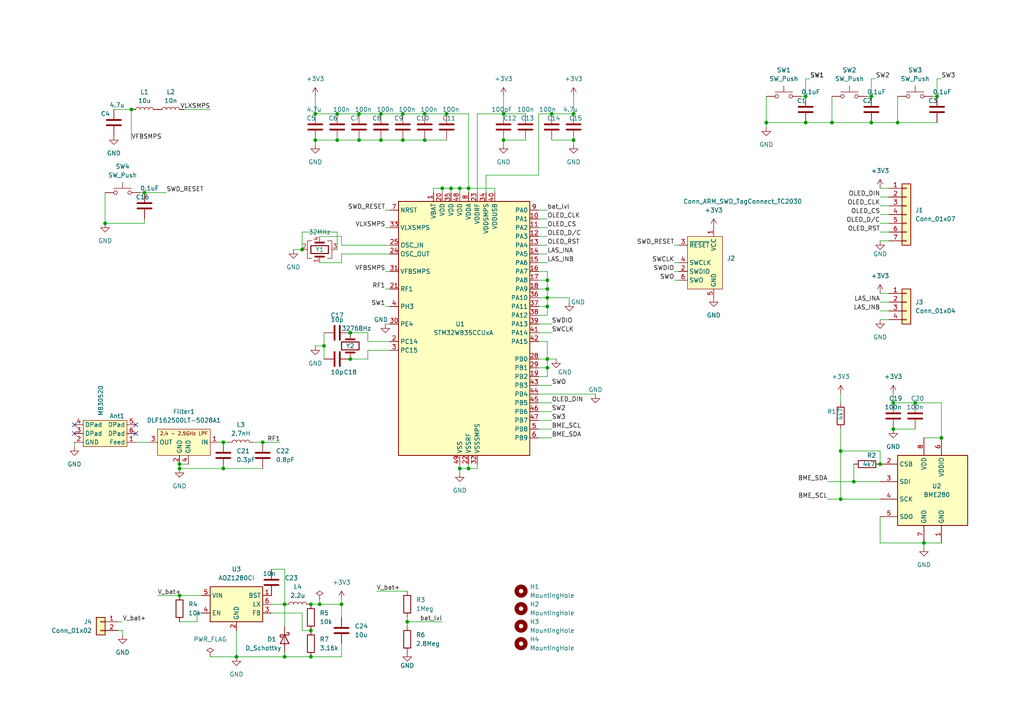
<source format=kicad_sch>
(kicad_sch (version 20230121) (generator eeschema)

  (uuid 70e0c3f6-327a-483b-83d3-372d3651c8df)

  (paper "A4")

  (title_block
    (title "Root")
    (date "2024-06-05")
  )

  (lib_symbols
    (symbol "Connector:Conn_ARM_SWD_TagConnect_TC2030" (in_bom no) (on_board yes)
      (property "Reference" "J" (at 2.54 11.43 0)
        (effects (font (size 1.27 1.27)))
      )
      (property "Value" "Conn_ARM_SWD_TagConnect_TC2030" (at 5.08 8.89 0)
        (effects (font (size 1.27 1.27)))
      )
      (property "Footprint" "Connector:Tag-Connect_TC2030-IDC-FP_2x03_P1.27mm_Vertical" (at 0 -17.78 0)
        (effects (font (size 1.27 1.27)) hide)
      )
      (property "Datasheet" "https://www.tag-connect.com/wp-content/uploads/bsk-pdf-manager/TC2030-CTX_1.pdf" (at 0 -15.24 0)
        (effects (font (size 1.27 1.27)) hide)
      )
      (property "ki_keywords" "Cortex Debug Connector ARM SWD JTAG" (at 0 0 0)
        (effects (font (size 1.27 1.27)) hide)
      )
      (property "ki_description" "Tag-Connect ARM Cortex SWD JTAG connector, 6 pin" (at 0 0 0)
        (effects (font (size 1.27 1.27)) hide)
      )
      (property "ki_fp_filters" "*TC2030*" (at 0 0 0)
        (effects (font (size 1.27 1.27)) hide)
      )
      (symbol "Conn_ARM_SWD_TagConnect_TC2030_0_0"
        (pin power_in line (at -2.54 10.16 270) (length 2.54)
          (name "VCC" (effects (font (size 1.27 1.27))))
          (number "1" (effects (font (size 1.27 1.27))))
        )
        (pin bidirectional line (at 7.62 -2.54 180) (length 2.54)
          (name "SWDIO" (effects (font (size 1.27 1.27))))
          (number "2" (effects (font (size 1.27 1.27))))
          (alternate "TMS" bidirectional line)
        )
        (pin open_collector line (at 7.62 5.08 180) (length 2.54)
          (name "~{RESET}" (effects (font (size 1.27 1.27))))
          (number "3" (effects (font (size 1.27 1.27))))
        )
        (pin output line (at 7.62 0 180) (length 2.54)
          (name "SWCLK" (effects (font (size 1.27 1.27))))
          (number "4" (effects (font (size 1.27 1.27))))
          (alternate "TCK" output line)
        )
        (pin power_in line (at -2.54 -10.16 90) (length 2.54)
          (name "GND" (effects (font (size 1.27 1.27))))
          (number "5" (effects (font (size 1.27 1.27))))
        )
        (pin input line (at 7.62 -5.08 180) (length 2.54)
          (name "SWO" (effects (font (size 1.27 1.27))))
          (number "6" (effects (font (size 1.27 1.27))))
          (alternate "TDO" input line)
        )
      )
      (symbol "Conn_ARM_SWD_TagConnect_TC2030_0_1"
        (rectangle (start -5.08 7.62) (end 5.08 -7.62)
          (stroke (width 0) (type default))
          (fill (type background))
        )
      )
    )
    (symbol "Connector_Generic:Conn_01x02" (pin_names (offset 1.016) hide) (in_bom yes) (on_board yes)
      (property "Reference" "J" (at 0 2.54 0)
        (effects (font (size 1.27 1.27)))
      )
      (property "Value" "Conn_01x02" (at 0 -5.08 0)
        (effects (font (size 1.27 1.27)))
      )
      (property "Footprint" "" (at 0 0 0)
        (effects (font (size 1.27 1.27)) hide)
      )
      (property "Datasheet" "~" (at 0 0 0)
        (effects (font (size 1.27 1.27)) hide)
      )
      (property "ki_keywords" "connector" (at 0 0 0)
        (effects (font (size 1.27 1.27)) hide)
      )
      (property "ki_description" "Generic connector, single row, 01x02, script generated (kicad-library-utils/schlib/autogen/connector/)" (at 0 0 0)
        (effects (font (size 1.27 1.27)) hide)
      )
      (property "ki_fp_filters" "Connector*:*_1x??_*" (at 0 0 0)
        (effects (font (size 1.27 1.27)) hide)
      )
      (symbol "Conn_01x02_1_1"
        (rectangle (start -1.27 -2.413) (end 0 -2.667)
          (stroke (width 0.1524) (type default))
          (fill (type none))
        )
        (rectangle (start -1.27 0.127) (end 0 -0.127)
          (stroke (width 0.1524) (type default))
          (fill (type none))
        )
        (rectangle (start -1.27 1.27) (end 1.27 -3.81)
          (stroke (width 0.254) (type default))
          (fill (type background))
        )
        (pin passive line (at -5.08 0 0) (length 3.81)
          (name "Pin_1" (effects (font (size 1.27 1.27))))
          (number "1" (effects (font (size 1.27 1.27))))
        )
        (pin passive line (at -5.08 -2.54 0) (length 3.81)
          (name "Pin_2" (effects (font (size 1.27 1.27))))
          (number "2" (effects (font (size 1.27 1.27))))
        )
      )
    )
    (symbol "Connector_Generic:Conn_01x04" (pin_names (offset 1.016) hide) (in_bom yes) (on_board yes)
      (property "Reference" "J" (at 0 5.08 0)
        (effects (font (size 1.27 1.27)))
      )
      (property "Value" "Conn_01x04" (at 0 -7.62 0)
        (effects (font (size 1.27 1.27)))
      )
      (property "Footprint" "" (at 0 0 0)
        (effects (font (size 1.27 1.27)) hide)
      )
      (property "Datasheet" "~" (at 0 0 0)
        (effects (font (size 1.27 1.27)) hide)
      )
      (property "ki_keywords" "connector" (at 0 0 0)
        (effects (font (size 1.27 1.27)) hide)
      )
      (property "ki_description" "Generic connector, single row, 01x04, script generated (kicad-library-utils/schlib/autogen/connector/)" (at 0 0 0)
        (effects (font (size 1.27 1.27)) hide)
      )
      (property "ki_fp_filters" "Connector*:*_1x??_*" (at 0 0 0)
        (effects (font (size 1.27 1.27)) hide)
      )
      (symbol "Conn_01x04_1_1"
        (rectangle (start -1.27 -4.953) (end 0 -5.207)
          (stroke (width 0.1524) (type default))
          (fill (type none))
        )
        (rectangle (start -1.27 -2.413) (end 0 -2.667)
          (stroke (width 0.1524) (type default))
          (fill (type none))
        )
        (rectangle (start -1.27 0.127) (end 0 -0.127)
          (stroke (width 0.1524) (type default))
          (fill (type none))
        )
        (rectangle (start -1.27 2.667) (end 0 2.413)
          (stroke (width 0.1524) (type default))
          (fill (type none))
        )
        (rectangle (start -1.27 3.81) (end 1.27 -6.35)
          (stroke (width 0.254) (type default))
          (fill (type background))
        )
        (pin passive line (at -5.08 2.54 0) (length 3.81)
          (name "Pin_1" (effects (font (size 1.27 1.27))))
          (number "1" (effects (font (size 1.27 1.27))))
        )
        (pin passive line (at -5.08 0 0) (length 3.81)
          (name "Pin_2" (effects (font (size 1.27 1.27))))
          (number "2" (effects (font (size 1.27 1.27))))
        )
        (pin passive line (at -5.08 -2.54 0) (length 3.81)
          (name "Pin_3" (effects (font (size 1.27 1.27))))
          (number "3" (effects (font (size 1.27 1.27))))
        )
        (pin passive line (at -5.08 -5.08 0) (length 3.81)
          (name "Pin_4" (effects (font (size 1.27 1.27))))
          (number "4" (effects (font (size 1.27 1.27))))
        )
      )
    )
    (symbol "Connector_Generic:Conn_01x07" (pin_names (offset 1.016) hide) (in_bom yes) (on_board yes)
      (property "Reference" "J" (at 0 10.16 0)
        (effects (font (size 1.27 1.27)))
      )
      (property "Value" "Conn_01x07" (at 0 -10.16 0)
        (effects (font (size 1.27 1.27)))
      )
      (property "Footprint" "" (at 0 0 0)
        (effects (font (size 1.27 1.27)) hide)
      )
      (property "Datasheet" "~" (at 0 0 0)
        (effects (font (size 1.27 1.27)) hide)
      )
      (property "ki_keywords" "connector" (at 0 0 0)
        (effects (font (size 1.27 1.27)) hide)
      )
      (property "ki_description" "Generic connector, single row, 01x07, script generated (kicad-library-utils/schlib/autogen/connector/)" (at 0 0 0)
        (effects (font (size 1.27 1.27)) hide)
      )
      (property "ki_fp_filters" "Connector*:*_1x??_*" (at 0 0 0)
        (effects (font (size 1.27 1.27)) hide)
      )
      (symbol "Conn_01x07_1_1"
        (rectangle (start -1.27 -7.493) (end 0 -7.747)
          (stroke (width 0.1524) (type default))
          (fill (type none))
        )
        (rectangle (start -1.27 -4.953) (end 0 -5.207)
          (stroke (width 0.1524) (type default))
          (fill (type none))
        )
        (rectangle (start -1.27 -2.413) (end 0 -2.667)
          (stroke (width 0.1524) (type default))
          (fill (type none))
        )
        (rectangle (start -1.27 0.127) (end 0 -0.127)
          (stroke (width 0.1524) (type default))
          (fill (type none))
        )
        (rectangle (start -1.27 2.667) (end 0 2.413)
          (stroke (width 0.1524) (type default))
          (fill (type none))
        )
        (rectangle (start -1.27 5.207) (end 0 4.953)
          (stroke (width 0.1524) (type default))
          (fill (type none))
        )
        (rectangle (start -1.27 7.747) (end 0 7.493)
          (stroke (width 0.1524) (type default))
          (fill (type none))
        )
        (rectangle (start -1.27 8.89) (end 1.27 -8.89)
          (stroke (width 0.254) (type default))
          (fill (type background))
        )
        (pin passive line (at -5.08 7.62 0) (length 3.81)
          (name "Pin_1" (effects (font (size 1.27 1.27))))
          (number "1" (effects (font (size 1.27 1.27))))
        )
        (pin passive line (at -5.08 5.08 0) (length 3.81)
          (name "Pin_2" (effects (font (size 1.27 1.27))))
          (number "2" (effects (font (size 1.27 1.27))))
        )
        (pin passive line (at -5.08 2.54 0) (length 3.81)
          (name "Pin_3" (effects (font (size 1.27 1.27))))
          (number "3" (effects (font (size 1.27 1.27))))
        )
        (pin passive line (at -5.08 0 0) (length 3.81)
          (name "Pin_4" (effects (font (size 1.27 1.27))))
          (number "4" (effects (font (size 1.27 1.27))))
        )
        (pin passive line (at -5.08 -2.54 0) (length 3.81)
          (name "Pin_5" (effects (font (size 1.27 1.27))))
          (number "5" (effects (font (size 1.27 1.27))))
        )
        (pin passive line (at -5.08 -5.08 0) (length 3.81)
          (name "Pin_6" (effects (font (size 1.27 1.27))))
          (number "6" (effects (font (size 1.27 1.27))))
        )
        (pin passive line (at -5.08 -7.62 0) (length 3.81)
          (name "Pin_7" (effects (font (size 1.27 1.27))))
          (number "7" (effects (font (size 1.27 1.27))))
        )
      )
    )
    (symbol "Device:C" (pin_numbers hide) (pin_names (offset 0.254)) (in_bom yes) (on_board yes)
      (property "Reference" "C" (at 0.635 2.54 0)
        (effects (font (size 1.27 1.27)) (justify left))
      )
      (property "Value" "C" (at 0.635 -2.54 0)
        (effects (font (size 1.27 1.27)) (justify left))
      )
      (property "Footprint" "" (at 0.9652 -3.81 0)
        (effects (font (size 1.27 1.27)) hide)
      )
      (property "Datasheet" "~" (at 0 0 0)
        (effects (font (size 1.27 1.27)) hide)
      )
      (property "ki_keywords" "cap capacitor" (at 0 0 0)
        (effects (font (size 1.27 1.27)) hide)
      )
      (property "ki_description" "Unpolarized capacitor" (at 0 0 0)
        (effects (font (size 1.27 1.27)) hide)
      )
      (property "ki_fp_filters" "C_*" (at 0 0 0)
        (effects (font (size 1.27 1.27)) hide)
      )
      (symbol "C_0_1"
        (polyline
          (pts
            (xy -2.032 -0.762)
            (xy 2.032 -0.762)
          )
          (stroke (width 0.508) (type default))
          (fill (type none))
        )
        (polyline
          (pts
            (xy -2.032 0.762)
            (xy 2.032 0.762)
          )
          (stroke (width 0.508) (type default))
          (fill (type none))
        )
      )
      (symbol "C_1_1"
        (pin passive line (at 0 3.81 270) (length 2.794)
          (name "~" (effects (font (size 1.27 1.27))))
          (number "1" (effects (font (size 1.27 1.27))))
        )
        (pin passive line (at 0 -3.81 90) (length 2.794)
          (name "~" (effects (font (size 1.27 1.27))))
          (number "2" (effects (font (size 1.27 1.27))))
        )
      )
    )
    (symbol "Device:Crystal" (pin_numbers hide) (pin_names (offset 1.016) hide) (in_bom yes) (on_board yes)
      (property "Reference" "Y" (at 0 3.81 0)
        (effects (font (size 1.27 1.27)))
      )
      (property "Value" "Crystal" (at 0 -3.81 0)
        (effects (font (size 1.27 1.27)))
      )
      (property "Footprint" "" (at 0 0 0)
        (effects (font (size 1.27 1.27)) hide)
      )
      (property "Datasheet" "~" (at 0 0 0)
        (effects (font (size 1.27 1.27)) hide)
      )
      (property "ki_keywords" "quartz ceramic resonator oscillator" (at 0 0 0)
        (effects (font (size 1.27 1.27)) hide)
      )
      (property "ki_description" "Two pin crystal" (at 0 0 0)
        (effects (font (size 1.27 1.27)) hide)
      )
      (property "ki_fp_filters" "Crystal*" (at 0 0 0)
        (effects (font (size 1.27 1.27)) hide)
      )
      (symbol "Crystal_0_1"
        (rectangle (start -1.143 2.54) (end 1.143 -2.54)
          (stroke (width 0.3048) (type default))
          (fill (type none))
        )
        (polyline
          (pts
            (xy -2.54 0)
            (xy -1.905 0)
          )
          (stroke (width 0) (type default))
          (fill (type none))
        )
        (polyline
          (pts
            (xy -1.905 -1.27)
            (xy -1.905 1.27)
          )
          (stroke (width 0.508) (type default))
          (fill (type none))
        )
        (polyline
          (pts
            (xy 1.905 -1.27)
            (xy 1.905 1.27)
          )
          (stroke (width 0.508) (type default))
          (fill (type none))
        )
        (polyline
          (pts
            (xy 2.54 0)
            (xy 1.905 0)
          )
          (stroke (width 0) (type default))
          (fill (type none))
        )
      )
      (symbol "Crystal_1_1"
        (pin passive line (at -3.81 0 0) (length 1.27)
          (name "1" (effects (font (size 1.27 1.27))))
          (number "1" (effects (font (size 1.27 1.27))))
        )
        (pin passive line (at 3.81 0 180) (length 1.27)
          (name "2" (effects (font (size 1.27 1.27))))
          (number "2" (effects (font (size 1.27 1.27))))
        )
      )
    )
    (symbol "Device:Crystal_GND23" (pin_names (offset 1.016) hide) (in_bom yes) (on_board yes)
      (property "Reference" "Y" (at 3.175 5.08 0)
        (effects (font (size 1.27 1.27)) (justify left))
      )
      (property "Value" "Crystal_GND23" (at 3.175 3.175 0)
        (effects (font (size 1.27 1.27)) (justify left))
      )
      (property "Footprint" "" (at 0 0 0)
        (effects (font (size 1.27 1.27)) hide)
      )
      (property "Datasheet" "~" (at 0 0 0)
        (effects (font (size 1.27 1.27)) hide)
      )
      (property "ki_keywords" "quartz ceramic resonator oscillator" (at 0 0 0)
        (effects (font (size 1.27 1.27)) hide)
      )
      (property "ki_description" "Four pin crystal, GND on pins 2 and 3" (at 0 0 0)
        (effects (font (size 1.27 1.27)) hide)
      )
      (property "ki_fp_filters" "Crystal*" (at 0 0 0)
        (effects (font (size 1.27 1.27)) hide)
      )
      (symbol "Crystal_GND23_0_1"
        (rectangle (start -1.143 2.54) (end 1.143 -2.54)
          (stroke (width 0.3048) (type default))
          (fill (type none))
        )
        (polyline
          (pts
            (xy -2.54 0)
            (xy -2.032 0)
          )
          (stroke (width 0) (type default))
          (fill (type none))
        )
        (polyline
          (pts
            (xy -2.032 -1.27)
            (xy -2.032 1.27)
          )
          (stroke (width 0.508) (type default))
          (fill (type none))
        )
        (polyline
          (pts
            (xy 0 -3.81)
            (xy 0 -3.556)
          )
          (stroke (width 0) (type default))
          (fill (type none))
        )
        (polyline
          (pts
            (xy 0 3.556)
            (xy 0 3.81)
          )
          (stroke (width 0) (type default))
          (fill (type none))
        )
        (polyline
          (pts
            (xy 2.032 -1.27)
            (xy 2.032 1.27)
          )
          (stroke (width 0.508) (type default))
          (fill (type none))
        )
        (polyline
          (pts
            (xy 2.032 0)
            (xy 2.54 0)
          )
          (stroke (width 0) (type default))
          (fill (type none))
        )
        (polyline
          (pts
            (xy -2.54 -2.286)
            (xy -2.54 -3.556)
            (xy 2.54 -3.556)
            (xy 2.54 -2.286)
          )
          (stroke (width 0) (type default))
          (fill (type none))
        )
        (polyline
          (pts
            (xy -2.54 2.286)
            (xy -2.54 3.556)
            (xy 2.54 3.556)
            (xy 2.54 2.286)
          )
          (stroke (width 0) (type default))
          (fill (type none))
        )
      )
      (symbol "Crystal_GND23_1_1"
        (pin passive line (at -3.81 0 0) (length 1.27)
          (name "1" (effects (font (size 1.27 1.27))))
          (number "1" (effects (font (size 1.27 1.27))))
        )
        (pin passive line (at 0 5.08 270) (length 1.27)
          (name "2" (effects (font (size 1.27 1.27))))
          (number "2" (effects (font (size 1.27 1.27))))
        )
        (pin passive line (at 0 -5.08 90) (length 1.27)
          (name "3" (effects (font (size 1.27 1.27))))
          (number "3" (effects (font (size 1.27 1.27))))
        )
        (pin passive line (at 3.81 0 180) (length 1.27)
          (name "4" (effects (font (size 1.27 1.27))))
          (number "4" (effects (font (size 1.27 1.27))))
        )
      )
    )
    (symbol "Device:D_Schottky" (pin_numbers hide) (pin_names (offset 1.016) hide) (in_bom yes) (on_board yes)
      (property "Reference" "D" (at 0 2.54 0)
        (effects (font (size 1.27 1.27)))
      )
      (property "Value" "D_Schottky" (at 0 -2.54 0)
        (effects (font (size 1.27 1.27)))
      )
      (property "Footprint" "" (at 0 0 0)
        (effects (font (size 1.27 1.27)) hide)
      )
      (property "Datasheet" "~" (at 0 0 0)
        (effects (font (size 1.27 1.27)) hide)
      )
      (property "ki_keywords" "diode Schottky" (at 0 0 0)
        (effects (font (size 1.27 1.27)) hide)
      )
      (property "ki_description" "Schottky diode" (at 0 0 0)
        (effects (font (size 1.27 1.27)) hide)
      )
      (property "ki_fp_filters" "TO-???* *_Diode_* *SingleDiode* D_*" (at 0 0 0)
        (effects (font (size 1.27 1.27)) hide)
      )
      (symbol "D_Schottky_0_1"
        (polyline
          (pts
            (xy 1.27 0)
            (xy -1.27 0)
          )
          (stroke (width 0) (type default))
          (fill (type none))
        )
        (polyline
          (pts
            (xy 1.27 1.27)
            (xy 1.27 -1.27)
            (xy -1.27 0)
            (xy 1.27 1.27)
          )
          (stroke (width 0.254) (type default))
          (fill (type none))
        )
        (polyline
          (pts
            (xy -1.905 0.635)
            (xy -1.905 1.27)
            (xy -1.27 1.27)
            (xy -1.27 -1.27)
            (xy -0.635 -1.27)
            (xy -0.635 -0.635)
          )
          (stroke (width 0.254) (type default))
          (fill (type none))
        )
      )
      (symbol "D_Schottky_1_1"
        (pin passive line (at -3.81 0 0) (length 2.54)
          (name "K" (effects (font (size 1.27 1.27))))
          (number "1" (effects (font (size 1.27 1.27))))
        )
        (pin passive line (at 3.81 0 180) (length 2.54)
          (name "A" (effects (font (size 1.27 1.27))))
          (number "2" (effects (font (size 1.27 1.27))))
        )
      )
    )
    (symbol "Device:L" (pin_numbers hide) (pin_names (offset 1.016) hide) (in_bom yes) (on_board yes)
      (property "Reference" "L" (at -1.27 0 90)
        (effects (font (size 1.27 1.27)))
      )
      (property "Value" "L" (at 1.905 0 90)
        (effects (font (size 1.27 1.27)))
      )
      (property "Footprint" "" (at 0 0 0)
        (effects (font (size 1.27 1.27)) hide)
      )
      (property "Datasheet" "~" (at 0 0 0)
        (effects (font (size 1.27 1.27)) hide)
      )
      (property "ki_keywords" "inductor choke coil reactor magnetic" (at 0 0 0)
        (effects (font (size 1.27 1.27)) hide)
      )
      (property "ki_description" "Inductor" (at 0 0 0)
        (effects (font (size 1.27 1.27)) hide)
      )
      (property "ki_fp_filters" "Choke_* *Coil* Inductor_* L_*" (at 0 0 0)
        (effects (font (size 1.27 1.27)) hide)
      )
      (symbol "L_0_1"
        (arc (start 0 -2.54) (mid 0.6323 -1.905) (end 0 -1.27)
          (stroke (width 0) (type default))
          (fill (type none))
        )
        (arc (start 0 -1.27) (mid 0.6323 -0.635) (end 0 0)
          (stroke (width 0) (type default))
          (fill (type none))
        )
        (arc (start 0 0) (mid 0.6323 0.635) (end 0 1.27)
          (stroke (width 0) (type default))
          (fill (type none))
        )
        (arc (start 0 1.27) (mid 0.6323 1.905) (end 0 2.54)
          (stroke (width 0) (type default))
          (fill (type none))
        )
      )
      (symbol "L_1_1"
        (pin passive line (at 0 3.81 270) (length 1.27)
          (name "1" (effects (font (size 1.27 1.27))))
          (number "1" (effects (font (size 1.27 1.27))))
        )
        (pin passive line (at 0 -3.81 90) (length 1.27)
          (name "2" (effects (font (size 1.27 1.27))))
          (number "2" (effects (font (size 1.27 1.27))))
        )
      )
    )
    (symbol "Device:R" (pin_numbers hide) (pin_names (offset 0)) (in_bom yes) (on_board yes)
      (property "Reference" "R" (at 2.032 0 90)
        (effects (font (size 1.27 1.27)))
      )
      (property "Value" "R" (at 0 0 90)
        (effects (font (size 1.27 1.27)))
      )
      (property "Footprint" "" (at -1.778 0 90)
        (effects (font (size 1.27 1.27)) hide)
      )
      (property "Datasheet" "~" (at 0 0 0)
        (effects (font (size 1.27 1.27)) hide)
      )
      (property "ki_keywords" "R res resistor" (at 0 0 0)
        (effects (font (size 1.27 1.27)) hide)
      )
      (property "ki_description" "Resistor" (at 0 0 0)
        (effects (font (size 1.27 1.27)) hide)
      )
      (property "ki_fp_filters" "R_*" (at 0 0 0)
        (effects (font (size 1.27 1.27)) hide)
      )
      (symbol "R_0_1"
        (rectangle (start -1.016 -2.54) (end 1.016 2.54)
          (stroke (width 0.254) (type default))
          (fill (type none))
        )
      )
      (symbol "R_1_1"
        (pin passive line (at 0 3.81 270) (length 1.27)
          (name "~" (effects (font (size 1.27 1.27))))
          (number "1" (effects (font (size 1.27 1.27))))
        )
        (pin passive line (at 0 -3.81 90) (length 1.27)
          (name "~" (effects (font (size 1.27 1.27))))
          (number "2" (effects (font (size 1.27 1.27))))
        )
      )
    )
    (symbol "MCU_ST_STM32WB:STM32WB35CCUxA" (in_bom yes) (on_board yes)
      (property "Reference" "U" (at -17.78 39.37 0)
        (effects (font (size 1.27 1.27)) (justify left))
      )
      (property "Value" "STM32WB35CCUxA" (at 12.7 39.37 0)
        (effects (font (size 1.27 1.27)) (justify left))
      )
      (property "Footprint" "Package_DFN_QFN:QFN-48-1EP_7x7mm_P0.5mm_EP5.6x5.6mm" (at -17.78 -35.56 0)
        (effects (font (size 1.27 1.27)) (justify right) hide)
      )
      (property "Datasheet" "https://www.st.com/resource/en/datasheet/stm32wb35cc.pdf" (at 0 0 0)
        (effects (font (size 1.27 1.27)) hide)
      )
      (property "ki_locked" "" (at 0 0 0)
        (effects (font (size 1.27 1.27)))
      )
      (property "ki_keywords" "Arm Cortex-M4 STM32WB STM32WBx5" (at 0 0 0)
        (effects (font (size 1.27 1.27)) hide)
      )
      (property "ki_description" "STMicroelectronics Arm Cortex-M4 MCU, 256KB flash, 96KB RAM, 30 GPIO, UFQFPN48" (at 0 0 0)
        (effects (font (size 1.27 1.27)) hide)
      )
      (property "ki_fp_filters" "QFN*1EP*7x7mm*P0.5mm*" (at 0 0 0)
        (effects (font (size 1.27 1.27)) hide)
      )
      (symbol "STM32WB35CCUxA_0_1"
        (rectangle (start -17.78 -35.56) (end 20.32 38.1)
          (stroke (width 0.254) (type default))
          (fill (type background))
        )
      )
      (symbol "STM32WB35CCUxA_1_1"
        (pin power_in line (at -7.62 40.64 270) (length 2.54)
          (name "VBAT" (effects (font (size 1.27 1.27))))
          (number "1" (effects (font (size 1.27 1.27))))
        )
        (pin bidirectional line (at 22.86 33.02 180) (length 2.54)
          (name "PA1" (effects (font (size 1.27 1.27))))
          (number "10" (effects (font (size 1.27 1.27))))
          (alternate "ADC1_IN6" bidirectional line)
          (alternate "COMP1_INP" bidirectional line)
          (alternate "I2C1_SMBA" bidirectional line)
          (alternate "SPI1_SCK" bidirectional line)
          (alternate "TIM2_CH2" bidirectional line)
        )
        (pin bidirectional line (at 22.86 30.48 180) (length 2.54)
          (name "PA2" (effects (font (size 1.27 1.27))))
          (number "11" (effects (font (size 1.27 1.27))))
          (alternate "ADC1_IN7" bidirectional line)
          (alternate "COMP2_INM" bidirectional line)
          (alternate "COMP2_OUT" bidirectional line)
          (alternate "LPUART1_TX" bidirectional line)
          (alternate "QUADSPI_BK1_NCS" bidirectional line)
          (alternate "RCC_LSCO" bidirectional line)
          (alternate "SYS_WKUP4" bidirectional line)
          (alternate "TIM2_CH3" bidirectional line)
        )
        (pin bidirectional line (at 22.86 27.94 180) (length 2.54)
          (name "PA3" (effects (font (size 1.27 1.27))))
          (number "12" (effects (font (size 1.27 1.27))))
          (alternate "ADC1_IN8" bidirectional line)
          (alternate "COMP2_INP" bidirectional line)
          (alternate "LPUART1_RX" bidirectional line)
          (alternate "QUADSPI_CLK" bidirectional line)
          (alternate "SAI1_CK1" bidirectional line)
          (alternate "SAI1_MCLK_A" bidirectional line)
          (alternate "TIM2_CH4" bidirectional line)
        )
        (pin bidirectional line (at 22.86 25.4 180) (length 2.54)
          (name "PA4" (effects (font (size 1.27 1.27))))
          (number "13" (effects (font (size 1.27 1.27))))
          (alternate "ADC1_IN9" bidirectional line)
          (alternate "COMP1_INM" bidirectional line)
          (alternate "COMP2_INM" bidirectional line)
          (alternate "LPTIM2_OUT" bidirectional line)
          (alternate "SAI1_FS_B" bidirectional line)
          (alternate "SPI1_NSS" bidirectional line)
        )
        (pin bidirectional line (at 22.86 22.86 180) (length 2.54)
          (name "PA5" (effects (font (size 1.27 1.27))))
          (number "14" (effects (font (size 1.27 1.27))))
          (alternate "ADC1_IN10" bidirectional line)
          (alternate "COMP1_INM" bidirectional line)
          (alternate "COMP2_INM" bidirectional line)
          (alternate "LPTIM2_ETR" bidirectional line)
          (alternate "SAI1_SD_B" bidirectional line)
          (alternate "SPI1_SCK" bidirectional line)
          (alternate "TIM2_CH1" bidirectional line)
          (alternate "TIM2_ETR" bidirectional line)
        )
        (pin bidirectional line (at 22.86 20.32 180) (length 2.54)
          (name "PA6" (effects (font (size 1.27 1.27))))
          (number "15" (effects (font (size 1.27 1.27))))
          (alternate "ADC1_IN11" bidirectional line)
          (alternate "LPUART1_CTS" bidirectional line)
          (alternate "QUADSPI_BK1_IO3" bidirectional line)
          (alternate "SPI1_MISO" bidirectional line)
          (alternate "TIM16_CH1" bidirectional line)
          (alternate "TIM1_BKIN" bidirectional line)
        )
        (pin bidirectional line (at 22.86 17.78 180) (length 2.54)
          (name "PA7" (effects (font (size 1.27 1.27))))
          (number "16" (effects (font (size 1.27 1.27))))
          (alternate "ADC1_IN12" bidirectional line)
          (alternate "COMP2_OUT" bidirectional line)
          (alternate "I2C3_SCL" bidirectional line)
          (alternate "QUADSPI_BK1_IO2" bidirectional line)
          (alternate "SPI1_MOSI" bidirectional line)
          (alternate "TIM17_CH1" bidirectional line)
          (alternate "TIM1_CH1N" bidirectional line)
        )
        (pin bidirectional line (at 22.86 15.24 180) (length 2.54)
          (name "PA8" (effects (font (size 1.27 1.27))))
          (number "17" (effects (font (size 1.27 1.27))))
          (alternate "ADC1_IN15" bidirectional line)
          (alternate "LPTIM2_OUT" bidirectional line)
          (alternate "RCC_MCO" bidirectional line)
          (alternate "SAI1_CK2" bidirectional line)
          (alternate "SAI1_SCK_A" bidirectional line)
          (alternate "TIM1_CH1" bidirectional line)
          (alternate "USART1_CK" bidirectional line)
        )
        (pin bidirectional line (at 22.86 12.7 180) (length 2.54)
          (name "PA9" (effects (font (size 1.27 1.27))))
          (number "18" (effects (font (size 1.27 1.27))))
          (alternate "ADC1_IN16" bidirectional line)
          (alternate "COMP1_INM" bidirectional line)
          (alternate "I2C1_SCL" bidirectional line)
          (alternate "SAI1_D2" bidirectional line)
          (alternate "SAI1_FS_A" bidirectional line)
          (alternate "TIM1_CH2" bidirectional line)
          (alternate "USART1_TX" bidirectional line)
        )
        (pin bidirectional line (at 22.86 -12.7 180) (length 2.54)
          (name "PB2" (effects (font (size 1.27 1.27))))
          (number "19" (effects (font (size 1.27 1.27))))
          (alternate "COMP1_INP" bidirectional line)
          (alternate "I2C3_SMBA" bidirectional line)
          (alternate "LPTIM1_OUT" bidirectional line)
          (alternate "RTC_OUT2" bidirectional line)
          (alternate "SAI1_EXTCLK" bidirectional line)
          (alternate "SPI1_NSS" bidirectional line)
        )
        (pin bidirectional line (at -20.32 -2.54 0) (length 2.54)
          (name "PC14" (effects (font (size 1.27 1.27))))
          (number "2" (effects (font (size 1.27 1.27))))
          (alternate "RCC_OSC32_IN" bidirectional line)
        )
        (pin power_in line (at -5.08 40.64 270) (length 2.54)
          (name "VDD" (effects (font (size 1.27 1.27))))
          (number "20" (effects (font (size 1.27 1.27))))
        )
        (pin bidirectional line (at -20.32 12.7 0) (length 2.54)
          (name "RF1" (effects (font (size 1.27 1.27))))
          (number "21" (effects (font (size 1.27 1.27))))
          (alternate "RF_RF1" bidirectional line)
        )
        (pin power_in line (at 2.54 -38.1 90) (length 2.54)
          (name "VSSRF" (effects (font (size 1.27 1.27))))
          (number "22" (effects (font (size 1.27 1.27))))
        )
        (pin power_in line (at 5.08 40.64 270) (length 2.54)
          (name "VDDRF" (effects (font (size 1.27 1.27))))
          (number "23" (effects (font (size 1.27 1.27))))
        )
        (pin input line (at -20.32 22.86 0) (length 2.54)
          (name "OSC_OUT" (effects (font (size 1.27 1.27))))
          (number "24" (effects (font (size 1.27 1.27))))
          (alternate "RCC_OSC_OUT" bidirectional line)
        )
        (pin input line (at -20.32 25.4 0) (length 2.54)
          (name "OSC_IN" (effects (font (size 1.27 1.27))))
          (number "25" (effects (font (size 1.27 1.27))))
          (alternate "RCC_OSC_IN" bidirectional line)
        )
        (pin no_connect line (at -17.78 -35.56 0) (length 2.54) hide
          (name "AT0" (effects (font (size 1.27 1.27))))
          (number "26" (effects (font (size 1.27 1.27))))
        )
        (pin no_connect line (at -17.78 -33.02 0) (length 2.54) hide
          (name "AT1" (effects (font (size 1.27 1.27))))
          (number "27" (effects (font (size 1.27 1.27))))
        )
        (pin bidirectional line (at 22.86 -7.62 180) (length 2.54)
          (name "PB0" (effects (font (size 1.27 1.27))))
          (number "28" (effects (font (size 1.27 1.27))))
          (alternate "COMP1_OUT" bidirectional line)
          (alternate "RF_TX_MOD_EXT_PA" bidirectional line)
        )
        (pin bidirectional line (at 22.86 -10.16 180) (length 2.54)
          (name "PB1" (effects (font (size 1.27 1.27))))
          (number "29" (effects (font (size 1.27 1.27))))
          (alternate "LPTIM2_IN1" bidirectional line)
          (alternate "LPUART1_DE" bidirectional line)
          (alternate "LPUART1_RTS" bidirectional line)
        )
        (pin bidirectional line (at -20.32 -5.08 0) (length 2.54)
          (name "PC15" (effects (font (size 1.27 1.27))))
          (number "3" (effects (font (size 1.27 1.27))))
          (alternate "ADC1_EXTI15" bidirectional line)
          (alternate "RCC_OSC32_OUT" bidirectional line)
        )
        (pin bidirectional line (at -20.32 2.54 0) (length 2.54)
          (name "PE4" (effects (font (size 1.27 1.27))))
          (number "30" (effects (font (size 1.27 1.27))))
        )
        (pin input line (at -20.32 17.78 0) (length 2.54)
          (name "VFBSMPS" (effects (font (size 1.27 1.27))))
          (number "31" (effects (font (size 1.27 1.27))))
        )
        (pin power_in line (at 5.08 -38.1 90) (length 2.54)
          (name "VSSSMPS" (effects (font (size 1.27 1.27))))
          (number "32" (effects (font (size 1.27 1.27))))
        )
        (pin power_in line (at -20.32 30.48 0) (length 2.54)
          (name "VLXSMPS" (effects (font (size 1.27 1.27))))
          (number "33" (effects (font (size 1.27 1.27))))
        )
        (pin power_in line (at 7.62 40.64 270) (length 2.54)
          (name "VDDSMPS" (effects (font (size 1.27 1.27))))
          (number "34" (effects (font (size 1.27 1.27))))
        )
        (pin power_in line (at -2.54 40.64 270) (length 2.54)
          (name "VDD" (effects (font (size 1.27 1.27))))
          (number "35" (effects (font (size 1.27 1.27))))
        )
        (pin bidirectional line (at 22.86 10.16 180) (length 2.54)
          (name "PA10" (effects (font (size 1.27 1.27))))
          (number "36" (effects (font (size 1.27 1.27))))
          (alternate "CRS_SYNC" bidirectional line)
          (alternate "I2C1_SDA" bidirectional line)
          (alternate "SAI1_D1" bidirectional line)
          (alternate "SAI1_SD_A" bidirectional line)
          (alternate "TIM17_BKIN" bidirectional line)
          (alternate "TIM1_CH3" bidirectional line)
          (alternate "USART1_RX" bidirectional line)
        )
        (pin bidirectional line (at 22.86 7.62 180) (length 2.54)
          (name "PA11" (effects (font (size 1.27 1.27))))
          (number "37" (effects (font (size 1.27 1.27))))
          (alternate "ADC1_EXTI11" bidirectional line)
          (alternate "SPI1_MISO" bidirectional line)
          (alternate "TIM1_BKIN2" bidirectional line)
          (alternate "TIM1_CH4" bidirectional line)
          (alternate "USART1_CTS" bidirectional line)
          (alternate "USART1_NSS" bidirectional line)
          (alternate "USB_DM" bidirectional line)
        )
        (pin bidirectional line (at 22.86 5.08 180) (length 2.54)
          (name "PA12" (effects (font (size 1.27 1.27))))
          (number "38" (effects (font (size 1.27 1.27))))
          (alternate "LPUART1_RX" bidirectional line)
          (alternate "SPI1_MOSI" bidirectional line)
          (alternate "TIM1_ETR" bidirectional line)
          (alternate "USART1_DE" bidirectional line)
          (alternate "USART1_RTS" bidirectional line)
          (alternate "USB_DP" bidirectional line)
        )
        (pin bidirectional line (at 22.86 2.54 180) (length 2.54)
          (name "PA13" (effects (font (size 1.27 1.27))))
          (number "39" (effects (font (size 1.27 1.27))))
          (alternate "IR_OUT" bidirectional line)
          (alternate "SAI1_SD_B" bidirectional line)
          (alternate "SYS_JTMS-SWDIO" bidirectional line)
          (alternate "USB_NOE" bidirectional line)
        )
        (pin bidirectional line (at -20.32 7.62 0) (length 2.54)
          (name "PH3" (effects (font (size 1.27 1.27))))
          (number "4" (effects (font (size 1.27 1.27))))
          (alternate "RCC_LSCO" bidirectional line)
        )
        (pin power_in line (at 10.16 40.64 270) (length 2.54)
          (name "VDDUSB" (effects (font (size 1.27 1.27))))
          (number "40" (effects (font (size 1.27 1.27))))
        )
        (pin bidirectional line (at 22.86 0 180) (length 2.54)
          (name "PA14" (effects (font (size 1.27 1.27))))
          (number "41" (effects (font (size 1.27 1.27))))
          (alternate "I2C1_SMBA" bidirectional line)
          (alternate "LPTIM1_OUT" bidirectional line)
          (alternate "SAI1_FS_B" bidirectional line)
          (alternate "SYS_JTCK-SWCLK" bidirectional line)
        )
        (pin bidirectional line (at 22.86 -2.54 180) (length 2.54)
          (name "PA15" (effects (font (size 1.27 1.27))))
          (number "42" (effects (font (size 1.27 1.27))))
          (alternate "ADC1_EXTI15" bidirectional line)
          (alternate "RCC_MCO" bidirectional line)
          (alternate "SPI1_NSS" bidirectional line)
          (alternate "SYS_JTDI" bidirectional line)
          (alternate "TIM2_CH1" bidirectional line)
          (alternate "TIM2_ETR" bidirectional line)
        )
        (pin bidirectional line (at 22.86 -15.24 180) (length 2.54)
          (name "PB3" (effects (font (size 1.27 1.27))))
          (number "43" (effects (font (size 1.27 1.27))))
          (alternate "COMP2_INM" bidirectional line)
          (alternate "SAI1_SCK_B" bidirectional line)
          (alternate "SPI1_SCK" bidirectional line)
          (alternate "SYS_JTDO-SWO" bidirectional line)
          (alternate "TIM2_CH2" bidirectional line)
          (alternate "USART1_DE" bidirectional line)
          (alternate "USART1_RTS" bidirectional line)
        )
        (pin bidirectional line (at 22.86 -17.78 180) (length 2.54)
          (name "PB4" (effects (font (size 1.27 1.27))))
          (number "44" (effects (font (size 1.27 1.27))))
          (alternate "COMP2_INP" bidirectional line)
          (alternate "I2C3_SDA" bidirectional line)
          (alternate "SAI1_MCLK_B" bidirectional line)
          (alternate "SPI1_MISO" bidirectional line)
          (alternate "SYS_JTRST" bidirectional line)
          (alternate "TIM17_BKIN" bidirectional line)
          (alternate "USART1_CTS" bidirectional line)
          (alternate "USART1_NSS" bidirectional line)
        )
        (pin bidirectional line (at 22.86 -20.32 180) (length 2.54)
          (name "PB5" (effects (font (size 1.27 1.27))))
          (number "45" (effects (font (size 1.27 1.27))))
          (alternate "COMP2_OUT" bidirectional line)
          (alternate "I2C1_SMBA" bidirectional line)
          (alternate "LPTIM1_IN1" bidirectional line)
          (alternate "LPUART1_TX" bidirectional line)
          (alternate "SAI1_SD_B" bidirectional line)
          (alternate "SPI1_MOSI" bidirectional line)
          (alternate "TIM16_BKIN" bidirectional line)
          (alternate "USART1_CK" bidirectional line)
        )
        (pin bidirectional line (at 22.86 -22.86 180) (length 2.54)
          (name "PB6" (effects (font (size 1.27 1.27))))
          (number "46" (effects (font (size 1.27 1.27))))
          (alternate "COMP2_INP" bidirectional line)
          (alternate "I2C1_SCL" bidirectional line)
          (alternate "LPTIM1_ETR" bidirectional line)
          (alternate "RCC_MCO" bidirectional line)
          (alternate "SAI1_FS_B" bidirectional line)
          (alternate "TIM16_CH1N" bidirectional line)
          (alternate "USART1_TX" bidirectional line)
        )
        (pin bidirectional line (at 22.86 -25.4 180) (length 2.54)
          (name "PB7" (effects (font (size 1.27 1.27))))
          (number "47" (effects (font (size 1.27 1.27))))
          (alternate "COMP2_INM" bidirectional line)
          (alternate "I2C1_SDA" bidirectional line)
          (alternate "LPTIM1_IN2" bidirectional line)
          (alternate "SYS_PVD_IN" bidirectional line)
          (alternate "TIM17_CH1N" bidirectional line)
          (alternate "TIM1_BKIN" bidirectional line)
          (alternate "USART1_RX" bidirectional line)
        )
        (pin power_in line (at 0 40.64 270) (length 2.54)
          (name "VDD" (effects (font (size 1.27 1.27))))
          (number "48" (effects (font (size 1.27 1.27))))
        )
        (pin power_in line (at 0 -38.1 90) (length 2.54)
          (name "VSS" (effects (font (size 1.27 1.27))))
          (number "49" (effects (font (size 1.27 1.27))))
        )
        (pin bidirectional line (at 22.86 -27.94 180) (length 2.54)
          (name "PB8" (effects (font (size 1.27 1.27))))
          (number "5" (effects (font (size 1.27 1.27))))
          (alternate "I2C1_SCL" bidirectional line)
          (alternate "QUADSPI_BK1_IO1" bidirectional line)
          (alternate "SAI1_CK1" bidirectional line)
          (alternate "SAI1_MCLK_A" bidirectional line)
          (alternate "TIM16_CH1" bidirectional line)
          (alternate "TIM1_CH2N" bidirectional line)
        )
        (pin bidirectional line (at 22.86 -30.48 180) (length 2.54)
          (name "PB9" (effects (font (size 1.27 1.27))))
          (number "6" (effects (font (size 1.27 1.27))))
          (alternate "I2C1_SDA" bidirectional line)
          (alternate "IR_OUT" bidirectional line)
          (alternate "QUADSPI_BK1_IO0" bidirectional line)
          (alternate "SAI1_D2" bidirectional line)
          (alternate "SAI1_FS_A" bidirectional line)
          (alternate "TIM17_CH1" bidirectional line)
          (alternate "TIM1_CH3N" bidirectional line)
        )
        (pin input line (at -20.32 35.56 0) (length 2.54)
          (name "NRST" (effects (font (size 1.27 1.27))))
          (number "7" (effects (font (size 1.27 1.27))))
        )
        (pin power_in line (at 2.54 40.64 270) (length 2.54)
          (name "VDDA" (effects (font (size 1.27 1.27))))
          (number "8" (effects (font (size 1.27 1.27))))
        )
        (pin bidirectional line (at 22.86 35.56 180) (length 2.54)
          (name "PA0" (effects (font (size 1.27 1.27))))
          (number "9" (effects (font (size 1.27 1.27))))
          (alternate "ADC1_IN5" bidirectional line)
          (alternate "COMP1_INM" bidirectional line)
          (alternate "COMP1_OUT" bidirectional line)
          (alternate "RTC_TAMP2" bidirectional line)
          (alternate "SAI1_EXTCLK" bidirectional line)
          (alternate "SYS_WKUP1" bidirectional line)
          (alternate "TIM2_CH1" bidirectional line)
          (alternate "TIM2_ETR" bidirectional line)
        )
      )
    )
    (symbol "Mechanical:MountingHole" (pin_names (offset 1.016)) (in_bom yes) (on_board yes)
      (property "Reference" "H" (at 0 5.08 0)
        (effects (font (size 1.27 1.27)))
      )
      (property "Value" "MountingHole" (at 0 3.175 0)
        (effects (font (size 1.27 1.27)))
      )
      (property "Footprint" "" (at 0 0 0)
        (effects (font (size 1.27 1.27)) hide)
      )
      (property "Datasheet" "~" (at 0 0 0)
        (effects (font (size 1.27 1.27)) hide)
      )
      (property "ki_keywords" "mounting hole" (at 0 0 0)
        (effects (font (size 1.27 1.27)) hide)
      )
      (property "ki_description" "Mounting Hole without connection" (at 0 0 0)
        (effects (font (size 1.27 1.27)) hide)
      )
      (property "ki_fp_filters" "MountingHole*" (at 0 0 0)
        (effects (font (size 1.27 1.27)) hide)
      )
      (symbol "MountingHole_0_1"
        (circle (center 0 0) (radius 1.27)
          (stroke (width 1.27) (type default))
          (fill (type none))
        )
      )
    )
    (symbol "Regulator_Switching:AOZ1280CI" (in_bom yes) (on_board yes)
      (property "Reference" "U" (at -6.35 -6.35 0)
        (effects (font (size 1.27 1.27)))
      )
      (property "Value" "AOZ1280CI" (at -2.54 6.35 0)
        (effects (font (size 1.27 1.27)))
      )
      (property "Footprint" "Package_TO_SOT_SMD:SOT-23-6" (at 17.78 -6.35 0)
        (effects (font (size 1.27 1.27)) hide)
      )
      (property "Datasheet" "http://aosmd.com/res/data_sheets/AOZ1280CI.pdf" (at -6.35 -6.35 0)
        (effects (font (size 1.27 1.27)) hide)
      )
      (property "ki_keywords" "switching buck converter" (at 0 0 0)
        (effects (font (size 1.27 1.27)) hide)
      )
      (property "ki_description" "1.2 A Simple Buck Regulator, 3-26V input, 1.5Mhz" (at 0 0 0)
        (effects (font (size 1.27 1.27)) hide)
      )
      (property "ki_fp_filters" "SOT?23*" (at 0 0 0)
        (effects (font (size 1.27 1.27)) hide)
      )
      (symbol "AOZ1280CI_0_1"
        (rectangle (start -7.62 5.08) (end 7.62 -5.08)
          (stroke (width 0.254) (type default))
          (fill (type background))
        )
      )
      (symbol "AOZ1280CI_1_1"
        (pin input line (at 10.16 2.54 180) (length 2.54)
          (name "BST" (effects (font (size 1.27 1.27))))
          (number "1" (effects (font (size 1.27 1.27))))
        )
        (pin power_in line (at 0 -7.62 90) (length 2.54)
          (name "GND" (effects (font (size 1.27 1.27))))
          (number "2" (effects (font (size 1.27 1.27))))
        )
        (pin input line (at 10.16 -2.54 180) (length 2.54)
          (name "FB" (effects (font (size 1.27 1.27))))
          (number "3" (effects (font (size 1.27 1.27))))
        )
        (pin input line (at -10.16 -2.54 0) (length 2.54)
          (name "EN" (effects (font (size 1.27 1.27))))
          (number "4" (effects (font (size 1.27 1.27))))
        )
        (pin power_in line (at -10.16 2.54 0) (length 2.54)
          (name "VIN" (effects (font (size 1.27 1.27))))
          (number "5" (effects (font (size 1.27 1.27))))
        )
        (pin power_out line (at 10.16 0 180) (length 2.54)
          (name "LX" (effects (font (size 1.27 1.27))))
          (number "6" (effects (font (size 1.27 1.27))))
        )
      )
    )
    (symbol "Sensor:BME280" (in_bom yes) (on_board yes)
      (property "Reference" "U3" (at 24.13 1.27 0)
        (effects (font (size 1.27 1.27)) (justify right))
      )
      (property "Value" "BME280" (at 26.67 -1.27 0)
        (effects (font (size 1.27 1.27)) (justify right))
      )
      (property "Footprint" "Package_LGA:Bosch_LGA-8_2.5x2.5mm_P0.65mm_ClockwisePinNumbering" (at -16.51 -11.43 0)
        (effects (font (size 1.27 1.27)) hide)
      )
      (property "Datasheet" "https://www.bosch-sensortec.com/media/boschsensortec/downloads/datasheets/bst-bme280-ds002.pdf" (at 21.59 -5.08 0)
        (effects (font (size 1.27 1.27)) hide)
      )
      (property "ki_keywords" "Bosch pressure humidity temperature environment environmental measurement digital" (at 0 0 0)
        (effects (font (size 1.27 1.27)) hide)
      )
      (property "ki_description" "3-in-1 sensor, humidity, pressure, temperature, I2C and SPI interface, 1.71-3.6V, LGA-8" (at 0 0 0)
        (effects (font (size 1.27 1.27)) hide)
      )
      (property "ki_fp_filters" "*LGA*2.5x2.5mm*P0.65mm*Clockwise*" (at 0 0 0)
        (effects (font (size 1.27 1.27)) hide)
      )
      (symbol "BME280_0_1"
        (rectangle (start 11.43 10.16) (end 31.75 -10.16)
          (stroke (width 0.254) (type default))
          (fill (type background))
        )
      )
      (symbol "BME280_1_1"
        (pin power_in line (at 24.13 -15.24 90) (length 5.08)
          (name "GND" (effects (font (size 1.27 1.27))))
          (number "1" (effects (font (size 1.27 1.27))))
        )
        (pin input line (at 6.35 7.62 0) (length 5.08)
          (name "CSB" (effects (font (size 1.27 1.27))))
          (number "2" (effects (font (size 1.27 1.27))))
        )
        (pin bidirectional line (at 6.35 2.54 0) (length 5.08)
          (name "SDI" (effects (font (size 1.27 1.27))))
          (number "3" (effects (font (size 1.27 1.27))))
        )
        (pin input line (at 6.35 -2.54 0) (length 5.08)
          (name "SCK" (effects (font (size 1.27 1.27))))
          (number "4" (effects (font (size 1.27 1.27))))
        )
        (pin bidirectional line (at 6.35 -7.62 0) (length 5.08)
          (name "SDO" (effects (font (size 1.27 1.27))))
          (number "5" (effects (font (size 1.27 1.27))))
        )
        (pin power_in line (at 24.13 15.24 270) (length 5.08)
          (name "VDDIO" (effects (font (size 1.27 1.27))))
          (number "6" (effects (font (size 1.27 1.27))))
        )
        (pin power_in line (at 19.05 -15.24 90) (length 5.08)
          (name "GND" (effects (font (size 1.27 1.27))))
          (number "7" (effects (font (size 1.27 1.27))))
        )
        (pin power_in line (at 19.05 15.24 270) (length 5.08)
          (name "VDD" (effects (font (size 1.27 1.27))))
          (number "8" (effects (font (size 1.27 1.27))))
        )
      )
    )
    (symbol "Switch:SW_Push" (pin_numbers hide) (pin_names (offset 1.016) hide) (in_bom yes) (on_board yes)
      (property "Reference" "SW" (at 1.27 2.54 0)
        (effects (font (size 1.27 1.27)) (justify left))
      )
      (property "Value" "SW_Push" (at 0 -1.524 0)
        (effects (font (size 1.27 1.27)))
      )
      (property "Footprint" "" (at 0 5.08 0)
        (effects (font (size 1.27 1.27)) hide)
      )
      (property "Datasheet" "~" (at 0 5.08 0)
        (effects (font (size 1.27 1.27)) hide)
      )
      (property "ki_keywords" "switch normally-open pushbutton push-button" (at 0 0 0)
        (effects (font (size 1.27 1.27)) hide)
      )
      (property "ki_description" "Push button switch, generic, two pins" (at 0 0 0)
        (effects (font (size 1.27 1.27)) hide)
      )
      (symbol "SW_Push_0_1"
        (circle (center -2.032 0) (radius 0.508)
          (stroke (width 0) (type default))
          (fill (type none))
        )
        (polyline
          (pts
            (xy 0 1.27)
            (xy 0 3.048)
          )
          (stroke (width 0) (type default))
          (fill (type none))
        )
        (polyline
          (pts
            (xy 2.54 1.27)
            (xy -2.54 1.27)
          )
          (stroke (width 0) (type default))
          (fill (type none))
        )
        (circle (center 2.032 0) (radius 0.508)
          (stroke (width 0) (type default))
          (fill (type none))
        )
        (pin passive line (at -5.08 0 0) (length 2.54)
          (name "1" (effects (font (size 1.27 1.27))))
          (number "1" (effects (font (size 1.27 1.27))))
        )
        (pin passive line (at 5.08 0 180) (length 2.54)
          (name "2" (effects (font (size 1.27 1.27))))
          (number "2" (effects (font (size 1.27 1.27))))
        )
      )
    )
    (symbol "my_libraries:DLF162500LT-5028A1" (in_bom yes) (on_board yes)
      (property "Reference" "Filter" (at 0 5.08 0)
        (effects (font (size 1.27 1.27)))
      )
      (property "Value" "DLF162500LT-5028A1" (at 12.7 -5.08 0)
        (effects (font (size 1.27 1.27)))
      )
      (property "Footprint" "" (at -1.27 0 0)
        (effects (font (size 1.27 1.27)) hide)
      )
      (property "Datasheet" "" (at -1.27 0 0)
        (effects (font (size 1.27 1.27)) hide)
      )
      (symbol "DLF162500LT-5028A1_0_0"
        (pin passive line (at -10.16 0 0) (length 2.54)
          (name "IN" (effects (font (size 1.27 1.27))))
          (number "1" (effects (font (size 1.27 1.27))))
        )
        (pin passive line (at 1.27 -6.35 90) (length 2.54)
          (name "GND" (effects (font (size 1.27 1.27))))
          (number "2" (effects (font (size 1.27 1.27))))
        )
        (pin passive line (at 10.16 0 180) (length 2.54)
          (name "OUT" (effects (font (size 1.27 1.27))))
          (number "3" (effects (font (size 1.27 1.27))))
        )
        (pin passive line (at -1.27 -6.35 90) (length 2.54)
          (name "GND" (effects (font (size 1.27 1.27))))
          (number "4" (effects (font (size 1.27 1.27))))
        )
      )
      (symbol "DLF162500LT-5028A1_1_1"
        (rectangle (start -7.62 3.81) (end 7.62 -3.81)
          (stroke (width 0) (type default))
          (fill (type background))
        )
        (text "2.4 - 2.5GHz LPF\n" (at 0 2.54 0)
          (effects (font (size 1 1)))
        )
      )
    )
    (symbol "my_libraries:M830520" (in_bom yes) (on_board yes)
      (property "Reference" "Ant1" (at 5.08 2.54 90)
        (effects (font (size 1.27 1.27)) (justify left))
      )
      (property "Value" "M830520" (at 5.08 0 0)
        (effects (font (size 1.27 1.27)) (justify left))
      )
      (property "Footprint" "my_footprints:M830520" (at 2.54 -17.78 0)
        (effects (font (size 1.27 1.27)) hide)
      )
      (property "Datasheet" "https://www.mouser.pl/datasheet/2/40/AVX_E_M830520-3312937.pdf" (at 3.81 -15.24 0)
        (effects (font (size 1.27 1.27)) hide)
      )
      (symbol "M830520_1_0"
        (pin passive line (at -2.54 10.16 270) (length 2.54)
          (name "Feed" (effects (font (size 1.27 1.27))))
          (number "1" (effects (font (size 1.27 1.27))))
        )
        (pin passive line (at -2.54 -7.62 90) (length 2.54)
          (name "GND" (effects (font (size 1.27 1.27))))
          (number "2" (effects (font (size 1.27 1.27))))
        )
        (pin passive line (at 0 -7.62 90) (length 2.54)
          (name "DPad" (effects (font (size 1.27 1.27))))
          (number "3" (effects (font (size 1.27 1.27))))
        )
        (pin passive line (at 2.54 -7.62 90) (length 2.54)
          (name "DPad" (effects (font (size 1.27 1.27))))
          (number "4" (effects (font (size 1.27 1.27))))
        )
        (pin passive line (at 2.54 10.16 270) (length 2.54)
          (name "DPad" (effects (font (size 1.27 1.27))))
          (number "5" (effects (font (size 1.27 1.27))))
        )
        (pin passive line (at 0 10.16 270) (length 2.54)
          (name "DPad" (effects (font (size 1.27 1.27))))
          (number "6" (effects (font (size 1.27 1.27))))
        )
      )
      (symbol "M830520_1_1"
        (rectangle (start -3.81 7.62) (end 3.81 -5.08)
          (stroke (width 0) (type default))
          (fill (type background))
        )
      )
    )
    (symbol "power:+3V3" (power) (pin_names (offset 0)) (in_bom yes) (on_board yes)
      (property "Reference" "#PWR" (at 0 -3.81 0)
        (effects (font (size 1.27 1.27)) hide)
      )
      (property "Value" "+3V3" (at 0 3.556 0)
        (effects (font (size 1.27 1.27)))
      )
      (property "Footprint" "" (at 0 0 0)
        (effects (font (size 1.27 1.27)) hide)
      )
      (property "Datasheet" "" (at 0 0 0)
        (effects (font (size 1.27 1.27)) hide)
      )
      (property "ki_keywords" "global power" (at 0 0 0)
        (effects (font (size 1.27 1.27)) hide)
      )
      (property "ki_description" "Power symbol creates a global label with name \"+3V3\"" (at 0 0 0)
        (effects (font (size 1.27 1.27)) hide)
      )
      (symbol "+3V3_0_1"
        (polyline
          (pts
            (xy -0.762 1.27)
            (xy 0 2.54)
          )
          (stroke (width 0) (type default))
          (fill (type none))
        )
        (polyline
          (pts
            (xy 0 0)
            (xy 0 2.54)
          )
          (stroke (width 0) (type default))
          (fill (type none))
        )
        (polyline
          (pts
            (xy 0 2.54)
            (xy 0.762 1.27)
          )
          (stroke (width 0) (type default))
          (fill (type none))
        )
      )
      (symbol "+3V3_1_1"
        (pin power_in line (at 0 0 90) (length 0) hide
          (name "+3V3" (effects (font (size 1.27 1.27))))
          (number "1" (effects (font (size 1.27 1.27))))
        )
      )
    )
    (symbol "power:GND" (power) (pin_names (offset 0)) (in_bom yes) (on_board yes)
      (property "Reference" "#PWR" (at 0 -6.35 0)
        (effects (font (size 1.27 1.27)) hide)
      )
      (property "Value" "GND" (at 0 -3.81 0)
        (effects (font (size 1.27 1.27)))
      )
      (property "Footprint" "" (at 0 0 0)
        (effects (font (size 1.27 1.27)) hide)
      )
      (property "Datasheet" "" (at 0 0 0)
        (effects (font (size 1.27 1.27)) hide)
      )
      (property "ki_keywords" "global power" (at 0 0 0)
        (effects (font (size 1.27 1.27)) hide)
      )
      (property "ki_description" "Power symbol creates a global label with name \"GND\" , ground" (at 0 0 0)
        (effects (font (size 1.27 1.27)) hide)
      )
      (symbol "GND_0_1"
        (polyline
          (pts
            (xy 0 0)
            (xy 0 -1.27)
            (xy 1.27 -1.27)
            (xy 0 -2.54)
            (xy -1.27 -1.27)
            (xy 0 -1.27)
          )
          (stroke (width 0) (type default))
          (fill (type none))
        )
      )
      (symbol "GND_1_1"
        (pin power_in line (at 0 0 270) (length 0) hide
          (name "GND" (effects (font (size 1.27 1.27))))
          (number "1" (effects (font (size 1.27 1.27))))
        )
      )
    )
    (symbol "power:PWR_FLAG" (power) (pin_numbers hide) (pin_names (offset 0) hide) (in_bom yes) (on_board yes)
      (property "Reference" "#FLG" (at 0 1.905 0)
        (effects (font (size 1.27 1.27)) hide)
      )
      (property "Value" "PWR_FLAG" (at 0 3.81 0)
        (effects (font (size 1.27 1.27)))
      )
      (property "Footprint" "" (at 0 0 0)
        (effects (font (size 1.27 1.27)) hide)
      )
      (property "Datasheet" "~" (at 0 0 0)
        (effects (font (size 1.27 1.27)) hide)
      )
      (property "ki_keywords" "flag power" (at 0 0 0)
        (effects (font (size 1.27 1.27)) hide)
      )
      (property "ki_description" "Special symbol for telling ERC where power comes from" (at 0 0 0)
        (effects (font (size 1.27 1.27)) hide)
      )
      (symbol "PWR_FLAG_0_0"
        (pin power_out line (at 0 0 90) (length 0)
          (name "pwr" (effects (font (size 1.27 1.27))))
          (number "1" (effects (font (size 1.27 1.27))))
        )
      )
      (symbol "PWR_FLAG_0_1"
        (polyline
          (pts
            (xy 0 0)
            (xy 0 1.27)
            (xy -1.016 1.905)
            (xy 0 2.54)
            (xy 1.016 1.905)
            (xy 0 1.27)
          )
          (stroke (width 0) (type default))
          (fill (type none))
        )
      )
    )
  )

  (junction (at 87.63 72.39) (diameter 0) (color 0 0 0 0)
    (uuid 00131779-05f3-455c-9866-2745fd63db7a)
  )
  (junction (at 93.98 100.33) (diameter 0) (color 0 0 0 0)
    (uuid 0895dcb3-7489-4bfd-93f0-405d32067b14)
  )
  (junction (at 252.73 35.56) (diameter 0) (color 0 0 0 0)
    (uuid 104c3057-da96-4371-961a-5dd8cdc80f2f)
  )
  (junction (at 52.07 172.72) (diameter 0) (color 0 0 0 0)
    (uuid 10cb3ba0-ffab-425b-8c29-973904075aca)
  )
  (junction (at 146.05 33.02) (diameter 0) (color 0 0 0 0)
    (uuid 11ee02ae-53e7-440d-9124-c164990c5493)
  )
  (junction (at 64.77 135.89) (diameter 0) (color 0 0 0 0)
    (uuid 177c76af-5ea0-4a03-acb1-f84996ffd3c7)
  )
  (junction (at 130.81 54.61) (diameter 0) (color 0 0 0 0)
    (uuid 18c935ba-6dfb-440c-b990-195778fc61b9)
  )
  (junction (at 104.14 40.64) (diameter 0) (color 0 0 0 0)
    (uuid 1a5ca437-5af3-46ad-8335-7214cbdaaf47)
  )
  (junction (at 64.77 128.27) (diameter 0) (color 0 0 0 0)
    (uuid 1ae2f7c2-5867-43bf-a058-a14e761f29ab)
  )
  (junction (at 243.84 144.78) (diameter 0) (color 0 0 0 0)
    (uuid 1e35ca09-58f2-4c98-9e56-9ee134cd21b5)
  )
  (junction (at 91.44 40.64) (diameter 0) (color 0 0 0 0)
    (uuid 1f071292-3797-4526-803a-117dbc377ad1)
  )
  (junction (at 273.05 127) (diameter 0) (color 0 0 0 0)
    (uuid 2080c2cf-816a-4c2e-bfb7-9c0663f8409f)
  )
  (junction (at 90.17 190.5) (diameter 0) (color 0 0 0 0)
    (uuid 25094838-da16-4410-b1dd-faaf12fe60c0)
  )
  (junction (at 123.19 40.64) (diameter 0) (color 0 0 0 0)
    (uuid 278e4e39-5881-4d4d-a349-61e5ed910241)
  )
  (junction (at 91.44 33.02) (diameter 0) (color 0 0 0 0)
    (uuid 27d971bc-c76f-413e-b179-a31c6a436c4c)
  )
  (junction (at 241.3 35.56) (diameter 0) (color 0 0 0 0)
    (uuid 311f525d-4adf-4601-ad53-f083a40ef1a5)
  )
  (junction (at 97.79 33.02) (diameter 0) (color 0 0 0 0)
    (uuid 3e925e42-24f6-406e-86bf-d0ee525e84e5)
  )
  (junction (at 116.84 40.64) (diameter 0) (color 0 0 0 0)
    (uuid 419c3df2-56d6-4403-8060-b62d29d75e89)
  )
  (junction (at 243.84 130.81) (diameter 0) (color 0 0 0 0)
    (uuid 4551475b-2d22-4f80-9646-dee5388ec9c6)
  )
  (junction (at 99.06 175.26) (diameter 0) (color 0 0 0 0)
    (uuid 47a4117b-345b-4bd1-a83b-9a180d193a0f)
  )
  (junction (at 41.91 55.88) (diameter 0) (color 0 0 0 0)
    (uuid 482841b1-911e-49f3-bc4b-a6d99b86e27b)
  )
  (junction (at 146.05 40.64) (diameter 0) (color 0 0 0 0)
    (uuid 4f01ad4b-ad71-4ab8-b506-e540969e637a)
  )
  (junction (at 158.75 86.36) (diameter 0) (color 0 0 0 0)
    (uuid 50160721-af9c-44d5-bbea-0e708503a6d5)
  )
  (junction (at 259.08 116.84) (diameter 0) (color 0 0 0 0)
    (uuid 5ca9a461-1c66-45d9-8e15-305f08aea6e2)
  )
  (junction (at 135.89 54.61) (diameter 0) (color 0 0 0 0)
    (uuid 5e2b4f19-c686-4fd4-b32a-f5a9b2f9e310)
  )
  (junction (at 110.49 40.64) (diameter 0) (color 0 0 0 0)
    (uuid 67cc1c2a-ebb4-4321-b667-8581f7688073)
  )
  (junction (at 233.68 27.94) (diameter 0) (color 0 0 0 0)
    (uuid 693684c0-3f4f-4814-a10a-8b7b0867745c)
  )
  (junction (at 271.78 27.94) (diameter 0) (color 0 0 0 0)
    (uuid 6b2c1b7b-1d0c-4720-b7ac-76be537eadea)
  )
  (junction (at 247.65 139.7) (diameter 0) (color 0 0 0 0)
    (uuid 6b7ba7a9-3e4d-402b-b109-fa05ccb78771)
  )
  (junction (at 135.89 135.89) (diameter 0) (color 0 0 0 0)
    (uuid 6f53d3cd-cf50-4cc2-8dca-9661a2936046)
  )
  (junction (at 260.35 35.56) (diameter 0) (color 0 0 0 0)
    (uuid 71abd1c1-e54e-49eb-b286-951beed31481)
  )
  (junction (at 104.14 33.02) (diameter 0) (color 0 0 0 0)
    (uuid 72ba1021-42bd-44a9-9ecd-2cfe81a78f06)
  )
  (junction (at 101.6 104.14) (diameter 0) (color 0 0 0 0)
    (uuid 772ae475-84af-45a4-ac1e-cd3fac17afdf)
  )
  (junction (at 166.37 33.02) (diameter 0) (color 0 0 0 0)
    (uuid 79845a68-1f74-450b-b7bf-80cf1bb413bb)
  )
  (junction (at 158.75 83.82) (diameter 0) (color 0 0 0 0)
    (uuid 7a5fcad2-7fb1-459c-ab0c-dbb61fd66530)
  )
  (junction (at 52.07 134.62) (diameter 0) (color 0 0 0 0)
    (uuid 7e435622-8738-40e5-a7fc-76518753e128)
  )
  (junction (at 118.11 180.34) (diameter 0) (color 0 0 0 0)
    (uuid 80b93414-96cf-498b-9901-148802e1dda5)
  )
  (junction (at 76.2 128.27) (diameter 0) (color 0 0 0 0)
    (uuid 837d39e3-ef3c-48ae-b5d9-7543b9dc7ead)
  )
  (junction (at 90.17 175.26) (diameter 0) (color 0 0 0 0)
    (uuid 83e51a35-c0a2-4c80-95fa-f34ee6c5fe2a)
  )
  (junction (at 160.02 33.02) (diameter 0) (color 0 0 0 0)
    (uuid 86277b7e-a154-4e20-8536-5b3284446978)
  )
  (junction (at 133.35 135.89) (diameter 0) (color 0 0 0 0)
    (uuid 87fc56e9-ffd2-43eb-8ac0-aae3c84e5973)
  )
  (junction (at 82.55 190.5) (diameter 0) (color 0 0 0 0)
    (uuid 9262a93e-924f-454b-aba0-b922572ea5e8)
  )
  (junction (at 92.71 175.26) (diameter 0) (color 0 0 0 0)
    (uuid 9485b3ee-f30d-46a0-b790-1632f3f51ad3)
  )
  (junction (at 97.79 40.64) (diameter 0) (color 0 0 0 0)
    (uuid 9d3a020b-18f4-4e19-9540-d3a267e26638)
  )
  (junction (at 267.97 157.48) (diameter 0) (color 0 0 0 0)
    (uuid 9e8a6e3d-0af0-46a5-8b53-91d98f2dd9ac)
  )
  (junction (at 255.27 134.62) (diameter 0) (color 0 0 0 0)
    (uuid 9ec3e430-1dac-41e4-8b77-ec6bd74023e9)
  )
  (junction (at 129.54 33.02) (diameter 0) (color 0 0 0 0)
    (uuid 9f3cd6a1-752e-427a-a439-28ec6fbe10c6)
  )
  (junction (at 116.84 33.02) (diameter 0) (color 0 0 0 0)
    (uuid 9f5b7121-67d4-4b8c-bda2-9971367c526c)
  )
  (junction (at 222.25 35.56) (diameter 0) (color 0 0 0 0)
    (uuid a330c43c-bf69-4a18-906b-9a29dbb4037f)
  )
  (junction (at 252.73 27.94) (diameter 0) (color 0 0 0 0)
    (uuid a6cdec91-caff-4c08-9d61-1cebeddedf57)
  )
  (junction (at 166.37 40.64) (diameter 0) (color 0 0 0 0)
    (uuid a72bf4c1-c52b-427e-b1d5-dca49787e703)
  )
  (junction (at 123.19 33.02) (diameter 0) (color 0 0 0 0)
    (uuid ae8329ae-687d-4ad8-9b1e-001cbbc23ee3)
  )
  (junction (at 110.49 33.02) (diameter 0) (color 0 0 0 0)
    (uuid b05d1fb4-5baf-4d99-a9b4-8d68b86efb7c)
  )
  (junction (at 233.68 35.56) (diameter 0) (color 0 0 0 0)
    (uuid b212b6e5-6ea2-4e1b-9bba-0eb62ad22cb2)
  )
  (junction (at 82.55 175.26) (diameter 0) (color 0 0 0 0)
    (uuid b2b323a2-a0db-407b-ac93-b5120a400ebd)
  )
  (junction (at 158.75 106.68) (diameter 0) (color 0 0 0 0)
    (uuid b490a28f-aa64-4f96-9fd9-c3553818119b)
  )
  (junction (at 68.58 190.5) (diameter 0) (color 0 0 0 0)
    (uuid b9333590-8b9c-40a0-8c11-be91e3b52b7a)
  )
  (junction (at 90.17 182.88) (diameter 0) (color 0 0 0 0)
    (uuid baae4e09-516c-45ef-9129-1bafb68c879b)
  )
  (junction (at 158.75 88.9) (diameter 0) (color 0 0 0 0)
    (uuid be1e13ca-063a-41ca-96cb-e22d5612380c)
  )
  (junction (at 265.43 116.84) (diameter 0) (color 0 0 0 0)
    (uuid c36026df-cf45-439f-b593-810ed61988b4)
  )
  (junction (at 158.75 81.28) (diameter 0) (color 0 0 0 0)
    (uuid c6bf35b2-0574-4242-a94a-1a212c6a5a0f)
  )
  (junction (at 128.27 54.61) (diameter 0) (color 0 0 0 0)
    (uuid c8b75697-233e-411f-8fb2-9e1f3083a6eb)
  )
  (junction (at 259.08 124.46) (diameter 0) (color 0 0 0 0)
    (uuid ca135171-3d79-499a-b961-c1c96b3926b2)
  )
  (junction (at 38.1 31.75) (diameter 0) (color 0 0 0 0)
    (uuid cda8c287-7100-48b4-8402-86ac09295cc3)
  )
  (junction (at 52.07 135.89) (diameter 0) (color 0 0 0 0)
    (uuid d616ee48-4b17-4572-adbe-a19a65adbb5b)
  )
  (junction (at 133.35 54.61) (diameter 0) (color 0 0 0 0)
    (uuid d7352cfb-544b-432a-92cf-40295f2c4477)
  )
  (junction (at 30.48 64.77) (diameter 0) (color 0 0 0 0)
    (uuid e4a3d29f-2a5b-4c84-9f1f-e951cca86393)
  )
  (junction (at 158.75 104.14) (diameter 0) (color 0 0 0 0)
    (uuid e906ffd8-b040-4199-b83a-1e51f126c776)
  )
  (junction (at 101.6 96.52) (diameter 0) (color 0 0 0 0)
    (uuid fe4b88f5-1f66-48c6-b66c-f95094f5043c)
  )

  (no_connect (at 21.59 125.73) (uuid 3d648063-7b65-40aa-9097-3f8bdedb7f1e))
  (no_connect (at 21.59 123.19) (uuid 80c95358-b24d-4f52-b1fe-064bb0d04e3b))
  (no_connect (at 39.37 125.73) (uuid 8e33f9ba-89ca-457c-80ce-c5fd00e4b523))
  (no_connect (at 39.37 123.19) (uuid 97410b0f-6cd1-401a-99ec-43cbb4b98464))

  (wire (pts (xy 110.49 40.64) (xy 116.84 40.64))
    (stroke (width 0) (type default))
    (uuid 003778a1-7b84-450b-b255-c2b70ee6726e)
  )
  (wire (pts (xy 78.74 175.26) (xy 82.55 175.26))
    (stroke (width 0) (type default))
    (uuid 0229c923-5c35-49d0-a7af-54cd25716680)
  )
  (wire (pts (xy 143.51 55.88) (xy 143.51 54.61))
    (stroke (width 0) (type default))
    (uuid 0342e3f4-9a6a-4a72-9a78-20ab759bc045)
  )
  (wire (pts (xy 252.73 35.56) (xy 260.35 35.56))
    (stroke (width 0) (type default))
    (uuid 04f8e42c-e5ac-491b-8419-90b1275370c5)
  )
  (wire (pts (xy 267.97 127) (xy 273.05 127))
    (stroke (width 0) (type default))
    (uuid 04facb8c-a7d7-4ed6-b161-4a0dad7bc4f3)
  )
  (wire (pts (xy 195.58 78.74) (xy 196.85 78.74))
    (stroke (width 0) (type default))
    (uuid 07b348ca-7d88-4775-9db6-07687178109a)
  )
  (wire (pts (xy 241.3 27.94) (xy 241.3 35.56))
    (stroke (width 0) (type default))
    (uuid 0828bc64-0d00-4a3f-ba45-4ebe566c365c)
  )
  (wire (pts (xy 90.17 190.5) (xy 99.06 190.5))
    (stroke (width 0) (type default))
    (uuid 09d893b8-c5e9-49b6-a225-4724adb7e654)
  )
  (wire (pts (xy 33.02 31.75) (xy 38.1 31.75))
    (stroke (width 0) (type default))
    (uuid 0b08555e-ead1-4290-9e50-b08fd9759676)
  )
  (wire (pts (xy 92.71 76.2) (xy 99.06 76.2))
    (stroke (width 0) (type default))
    (uuid 0bfb6b7b-cfe4-40f0-933f-63b0a21cad63)
  )
  (wire (pts (xy 111.76 83.82) (xy 113.03 83.82))
    (stroke (width 0) (type default))
    (uuid 10612914-67c1-443d-b21d-f6d49edd0dd2)
  )
  (wire (pts (xy 265.43 116.84) (xy 273.05 116.84))
    (stroke (width 0) (type default))
    (uuid 12fdc686-c3d3-4587-82ae-7c3f271134d7)
  )
  (wire (pts (xy 21.59 128.27) (xy 21.59 129.54))
    (stroke (width 0) (type default))
    (uuid 15b28a54-c192-4459-a90c-90a1741ab56c)
  )
  (wire (pts (xy 118.11 179.07) (xy 118.11 180.34))
    (stroke (width 0) (type default))
    (uuid 1819a044-11eb-4189-bffa-08d716cd2447)
  )
  (wire (pts (xy 158.75 83.82) (xy 158.75 86.36))
    (stroke (width 0) (type default))
    (uuid 183eca73-e7f6-49c6-9d9d-fad1e1d7bf55)
  )
  (wire (pts (xy 138.43 33.02) (xy 138.43 55.88))
    (stroke (width 0) (type default))
    (uuid 1ba9b552-15fd-4afa-9d7a-931320fa56f5)
  )
  (wire (pts (xy 129.54 33.02) (xy 135.89 33.02))
    (stroke (width 0) (type default))
    (uuid 1be35694-699b-4570-bf18-a3f02a003124)
  )
  (wire (pts (xy 35.56 182.88) (xy 34.29 182.88))
    (stroke (width 0) (type default))
    (uuid 1d791538-91b6-46b8-b299-e114dcece0ac)
  )
  (wire (pts (xy 133.35 55.88) (xy 133.35 54.61))
    (stroke (width 0) (type default))
    (uuid 1e599c77-23c0-4995-9d47-61f3e9f101da)
  )
  (wire (pts (xy 111.76 66.04) (xy 113.03 66.04))
    (stroke (width 0) (type default))
    (uuid 1eb354e2-b67c-47ab-8a4e-57eee9ee5986)
  )
  (wire (pts (xy 158.75 104.14) (xy 158.75 106.68))
    (stroke (width 0) (type default))
    (uuid 2031222d-6f20-4e70-803d-508bac45bcaa)
  )
  (wire (pts (xy 39.37 128.27) (xy 43.18 128.27))
    (stroke (width 0) (type default))
    (uuid 20d14c90-5fd4-4341-8b77-079e24ef447a)
  )
  (wire (pts (xy 259.08 116.84) (xy 265.43 116.84))
    (stroke (width 0) (type default))
    (uuid 225b92dd-5a7d-4dc1-99b3-8e00e67996d5)
  )
  (wire (pts (xy 156.21 111.76) (xy 160.02 111.76))
    (stroke (width 0) (type default))
    (uuid 26aa844f-63ff-4694-a6e4-f94330febd24)
  )
  (wire (pts (xy 255.27 59.69) (xy 257.81 59.69))
    (stroke (width 0) (type default))
    (uuid 29297183-9105-4dcd-b325-25c995d67b9a)
  )
  (wire (pts (xy 52.07 172.72) (xy 58.42 172.72))
    (stroke (width 0) (type default))
    (uuid 292d8f75-4fbf-4c77-892e-a06027583695)
  )
  (wire (pts (xy 195.58 71.12) (xy 196.85 71.12))
    (stroke (width 0) (type default))
    (uuid 2935f8d1-484a-4da5-9d02-c45f76177c30)
  )
  (wire (pts (xy 85.09 72.39) (xy 87.63 72.39))
    (stroke (width 0) (type default))
    (uuid 2967caa6-31e1-4f4e-bac6-108b2d0c2698)
  )
  (wire (pts (xy 97.79 72.39) (xy 97.79 67.31))
    (stroke (width 0) (type default))
    (uuid 29ae050f-4085-49b1-b0ec-0f8aa5bab03b)
  )
  (wire (pts (xy 91.44 40.64) (xy 97.79 40.64))
    (stroke (width 0) (type default))
    (uuid 2a6d0c11-454b-4ecd-8d39-f50db190ec2e)
  )
  (wire (pts (xy 156.21 86.36) (xy 158.75 86.36))
    (stroke (width 0) (type default))
    (uuid 2cb5c3fb-cf09-4fd5-8cd2-229f813733e8)
  )
  (wire (pts (xy 52.07 134.62) (xy 52.07 135.89))
    (stroke (width 0) (type default))
    (uuid 2d59dba7-aab9-415e-b927-701b0035b025)
  )
  (wire (pts (xy 99.06 76.2) (xy 99.06 73.66))
    (stroke (width 0) (type default))
    (uuid 2ef62e55-3c55-4664-a7a8-37c020c3f6b4)
  )
  (wire (pts (xy 106.68 99.06) (xy 113.03 99.06))
    (stroke (width 0) (type default))
    (uuid 3151475f-f545-437a-a252-8771ee74aa9a)
  )
  (wire (pts (xy 158.75 109.22) (xy 156.21 109.22))
    (stroke (width 0) (type default))
    (uuid 31f1ccf0-6a95-4e57-b013-8a740ff82bbf)
  )
  (wire (pts (xy 57.15 177.8) (xy 57.15 180.34))
    (stroke (width 0) (type default))
    (uuid 32003abe-72f9-4e17-a84b-7acced94608a)
  )
  (wire (pts (xy 255.27 57.15) (xy 257.81 57.15))
    (stroke (width 0) (type default))
    (uuid 3433e79a-dc8d-492b-b619-56b98ad14731)
  )
  (wire (pts (xy 68.58 190.5) (xy 82.55 190.5))
    (stroke (width 0) (type default))
    (uuid 3496e5e3-fa00-4b2e-bb35-2736b4bed48f)
  )
  (wire (pts (xy 123.19 40.64) (xy 129.54 40.64))
    (stroke (width 0) (type default))
    (uuid 35c4e43f-3faa-44ee-91db-6cf9fb696b6e)
  )
  (wire (pts (xy 38.1 31.75) (xy 38.1 40.64))
    (stroke (width 0) (type default))
    (uuid 38a9492d-5431-4ab9-abfb-3362cb238ece)
  )
  (wire (pts (xy 140.97 55.88) (xy 140.97 50.8))
    (stroke (width 0) (type default))
    (uuid 38d431b3-1ff5-4256-89f5-db581ffd6660)
  )
  (wire (pts (xy 99.06 68.58) (xy 99.06 71.12))
    (stroke (width 0) (type default))
    (uuid 3a51e6b4-d9d5-4021-afd0-de7dbc40c048)
  )
  (wire (pts (xy 104.14 33.02) (xy 110.49 33.02))
    (stroke (width 0) (type default))
    (uuid 3b2668cf-900f-4c32-a4d1-906a76e93b08)
  )
  (wire (pts (xy 222.25 27.94) (xy 222.25 35.56))
    (stroke (width 0) (type default))
    (uuid 3d620037-b510-4aa1-831f-935482585a54)
  )
  (wire (pts (xy 30.48 55.88) (xy 30.48 64.77))
    (stroke (width 0) (type default))
    (uuid 3d98ee79-0941-4c82-b10c-2782973be9df)
  )
  (wire (pts (xy 156.21 33.02) (xy 160.02 33.02))
    (stroke (width 0) (type default))
    (uuid 3de9a015-f413-4c2e-8018-0657459ac298)
  )
  (wire (pts (xy 156.21 119.38) (xy 160.02 119.38))
    (stroke (width 0) (type default))
    (uuid 3e776699-d4b2-4850-9c11-d380d9e84a87)
  )
  (wire (pts (xy 113.03 93.98) (xy 111.76 93.98))
    (stroke (width 0) (type default))
    (uuid 4199f7b0-b08b-4a46-befd-7296a854ccfa)
  )
  (wire (pts (xy 138.43 134.62) (xy 138.43 135.89))
    (stroke (width 0) (type default))
    (uuid 425c8e05-4d7f-47f0-b72b-2fdd5cd6beaf)
  )
  (wire (pts (xy 251.46 27.94) (xy 252.73 27.94))
    (stroke (width 0) (type default))
    (uuid 42d73d16-eff2-43c2-9bd3-6044966e5106)
  )
  (wire (pts (xy 35.56 180.34) (xy 34.29 180.34))
    (stroke (width 0) (type default))
    (uuid 44a16fd6-9f15-4545-a975-8d38f73ccda1)
  )
  (wire (pts (xy 118.11 180.34) (xy 128.27 180.34))
    (stroke (width 0) (type default))
    (uuid 44ab8bd3-b091-4e86-b308-71b46e2789ec)
  )
  (wire (pts (xy 92.71 175.26) (xy 99.06 175.26))
    (stroke (width 0) (type default))
    (uuid 4566f413-fe90-4601-b9eb-af6623ee599e)
  )
  (wire (pts (xy 60.96 190.5) (xy 68.58 190.5))
    (stroke (width 0) (type default))
    (uuid 459f149a-2c76-4fae-aa6a-50f47bb3f888)
  )
  (wire (pts (xy 158.75 91.44) (xy 156.21 91.44))
    (stroke (width 0) (type default))
    (uuid 45f2ed39-20eb-4e1e-baa6-900ce7965e9d)
  )
  (wire (pts (xy 158.75 88.9) (xy 158.75 91.44))
    (stroke (width 0) (type default))
    (uuid 4684ac1f-d8f3-4b12-8cce-58a2eeaa5b1a)
  )
  (wire (pts (xy 156.21 78.74) (xy 158.75 78.74))
    (stroke (width 0) (type default))
    (uuid 46a054c2-f0d8-4258-8e28-45c09bfeb907)
  )
  (wire (pts (xy 255.27 69.85) (xy 257.81 69.85))
    (stroke (width 0) (type default))
    (uuid 4af6b4a4-fded-4252-8819-887729370605)
  )
  (wire (pts (xy 64.77 128.27) (xy 66.04 128.27))
    (stroke (width 0) (type default))
    (uuid 4b2eb7ac-4e6b-4eb7-8dc5-ddda1351a4f8)
  )
  (wire (pts (xy 158.75 86.36) (xy 165.1 86.36))
    (stroke (width 0) (type default))
    (uuid 4cb593c6-5665-46b0-a339-c5e21828fca8)
  )
  (wire (pts (xy 82.55 165.1) (xy 82.55 175.26))
    (stroke (width 0) (type default))
    (uuid 4d48909c-16cd-43d3-bca8-d54c7e19a5cb)
  )
  (wire (pts (xy 222.25 36.83) (xy 222.25 35.56))
    (stroke (width 0) (type default))
    (uuid 4ea0cdaa-532a-423c-95ce-dee81fc1b300)
  )
  (wire (pts (xy 53.34 31.75) (xy 60.96 31.75))
    (stroke (width 0) (type default))
    (uuid 4efa2f80-bc71-4edf-b37d-36dc45ea9557)
  )
  (wire (pts (xy 116.84 33.02) (xy 123.19 33.02))
    (stroke (width 0) (type default))
    (uuid 4fe6f1b3-abf0-4091-9486-96495e1a1954)
  )
  (wire (pts (xy 255.27 149.86) (xy 255.27 157.48))
    (stroke (width 0) (type default))
    (uuid 4ffb3339-4ade-4cbc-a645-404f611a6896)
  )
  (wire (pts (xy 78.74 165.1) (xy 82.55 165.1))
    (stroke (width 0) (type default))
    (uuid 51ff84ce-14f6-4a3c-9aff-85fb7cd55a6b)
  )
  (wire (pts (xy 267.97 157.48) (xy 267.97 158.75))
    (stroke (width 0) (type default))
    (uuid 523d04bd-1368-481c-a6cf-212b0219d5ef)
  )
  (wire (pts (xy 195.58 81.28) (xy 196.85 81.28))
    (stroke (width 0) (type default))
    (uuid 530d32c1-671d-4a48-8152-57403923bf06)
  )
  (wire (pts (xy 233.68 22.86) (xy 233.68 27.94))
    (stroke (width 0) (type default))
    (uuid 531919f8-92e9-42d8-9940-7d65ec1658d7)
  )
  (wire (pts (xy 259.08 114.3) (xy 259.08 116.84))
    (stroke (width 0) (type default))
    (uuid 53d84346-8987-402f-835b-5c232e24bad1)
  )
  (wire (pts (xy 156.21 124.46) (xy 160.02 124.46))
    (stroke (width 0) (type default))
    (uuid 54295980-8fa2-4dbe-80d8-71f4c785b3b2)
  )
  (wire (pts (xy 255.27 54.61) (xy 257.81 54.61))
    (stroke (width 0) (type default))
    (uuid 558f8dfa-18cc-4159-9140-9b2913b3ead2)
  )
  (wire (pts (xy 255.27 64.77) (xy 257.81 64.77))
    (stroke (width 0) (type default))
    (uuid 560d44eb-d2a0-453a-91f4-a240d4fd2371)
  )
  (wire (pts (xy 99.06 175.26) (xy 99.06 179.07))
    (stroke (width 0) (type default))
    (uuid 580756d9-cd5f-4d42-949c-779601b5c2ba)
  )
  (wire (pts (xy 87.63 182.88) (xy 87.63 177.8))
    (stroke (width 0) (type default))
    (uuid 581af34c-9d57-45af-a1b6-c5a67ac4a65a)
  )
  (wire (pts (xy 111.76 88.9) (xy 113.03 88.9))
    (stroke (width 0) (type default))
    (uuid 58540bac-194a-4537-8ae3-fa39b5ed5939)
  )
  (wire (pts (xy 82.55 190.5) (xy 90.17 190.5))
    (stroke (width 0) (type default))
    (uuid 596cb91f-9ed5-4bef-99f8-a59efcc6217b)
  )
  (wire (pts (xy 125.73 54.61) (xy 125.73 55.88))
    (stroke (width 0) (type default))
    (uuid 5a81bc9e-2af8-4001-ae69-661594cf42cd)
  )
  (wire (pts (xy 106.68 104.14) (xy 101.6 104.14))
    (stroke (width 0) (type default))
    (uuid 5c5b80bc-c04b-47e5-be47-21ceecdb8356)
  )
  (wire (pts (xy 156.21 66.04) (xy 158.75 66.04))
    (stroke (width 0) (type default))
    (uuid 5cda4436-35cb-4ead-8aa0-223fbd84b520)
  )
  (wire (pts (xy 222.25 35.56) (xy 233.68 35.56))
    (stroke (width 0) (type default))
    (uuid 60baaec7-1498-4eb6-a5b3-be87449d699e)
  )
  (wire (pts (xy 255.27 67.31) (xy 257.81 67.31))
    (stroke (width 0) (type default))
    (uuid 61f5aeef-64bb-4b85-98eb-2e9a5d6c0d23)
  )
  (wire (pts (xy 156.21 33.02) (xy 156.21 50.8))
    (stroke (width 0) (type default))
    (uuid 62741648-1529-4f6c-9c5c-e90473e73cd4)
  )
  (wire (pts (xy 156.21 96.52) (xy 160.02 96.52))
    (stroke (width 0) (type default))
    (uuid 635cf7bc-62d0-48e1-8fa8-23757f51db13)
  )
  (wire (pts (xy 111.76 78.74) (xy 113.03 78.74))
    (stroke (width 0) (type default))
    (uuid 637ae165-4621-4f7f-a190-0bc7d1411ee0)
  )
  (wire (pts (xy 87.63 182.88) (xy 90.17 182.88))
    (stroke (width 0) (type default))
    (uuid 6421fcb7-3ea2-4e5b-8593-d7c74a0fc7f8)
  )
  (wire (pts (xy 128.27 54.61) (xy 130.81 54.61))
    (stroke (width 0) (type default))
    (uuid 642e3bfe-3301-4138-9e58-7a00c6874f47)
  )
  (wire (pts (xy 156.21 106.68) (xy 158.75 106.68))
    (stroke (width 0) (type default))
    (uuid 661010b3-269e-486f-9cce-3497b2c16a2f)
  )
  (wire (pts (xy 158.75 81.28) (xy 158.75 83.82))
    (stroke (width 0) (type default))
    (uuid 661a20fc-e2d0-4e38-83d3-abb94c2f8c6c)
  )
  (wire (pts (xy 99.06 173.99) (xy 99.06 175.26))
    (stroke (width 0) (type default))
    (uuid 666a4362-c67a-4d1b-83a4-3caef09e75f5)
  )
  (wire (pts (xy 63.5 128.27) (xy 64.77 128.27))
    (stroke (width 0) (type default))
    (uuid 6a93bdbf-10f4-4fa7-87c1-2311b3bb2326)
  )
  (wire (pts (xy 166.37 33.02) (xy 160.02 33.02))
    (stroke (width 0) (type default))
    (uuid 6b57abe0-aaa1-41c8-be02-68d715ae1c61)
  )
  (wire (pts (xy 255.27 85.09) (xy 257.81 85.09))
    (stroke (width 0) (type default))
    (uuid 6b9cd81d-54e7-4b9c-8552-42fb24b9f69d)
  )
  (wire (pts (xy 255.27 87.63) (xy 257.81 87.63))
    (stroke (width 0) (type default))
    (uuid 6bb19130-2e05-4ff7-abe1-f11e0ba88cae)
  )
  (wire (pts (xy 130.81 54.61) (xy 130.81 55.88))
    (stroke (width 0) (type default))
    (uuid 712b9123-6eda-4c43-9785-b56c43ee1fd0)
  )
  (wire (pts (xy 73.66 128.27) (xy 76.2 128.27))
    (stroke (width 0) (type default))
    (uuid 719a696b-d300-4fdd-8a8b-31f74cc4a5be)
  )
  (wire (pts (xy 160.02 40.64) (xy 166.37 40.64))
    (stroke (width 0) (type default))
    (uuid 72b57a0b-00f5-47d4-86c6-0eac744625c5)
  )
  (wire (pts (xy 106.68 96.52) (xy 101.6 96.52))
    (stroke (width 0) (type default))
    (uuid 77f2948c-cd12-4bb8-98e9-0243533262e9)
  )
  (wire (pts (xy 106.68 96.52) (xy 106.68 99.06))
    (stroke (width 0) (type default))
    (uuid 7b940316-7b8c-4387-8a52-a34e9d0a52dc)
  )
  (wire (pts (xy 255.27 157.48) (xy 267.97 157.48))
    (stroke (width 0) (type default))
    (uuid 7cd6ca4a-a78c-4bc8-b3d8-d14ff94c1988)
  )
  (wire (pts (xy 68.58 182.88) (xy 68.58 190.5))
    (stroke (width 0) (type default))
    (uuid 7de6c174-1f9e-478e-a0c2-525e8149dff9)
  )
  (wire (pts (xy 41.91 64.77) (xy 41.91 63.5))
    (stroke (width 0) (type default))
    (uuid 81b68805-e284-4fbd-a1ff-449f1ef86f83)
  )
  (wire (pts (xy 243.84 144.78) (xy 255.27 144.78))
    (stroke (width 0) (type default))
    (uuid 838b56d7-cc9a-4fa6-970b-a21a6d818927)
  )
  (wire (pts (xy 52.07 134.62) (xy 54.61 134.62))
    (stroke (width 0) (type default))
    (uuid 83911b4d-b648-4454-bcfc-e629ae9c9245)
  )
  (wire (pts (xy 165.1 86.36) (xy 165.1 87.63))
    (stroke (width 0) (type default))
    (uuid 84a619ff-ccea-400d-a257-2e724bc1a5b0)
  )
  (wire (pts (xy 135.89 33.02) (xy 135.89 54.61))
    (stroke (width 0) (type default))
    (uuid 88c8c1af-f168-4036-8b97-491c60bb1a52)
  )
  (wire (pts (xy 267.97 157.48) (xy 273.05 157.48))
    (stroke (width 0) (type default))
    (uuid 8a4bcedb-1405-4bfc-b715-e1943a17e7d8)
  )
  (wire (pts (xy 101.6 97.79) (xy 101.6 96.52))
    (stroke (width 0) (type default))
    (uuid 8d822887-93bb-46ec-82c9-4e078dbef323)
  )
  (wire (pts (xy 58.42 177.8) (xy 57.15 177.8))
    (stroke (width 0) (type default))
    (uuid 8df64a86-d5d3-47c1-9577-b6e17e17260a)
  )
  (wire (pts (xy 234.95 22.86) (xy 233.68 22.86))
    (stroke (width 0) (type default))
    (uuid 8e68ae43-e757-4cfb-8a5f-981da3b0624f)
  )
  (wire (pts (xy 158.75 86.36) (xy 158.75 88.9))
    (stroke (width 0) (type default))
    (uuid 8ee0f423-4570-4c53-8425-a38582fb5199)
  )
  (wire (pts (xy 97.79 40.64) (xy 104.14 40.64))
    (stroke (width 0) (type default))
    (uuid 8ee67e91-265f-4a40-b5c0-e3a9c33b69d7)
  )
  (wire (pts (xy 133.35 134.62) (xy 133.35 135.89))
    (stroke (width 0) (type default))
    (uuid 8fbebe86-b07b-42c7-878f-572011bf4836)
  )
  (wire (pts (xy 195.58 76.2) (xy 196.85 76.2))
    (stroke (width 0) (type default))
    (uuid 92d588a8-fb6f-4468-97e4-3df53e8bdf08)
  )
  (wire (pts (xy 106.68 101.6) (xy 113.03 101.6))
    (stroke (width 0) (type default))
    (uuid 93dd18b0-6386-4de1-b598-15f9bcb42035)
  )
  (wire (pts (xy 146.05 33.02) (xy 152.4 33.02))
    (stroke (width 0) (type default))
    (uuid 93ff3534-203d-47cb-b9da-ce4139e34412)
  )
  (wire (pts (xy 99.06 71.12) (xy 113.03 71.12))
    (stroke (width 0) (type default))
    (uuid 94beeaee-939f-4688-9786-822314eae987)
  )
  (wire (pts (xy 99.06 186.69) (xy 99.06 190.5))
    (stroke (width 0) (type default))
    (uuid 958fac24-991d-4d7c-a6f1-95018951d1b8)
  )
  (wire (pts (xy 52.07 135.89) (xy 64.77 135.89))
    (stroke (width 0) (type default))
    (uuid 96ccbe77-961c-422b-9bc0-f2b5b697e957)
  )
  (wire (pts (xy 135.89 55.88) (xy 135.89 54.61))
    (stroke (width 0) (type default))
    (uuid 96ea10a7-f0ca-4351-af9e-dcefc91ff41e)
  )
  (wire (pts (xy 156.21 63.5) (xy 158.75 63.5))
    (stroke (width 0) (type default))
    (uuid 97bb053f-71b4-49c7-801b-2aafdcfaf2bf)
  )
  (wire (pts (xy 243.84 130.81) (xy 243.84 144.78))
    (stroke (width 0) (type default))
    (uuid 98231502-362d-4bdb-8efb-779508a37dd1)
  )
  (wire (pts (xy 156.21 99.06) (xy 158.75 99.06))
    (stroke (width 0) (type default))
    (uuid 9a388b06-7fb8-44ec-a0b6-e7fdd7c47667)
  )
  (wire (pts (xy 118.11 180.34) (xy 118.11 181.61))
    (stroke (width 0) (type default))
    (uuid 9cc28469-3def-4d9f-9dec-9c88dfc2a0e0)
  )
  (wire (pts (xy 273.05 22.86) (xy 271.78 22.86))
    (stroke (width 0) (type default))
    (uuid 9d9133ba-aad1-4ac5-b96f-8a49ed6cafa4)
  )
  (wire (pts (xy 128.27 55.88) (xy 128.27 54.61))
    (stroke (width 0) (type default))
    (uuid 9f2fc8e5-04b1-4bfc-b34e-25afdb15a2e5)
  )
  (wire (pts (xy 259.08 124.46) (xy 265.43 124.46))
    (stroke (width 0) (type default))
    (uuid 9fc63db4-a54c-4484-bb32-37d4a54e707c)
  )
  (wire (pts (xy 156.21 73.66) (xy 158.75 73.66))
    (stroke (width 0) (type default))
    (uuid a2af1522-064e-46ce-bf7a-41e0886a09ea)
  )
  (wire (pts (xy 125.73 54.61) (xy 128.27 54.61))
    (stroke (width 0) (type default))
    (uuid a5c278a6-2a19-4d1e-abfa-f5a70f963b04)
  )
  (wire (pts (xy 41.91 55.88) (xy 48.26 55.88))
    (stroke (width 0) (type default))
    (uuid a5dd1af1-4596-4685-987f-d7b7e0848f0a)
  )
  (wire (pts (xy 109.22 171.45) (xy 118.11 171.45))
    (stroke (width 0) (type default))
    (uuid a645e359-ca91-4cd9-9506-104c6c45b039)
  )
  (wire (pts (xy 260.35 35.56) (xy 271.78 35.56))
    (stroke (width 0) (type default))
    (uuid aba1460a-95ae-411e-85e8-4380d0eca422)
  )
  (wire (pts (xy 166.37 40.64) (xy 166.37 41.91))
    (stroke (width 0) (type default))
    (uuid abbddd3b-4127-40ad-bf4f-6ae2659de8d4)
  )
  (wire (pts (xy 156.21 71.12) (xy 158.75 71.12))
    (stroke (width 0) (type default))
    (uuid ac21a17a-5828-466a-85b3-e6ae435665e9)
  )
  (wire (pts (xy 93.98 100.33) (xy 93.98 104.14))
    (stroke (width 0) (type default))
    (uuid ae6815a2-34fa-4f83-a5c2-0c2620fc7dfe)
  )
  (wire (pts (xy 158.75 78.74) (xy 158.75 81.28))
    (stroke (width 0) (type default))
    (uuid b11ce88a-5a73-4e17-8b96-ef68ff4530ab)
  )
  (wire (pts (xy 82.55 189.23) (xy 82.55 190.5))
    (stroke (width 0) (type default))
    (uuid b38e589a-8be0-42ce-a8f6-bea0730a3eff)
  )
  (wire (pts (xy 156.21 127) (xy 160.02 127))
    (stroke (width 0) (type default))
    (uuid b41eba92-2ae7-4c32-bb1a-e5e8a21defa7)
  )
  (wire (pts (xy 135.89 134.62) (xy 135.89 135.89))
    (stroke (width 0) (type default))
    (uuid b63f88cc-933a-4364-93ec-d6690f0a8256)
  )
  (wire (pts (xy 241.3 35.56) (xy 252.73 35.56))
    (stroke (width 0) (type default))
    (uuid b7251ecf-0daf-40c9-ae3c-e07672b3ef4c)
  )
  (wire (pts (xy 91.44 100.33) (xy 93.98 100.33))
    (stroke (width 0) (type default))
    (uuid b85ef9cf-f44d-4809-a23b-a939e033184b)
  )
  (wire (pts (xy 99.06 73.66) (xy 113.03 73.66))
    (stroke (width 0) (type default))
    (uuid b910028c-3410-43c0-956d-ff9eb4e95444)
  )
  (wire (pts (xy 255.27 92.71) (xy 257.81 92.71))
    (stroke (width 0) (type default))
    (uuid b92699a7-49a7-4354-9f18-b37d465ade9c)
  )
  (wire (pts (xy 156.21 83.82) (xy 158.75 83.82))
    (stroke (width 0) (type default))
    (uuid b9e6256c-108d-48b1-80fc-b24916c06cab)
  )
  (wire (pts (xy 146.05 27.94) (xy 146.05 33.02))
    (stroke (width 0) (type default))
    (uuid bacf5817-8fc9-41fb-82af-3d1f1d173a17)
  )
  (wire (pts (xy 35.56 182.88) (xy 35.56 184.15))
    (stroke (width 0) (type default))
    (uuid bb2eb367-df81-4d39-a36e-a2cde8288cc2)
  )
  (wire (pts (xy 146.05 40.64) (xy 146.05 41.91))
    (stroke (width 0) (type default))
    (uuid bb31a379-0ed2-4768-b9ce-75c7b8f623b5)
  )
  (wire (pts (xy 138.43 33.02) (xy 146.05 33.02))
    (stroke (width 0) (type default))
    (uuid bd5f1ed8-a911-4d1e-a98c-0baabb295aec)
  )
  (wire (pts (xy 92.71 173.99) (xy 92.71 175.26))
    (stroke (width 0) (type default))
    (uuid bd7216d2-477c-4df3-9c97-7430ffdbff12)
  )
  (wire (pts (xy 90.17 175.26) (xy 92.71 175.26))
    (stroke (width 0) (type default))
    (uuid bdd5513e-aeb0-475b-9e71-d1a2bf18db2b)
  )
  (wire (pts (xy 243.84 130.81) (xy 255.27 130.81))
    (stroke (width 0) (type default))
    (uuid be50968d-8a77-4818-a5d9-f14c0628b3e8)
  )
  (wire (pts (xy 78.74 177.8) (xy 87.63 177.8))
    (stroke (width 0) (type default))
    (uuid bf071b83-a6a2-4428-bfa1-2db3513acbcd)
  )
  (wire (pts (xy 255.27 130.81) (xy 255.27 134.62))
    (stroke (width 0) (type default))
    (uuid bf43642c-2ba6-4710-ae3e-37356e16ed8e)
  )
  (wire (pts (xy 133.35 54.61) (xy 130.81 54.61))
    (stroke (width 0) (type default))
    (uuid bfa9a643-a02e-4e76-82d4-c25151646d2b)
  )
  (wire (pts (xy 232.41 27.94) (xy 233.68 27.94))
    (stroke (width 0) (type default))
    (uuid c13e543b-3d2f-4cda-8205-c53fa298f52a)
  )
  (wire (pts (xy 106.68 101.6) (xy 106.68 104.14))
    (stroke (width 0) (type default))
    (uuid c1a4f539-fbff-41f3-8e5a-ce277c1bd020)
  )
  (wire (pts (xy 123.19 33.02) (xy 129.54 33.02))
    (stroke (width 0) (type default))
    (uuid c2279386-c4b5-416a-a8c6-b5e9be49a735)
  )
  (wire (pts (xy 156.21 76.2) (xy 158.75 76.2))
    (stroke (width 0) (type default))
    (uuid c3bf92ab-4e2a-4c49-95c5-bb12e9520b8a)
  )
  (wire (pts (xy 156.21 88.9) (xy 158.75 88.9))
    (stroke (width 0) (type default))
    (uuid c41b8db8-eece-4e4a-8a51-2b4e12d96905)
  )
  (wire (pts (xy 156.21 81.28) (xy 158.75 81.28))
    (stroke (width 0) (type default))
    (uuid c5134ed1-05e2-4a13-9332-7cf14a52b63a)
  )
  (wire (pts (xy 260.35 27.94) (xy 260.35 35.56))
    (stroke (width 0) (type default))
    (uuid c63e7eea-06ec-4aff-964d-67c0d67cadab)
  )
  (wire (pts (xy 116.84 33.02) (xy 110.49 33.02))
    (stroke (width 0) (type default))
    (uuid c736e733-fd63-46a5-ad8e-7936bce77038)
  )
  (wire (pts (xy 91.44 40.64) (xy 91.44 41.91))
    (stroke (width 0) (type default))
    (uuid c77ce2af-5c19-4da9-88ce-2a2c4d1da989)
  )
  (wire (pts (xy 87.63 72.39) (xy 87.63 67.31))
    (stroke (width 0) (type default))
    (uuid c7a33e21-a4fa-45fc-8caa-f8f191906434)
  )
  (wire (pts (xy 158.75 106.68) (xy 158.75 109.22))
    (stroke (width 0) (type default))
    (uuid c7ec3ab0-2caa-4162-a6d5-1237ac9b0a83)
  )
  (wire (pts (xy 140.97 50.8) (xy 156.21 50.8))
    (stroke (width 0) (type default))
    (uuid c8691222-0dab-499f-9bbe-ccf3f203fa13)
  )
  (wire (pts (xy 111.76 60.96) (xy 113.03 60.96))
    (stroke (width 0) (type default))
    (uuid c9754316-2f40-43a2-95d4-50d0d97296a4)
  )
  (wire (pts (xy 104.14 40.64) (xy 110.49 40.64))
    (stroke (width 0) (type default))
    (uuid cbed8912-1e6a-47ea-8afa-438f3958750f)
  )
  (wire (pts (xy 271.78 22.86) (xy 271.78 27.94))
    (stroke (width 0) (type default))
    (uuid ccfecf62-8d32-44ec-87dd-77be405bede7)
  )
  (wire (pts (xy 97.79 33.02) (xy 104.14 33.02))
    (stroke (width 0) (type default))
    (uuid cd54c9d5-2d1d-4ad3-9299-18b15d46f9ff)
  )
  (wire (pts (xy 270.51 27.94) (xy 271.78 27.94))
    (stroke (width 0) (type default))
    (uuid ce11bf26-750b-4152-a69a-a7e749a6038e)
  )
  (wire (pts (xy 166.37 27.94) (xy 166.37 33.02))
    (stroke (width 0) (type default))
    (uuid cec4955c-7096-460d-a1c5-2300db219f78)
  )
  (wire (pts (xy 156.21 68.58) (xy 158.75 68.58))
    (stroke (width 0) (type default))
    (uuid cf38d87c-88cd-46f7-bdea-cdcefc1b5138)
  )
  (wire (pts (xy 158.75 104.14) (xy 161.29 104.14))
    (stroke (width 0) (type default))
    (uuid cf6b23fc-e77a-4996-9614-a6f5082b374c)
  )
  (wire (pts (xy 233.68 35.56) (xy 241.3 35.56))
    (stroke (width 0) (type default))
    (uuid cfb08733-37a4-4317-ba59-15a0e5e9497b)
  )
  (wire (pts (xy 135.89 135.89) (xy 138.43 135.89))
    (stroke (width 0) (type default))
    (uuid d0d688d6-1ee0-4866-9554-224451127cd7)
  )
  (wire (pts (xy 156.21 93.98) (xy 160.02 93.98))
    (stroke (width 0) (type default))
    (uuid d0f82975-d55c-4855-9871-a71518462d48)
  )
  (wire (pts (xy 243.84 114.3) (xy 243.84 116.84))
    (stroke (width 0) (type default))
    (uuid d15e8a1c-96d4-4f30-87c0-3d5f44e59493)
  )
  (wire (pts (xy 91.44 33.02) (xy 97.79 33.02))
    (stroke (width 0) (type default))
    (uuid d17be7d7-d0e9-4f05-b8a0-d816956eb78e)
  )
  (wire (pts (xy 273.05 116.84) (xy 273.05 127))
    (stroke (width 0) (type default))
    (uuid d1a2686a-b518-445f-8ff5-a244eb518223)
  )
  (wire (pts (xy 146.05 40.64) (xy 152.4 40.64))
    (stroke (width 0) (type default))
    (uuid d1d40da6-d811-4516-8c16-267699873007)
  )
  (wire (pts (xy 41.91 55.88) (xy 40.64 55.88))
    (stroke (width 0) (type default))
    (uuid d29a7e40-19fe-4588-ab74-9047a2f487f4)
  )
  (wire (pts (xy 64.77 135.89) (xy 76.2 135.89))
    (stroke (width 0) (type default))
    (uuid d4da1754-ed97-4e02-a50f-59eedcecc041)
  )
  (wire (pts (xy 156.21 114.3) (xy 172.72 114.3))
    (stroke (width 0) (type default))
    (uuid d6b22505-c976-4516-b933-99b3a6fe72da)
  )
  (wire (pts (xy 82.55 175.26) (xy 82.55 181.61))
    (stroke (width 0) (type default))
    (uuid db27a983-00fc-433f-87bd-245b0ec01af2)
  )
  (wire (pts (xy 254 22.86) (xy 252.73 22.86))
    (stroke (width 0) (type default))
    (uuid db4052ed-7f1e-49ac-9b66-ef1b133585a7)
  )
  (wire (pts (xy 30.48 64.77) (xy 41.91 64.77))
    (stroke (width 0) (type default))
    (uuid db564865-8d17-473e-9a96-096fca6d0059)
  )
  (wire (pts (xy 156.21 121.92) (xy 160.02 121.92))
    (stroke (width 0) (type default))
    (uuid df692a7d-8818-4af7-bcfa-c913a7a951fc)
  )
  (wire (pts (xy 52.07 180.34) (xy 57.15 180.34))
    (stroke (width 0) (type default))
    (uuid e0520c18-b847-4510-b5dc-d245a7b4f839)
  )
  (wire (pts (xy 252.73 22.86) (xy 252.73 27.94))
    (stroke (width 0) (type default))
    (uuid e45da05c-51cf-499c-a7e7-d872e5c2fc2e)
  )
  (wire (pts (xy 76.2 128.27) (xy 81.28 128.27))
    (stroke (width 0) (type default))
    (uuid e5fd2e48-35be-4d58-94a5-fcd39a436723)
  )
  (wire (pts (xy 243.84 124.46) (xy 243.84 130.81))
    (stroke (width 0) (type default))
    (uuid e626db7e-c897-4e29-aae8-b20df32c7ea6)
  )
  (wire (pts (xy 255.27 90.17) (xy 257.81 90.17))
    (stroke (width 0) (type default))
    (uuid e772acb2-9c6d-421f-baab-7900374312cc)
  )
  (wire (pts (xy 92.71 68.58) (xy 99.06 68.58))
    (stroke (width 0) (type default))
    (uuid e782e4fe-b01d-456e-9ccf-eb331b368568)
  )
  (wire (pts (xy 135.89 54.61) (xy 133.35 54.61))
    (stroke (width 0) (type default))
    (uuid e887b4d2-4754-491d-9689-a492f9b66124)
  )
  (wire (pts (xy 156.21 60.96) (xy 158.75 60.96))
    (stroke (width 0) (type default))
    (uuid e8eebf7e-92aa-4c0c-9bea-f006e3ee6626)
  )
  (wire (pts (xy 91.44 27.94) (xy 91.44 33.02))
    (stroke (width 0) (type default))
    (uuid e9ce61fe-afa5-4cf1-ad93-7c1ac444eae8)
  )
  (wire (pts (xy 133.35 135.89) (xy 135.89 135.89))
    (stroke (width 0) (type default))
    (uuid ea42f8ac-7a77-410f-87b4-52e917e2d2de)
  )
  (wire (pts (xy 143.51 54.61) (xy 135.89 54.61))
    (stroke (width 0) (type default))
    (uuid ebf21e88-4480-48a9-bb0e-5efac3dd8c53)
  )
  (wire (pts (xy 247.65 134.62) (xy 247.65 139.7))
    (stroke (width 0) (type default))
    (uuid ecefeb4e-33bd-4fe6-a946-8e00829d0c9b)
  )
  (wire (pts (xy 87.63 67.31) (xy 97.79 67.31))
    (stroke (width 0) (type default))
    (uuid ee86d566-0f31-495e-ad4e-4accd6744725)
  )
  (wire (pts (xy 240.03 144.78) (xy 243.84 144.78))
    (stroke (width 0) (type default))
    (uuid f1412a89-a134-49c1-9ef2-c2bf6c6b7ab4)
  )
  (wire (pts (xy 93.98 96.52) (xy 93.98 100.33))
    (stroke (width 0) (type default))
    (uuid f43e2a1a-56eb-4874-ae59-eb65d8794db6)
  )
  (wire (pts (xy 158.75 99.06) (xy 158.75 104.14))
    (stroke (width 0) (type default))
    (uuid f46fa51a-04f3-4d91-9e96-b8ff372b4511)
  )
  (wire (pts (xy 156.21 104.14) (xy 158.75 104.14))
    (stroke (width 0) (type default))
    (uuid f741eefb-2b83-4d01-a598-1b6b9dee9ecd)
  )
  (wire (pts (xy 156.21 116.84) (xy 160.02 116.84))
    (stroke (width 0) (type default))
    (uuid f82fd6ae-d94b-43aa-8169-16fd5ebbbd8c)
  )
  (wire (pts (xy 116.84 40.64) (xy 123.19 40.64))
    (stroke (width 0) (type default))
    (uuid f944c635-4f7a-4264-9cee-65c29301255e)
  )
  (wire (pts (xy 99.06 96.52) (xy 101.6 96.52))
    (stroke (width 0) (type default))
    (uuid fc4c76d2-b929-4a3b-9811-3c56c75a4278)
  )
  (wire (pts (xy 240.03 139.7) (xy 247.65 139.7))
    (stroke (width 0) (type default))
    (uuid fca599ab-5e6e-4a9a-9101-dd6280cfd140)
  )
  (wire (pts (xy 45.72 172.72) (xy 52.07 172.72))
    (stroke (width 0) (type default))
    (uuid fd6e03b9-0b3d-4300-b372-c5c85d6f55df)
  )
  (wire (pts (xy 255.27 62.23) (xy 257.81 62.23))
    (stroke (width 0) (type default))
    (uuid fe1b3416-0a30-4020-806b-b52ec226d7d1)
  )
  (wire (pts (xy 247.65 139.7) (xy 255.27 139.7))
    (stroke (width 0) (type default))
    (uuid fe3bc3fc-7d90-4d21-8c44-2e183a150cfb)
  )
  (wire (pts (xy 133.35 135.89) (xy 133.35 137.16))
    (stroke (width 0) (type default))
    (uuid ff90dcfe-703b-425b-badf-f8defc9fc5af)
  )

  (label "LAS_INB" (at 158.75 76.2 0) (fields_autoplaced)
    (effects (font (size 1.27 1.27)) (justify left bottom))
    (uuid 0167b76c-fa11-4990-9420-4191c0a455d5)
  )
  (label "SW2" (at 160.02 119.38 0) (fields_autoplaced)
    (effects (font (size 1.27 1.27)) (justify left bottom))
    (uuid 0199a51c-7909-49c5-a88e-8d037a0f296a)
  )
  (label "OLED_RST" (at 255.27 67.31 180) (fields_autoplaced)
    (effects (font (size 1.27 1.27)) (justify right bottom))
    (uuid 02b272c0-00d5-4187-b4af-df9f7b95629a)
  )
  (label "SWCLK" (at 160.02 96.52 0) (fields_autoplaced)
    (effects (font (size 1.27 1.27)) (justify left bottom))
    (uuid 127d1d08-2d7f-4c15-af1a-5ac35b47c216)
  )
  (label "VLXSMPS" (at 111.76 66.04 180) (fields_autoplaced)
    (effects (font (size 1.27 1.27)) (justify right bottom))
    (uuid 18ec6f71-8aaa-4305-97bd-382ebeca3976)
  )
  (label "SWDIO" (at 195.58 78.74 180) (fields_autoplaced)
    (effects (font (size 1.27 1.27)) (justify right bottom))
    (uuid 1a608c2d-8e71-4a1c-9d9a-7b0a1fffb54d)
  )
  (label "SWD_RESET" (at 111.76 60.96 180) (fields_autoplaced)
    (effects (font (size 1.27 1.27)) (justify right bottom))
    (uuid 1c761ace-ce86-4912-a293-92262208487c)
  )
  (label "SWD_RESET" (at 48.26 55.88 0) (fields_autoplaced)
    (effects (font (size 1.27 1.27)) (justify left bottom))
    (uuid 21d9c8be-f680-42eb-88ad-482488abefdb)
  )
  (label "OLED_D{slash}C" (at 158.75 68.58 0) (fields_autoplaced)
    (effects (font (size 1.27 1.27)) (justify left bottom))
    (uuid 2933d162-99fd-486c-8fe0-91acbfa20f5a)
  )
  (label "SW2" (at 254 22.86 0) (fields_autoplaced)
    (effects (font (size 1.27 1.27)) (justify left bottom))
    (uuid 2a40218e-eb68-406e-b189-97a263d1581e)
  )
  (label "LAS_INA" (at 255.27 87.63 180) (fields_autoplaced)
    (effects (font (size 1.27 1.27)) (justify right bottom))
    (uuid 2eaaec8b-b43f-4715-9c83-ca023e6b1c73)
  )
  (label "BME_SDA" (at 160.02 127 0) (fields_autoplaced)
    (effects (font (size 1.27 1.27)) (justify left bottom))
    (uuid 355b6f27-6a62-4790-b196-818ed4d484f3)
  )
  (label "BME_SCL" (at 240.03 144.78 180) (fields_autoplaced)
    (effects (font (size 1.27 1.27)) (justify right bottom))
    (uuid 4c6e9bfd-7814-4fb8-b410-ddd669981efb)
  )
  (label "BME_SCL" (at 160.02 124.46 0) (fields_autoplaced)
    (effects (font (size 1.27 1.27)) (justify left bottom))
    (uuid 4d2f4ea7-2aec-483c-9adf-133446fc906d)
  )
  (label "SW3" (at 160.02 121.92 0) (fields_autoplaced)
    (effects (font (size 1.27 1.27)) (justify left bottom))
    (uuid 5dea8b83-959b-4e59-93e3-5671b314c12e)
  )
  (label "BME_SDA" (at 240.03 139.7 180) (fields_autoplaced)
    (effects (font (size 1.27 1.27)) (justify right bottom))
    (uuid 5ea38d5a-fffd-4b20-8b34-8d3ebc9b7aa8)
  )
  (label "RF1" (at 81.28 128.27 180) (fields_autoplaced)
    (effects (font (size 1.27 1.27)) (justify right bottom))
    (uuid 5fc52050-91df-440f-bbf3-c8517c5968f6)
  )
  (label "LAS_INB" (at 255.27 90.17 180) (fields_autoplaced)
    (effects (font (size 1.27 1.27)) (justify right bottom))
    (uuid 61739867-3bc2-42b2-b036-391fe6fd09b3)
  )
  (label "SWO" (at 160.02 111.76 0) (fields_autoplaced)
    (effects (font (size 1.27 1.27)) (justify left bottom))
    (uuid 633fb400-ad68-4967-a471-8309721b78e4)
  )
  (label "OLED_DIN" (at 160.02 116.84 0) (fields_autoplaced)
    (effects (font (size 1.27 1.27)) (justify left bottom))
    (uuid 65049279-ad96-457f-b873-874ecd418f9b)
  )
  (label "SWCLK" (at 195.58 76.2 180) (fields_autoplaced)
    (effects (font (size 1.27 1.27)) (justify right bottom))
    (uuid 692995d5-8e16-4722-826e-a7ce65dde736)
  )
  (label "OLED_DIN" (at 255.27 57.15 180) (fields_autoplaced)
    (effects (font (size 1.27 1.27)) (justify right bottom))
    (uuid 6e3188fd-a078-40da-a416-a7fa256d4e22)
  )
  (label "V_bat+" (at 109.22 171.45 0) (fields_autoplaced)
    (effects (font (size 1.27 1.27)) (justify left bottom))
    (uuid 6e323a32-19b0-445f-8060-346b72d3df04)
  )
  (label "OLED_D{slash}C" (at 255.27 64.77 180) (fields_autoplaced)
    (effects (font (size 1.27 1.27)) (justify right bottom))
    (uuid 70dc394c-bec2-4a95-bc5f-327aab0a7e0b)
  )
  (label "bat_lvl" (at 128.27 180.34 180) (fields_autoplaced)
    (effects (font (size 1.27 1.27)) (justify right bottom))
    (uuid 73e45c12-41a4-4dee-9c81-d6aa39204520)
  )
  (label "VFBSMPS" (at 38.1 40.64 0) (fields_autoplaced)
    (effects (font (size 1.27 1.27)) (justify left bottom))
    (uuid 7567c64c-5140-4013-af3a-9050f6253a04)
  )
  (label "OLED_CLK" (at 255.27 59.69 180) (fields_autoplaced)
    (effects (font (size 1.27 1.27)) (justify right bottom))
    (uuid 771ad5d1-59e4-400d-8d52-9dd935bf5ed8)
  )
  (label "OLED_RST" (at 158.75 71.12 0) (fields_autoplaced)
    (effects (font (size 1.27 1.27)) (justify left bottom))
    (uuid 7b9235aa-da7b-4a3d-afd5-08ba866ee76f)
  )
  (label "V_bat+" (at 35.56 180.34 0) (fields_autoplaced)
    (effects (font (size 1.27 1.27)) (justify left bottom))
    (uuid 7fe996d3-9138-4875-89be-107daa9e638a)
  )
  (label "SW1" (at 234.95 22.86 0) (fields_autoplaced)
    (effects (font (size 1.27 1.27)) (justify left bottom))
    (uuid 814bbd7a-05dc-4c88-ad24-5ca877432fd1)
  )
  (label "RF1" (at 111.76 83.82 180) (fields_autoplaced)
    (effects (font (size 1.27 1.27)) (justify right bottom))
    (uuid 814e5004-92c8-48cb-84f4-cec00f0fc7a6)
  )
  (label "LAS_INA" (at 158.75 73.66 0) (fields_autoplaced)
    (effects (font (size 1.27 1.27)) (justify left bottom))
    (uuid 830c27d5-93e5-4ff7-8709-794d2f0a7c70)
  )
  (label "SWO" (at 195.58 81.28 180) (fields_autoplaced)
    (effects (font (size 1.27 1.27)) (justify right bottom))
    (uuid 8348c6e6-910a-4c6f-b7f5-da39d58151fd)
  )
  (label "bat_lvl" (at 158.75 60.96 0) (fields_autoplaced)
    (effects (font (size 1.27 1.27)) (justify left bottom))
    (uuid 8d4fd930-795b-4f64-ae18-86efdd2a07a8)
  )
  (label "OLED_CS" (at 255.27 62.23 180) (fields_autoplaced)
    (effects (font (size 1.27 1.27)) (justify right bottom))
    (uuid a29c8e95-34cc-4383-8ae0-c7c9404fcc32)
  )
  (label "SW1" (at 234.95 22.86 0) (fields_autoplaced)
    (effects (font (size 1.27 1.27)) (justify left bottom))
    (uuid a94f8395-5a9e-476d-9880-3a4d3ce42025)
  )
  (label "SW1" (at 111.76 88.9 180) (fields_autoplaced)
    (effects (font (size 1.27 1.27)) (justify right bottom))
    (uuid ab9289c3-beda-42e4-8e68-1da075f44e4b)
  )
  (label "OLED_CLK" (at 158.75 63.5 0) (fields_autoplaced)
    (effects (font (size 1.27 1.27)) (justify left bottom))
    (uuid ae6f660a-2aac-497e-9843-46a4d6aba5d4)
  )
  (label "SW3" (at 273.05 22.86 0) (fields_autoplaced)
    (effects (font (size 1.27 1.27)) (justify left bottom))
    (uuid b63604e1-b801-489a-9232-7d836209ab4f)
  )
  (label "VLXSMPS" (at 60.96 31.75 180) (fields_autoplaced)
    (effects (font (size 1.27 1.27)) (justify right bottom))
    (uuid daed5dca-9d60-404e-a608-78aaa345b161)
  )
  (label "OLED_CS" (at 158.75 66.04 0) (fields_autoplaced)
    (effects (font (size 1.27 1.27)) (justify left bottom))
    (uuid e0e637f1-88c1-42e5-8735-819f5dcb680b)
  )
  (label "V_bat+" (at 45.72 172.72 0) (fields_autoplaced)
    (effects (font (size 1.27 1.27)) (justify left bottom))
    (uuid e288ea12-7d6c-45fe-8343-e80ba877330f)
  )
  (label "SWD_RESET" (at 195.58 71.12 180) (fields_autoplaced)
    (effects (font (size 1.27 1.27)) (justify right bottom))
    (uuid f1a68940-3124-47ad-9534-22f29d1f4730)
  )
  (label "VFBSMPS" (at 111.76 78.74 180) (fields_autoplaced)
    (effects (font (size 1.27 1.27)) (justify right bottom))
    (uuid fa6495f4-3767-48be-b294-08ca3fbb625b)
  )
  (label "SWDIO" (at 160.02 93.98 0) (fields_autoplaced)
    (effects (font (size 1.27 1.27)) (justify left bottom))
    (uuid fcf0cfda-e790-4a25-880f-5d854c79eea7)
  )

  (symbol (lib_id "Device:C") (at 97.79 36.83 0) (unit 1)
    (in_bom yes) (on_board yes) (dnp no)
    (uuid 0264d433-7d5b-4906-97b3-09b4850d5cdc)
    (property "Reference" "C6" (at 95.25 34.29 0)
      (effects (font (size 1.27 1.27)) (justify left))
    )
    (property "Value" "100n" (at 96.52 31.75 0)
      (effects (font (size 1.27 1.27)) (justify left))
    )
    (property "Footprint" "Capacitor_SMD:C_0402_1005Metric" (at 98.7552 40.64 0)
      (effects (font (size 1.27 1.27)) hide)
    )
    (property "Datasheet" "https://www.mouser.pl/datasheet/2/396/mlcc02_e-1307760.pdf" (at 97.79 36.83 0)
      (effects (font (size 1.27 1.27)) hide)
    )
    (pin "1" (uuid 1fcc8140-b994-42ed-bf02-6baf2dc4f1e0))
    (pin "2" (uuid cd521b81-6f13-4c6b-8c23-4fef8d35060d))
    (instances
      (project "distance_sensor_v2"
        (path "/70e0c3f6-327a-483b-83d3-372d3651c8df"
          (reference "C6") (unit 1)
        )
      )
      (project "distance_sensor"
        (path "/bb9544ec-7b62-4bd1-bc08-0f744f218d63"
          (reference "C7") (unit 1)
        )
      )
    )
  )

  (symbol (lib_id "Device:C") (at 252.73 31.75 180) (unit 1)
    (in_bom yes) (on_board yes) (dnp no)
    (uuid 038dfbd3-8d6e-4811-add9-cdba8362246a)
    (property "Reference" "C2" (at 250.19 29.21 0)
      (effects (font (size 1.27 1.27)) (justify right))
    )
    (property "Value" "0.1uF" (at 251.46 26.67 0)
      (effects (font (size 1.27 1.27)) (justify right))
    )
    (property "Footprint" "Capacitor_SMD:C_0603_1608Metric" (at 251.7648 27.94 0)
      (effects (font (size 1.27 1.27)) hide)
    )
    (property "Datasheet" "https://www.mouser.pl/datasheet/2/40/KGM_X7R-3223212.pdf" (at 252.73 31.75 0)
      (effects (font (size 1.27 1.27)) hide)
    )
    (pin "2" (uuid 69867094-bdf5-4939-94fb-56a1939190ee))
    (pin "1" (uuid 5f100e8c-1afe-4b43-a133-dcc46adec7a6))
    (instances
      (project "distance_sensor_v2"
        (path "/70e0c3f6-327a-483b-83d3-372d3651c8df"
          (reference "C2") (unit 1)
        )
      )
      (project "distance_sensor"
        (path "/bb9544ec-7b62-4bd1-bc08-0f744f218d63"
          (reference "C1") (unit 1)
        )
      )
    )
  )

  (symbol (lib_id "Device:C") (at 233.68 31.75 180) (unit 1)
    (in_bom yes) (on_board yes) (dnp no)
    (uuid 03e9f389-a931-4597-bf9e-ed91211b0ec6)
    (property "Reference" "C1" (at 231.14 29.21 0)
      (effects (font (size 1.27 1.27)) (justify right))
    )
    (property "Value" "0.1uF" (at 232.41 26.67 0)
      (effects (font (size 1.27 1.27)) (justify right))
    )
    (property "Footprint" "Capacitor_SMD:C_0603_1608Metric" (at 232.7148 27.94 0)
      (effects (font (size 1.27 1.27)) hide)
    )
    (property "Datasheet" "https://www.mouser.pl/datasheet/2/40/KGM_X7R-3223212.pdf" (at 233.68 31.75 0)
      (effects (font (size 1.27 1.27)) hide)
    )
    (pin "2" (uuid 743b5415-3a65-4298-90e4-5c69d4fa8408))
    (pin "1" (uuid de0f7eaa-417d-457a-8515-598d9ad35f2b))
    (instances
      (project "distance_sensor_v2"
        (path "/70e0c3f6-327a-483b-83d3-372d3651c8df"
          (reference "C1") (unit 1)
        )
      )
      (project "distance_sensor"
        (path "/bb9544ec-7b62-4bd1-bc08-0f744f218d63"
          (reference "C1") (unit 1)
        )
      )
    )
  )

  (symbol (lib_id "Switch:SW_Push") (at 265.43 27.94 0) (unit 1)
    (in_bom yes) (on_board yes) (dnp no) (fields_autoplaced)
    (uuid 0677b73e-8193-4a04-94b1-46872072d27c)
    (property "Reference" "SW3" (at 265.43 20.32 0)
      (effects (font (size 1.27 1.27)))
    )
    (property "Value" "SW_Push" (at 265.43 22.86 0)
      (effects (font (size 1.27 1.27)))
    )
    (property "Footprint" "Button_Switch_THT:SW_PUSH_6mm" (at 265.43 22.86 0)
      (effects (font (size 1.27 1.27)) hide)
    )
    (property "Datasheet" "https://configured-product-images.s3.amazonaws.com/Datasheets/TL1105.pdf" (at 265.43 22.86 0)
      (effects (font (size 1.27 1.27)) hide)
    )
    (pin "2" (uuid e8b8c0cf-2759-48fa-8e3f-a3d7b0accf8c))
    (pin "1" (uuid 2cf1218a-dd8b-4737-b32f-91bf12cfca89))
    (instances
      (project "distance_sensor_v2"
        (path "/70e0c3f6-327a-483b-83d3-372d3651c8df"
          (reference "SW3") (unit 1)
        )
      )
      (project "distance_sensor"
        (path "/bb9544ec-7b62-4bd1-bc08-0f744f218d63"
          (reference "SW1") (unit 1)
        )
      )
    )
  )

  (symbol (lib_id "power:GND") (at 91.44 100.33 0) (unit 1)
    (in_bom yes) (on_board yes) (dnp no) (fields_autoplaced)
    (uuid 077a26b7-aaa7-4ca0-841d-d675662b9647)
    (property "Reference" "#PWR017" (at 91.44 106.68 0)
      (effects (font (size 1.27 1.27)) hide)
    )
    (property "Value" "GND" (at 91.44 105.41 0)
      (effects (font (size 1.27 1.27)))
    )
    (property "Footprint" "" (at 91.44 100.33 0)
      (effects (font (size 1.27 1.27)) hide)
    )
    (property "Datasheet" "" (at 91.44 100.33 0)
      (effects (font (size 1.27 1.27)) hide)
    )
    (pin "1" (uuid 6d8829e5-0a0d-42f7-852c-5fc996b0966e))
    (instances
      (project "distance_sensor_v2"
        (path "/70e0c3f6-327a-483b-83d3-372d3651c8df"
          (reference "#PWR017") (unit 1)
        )
      )
    )
  )

  (symbol (lib_id "Device:R") (at 118.11 185.42 0) (unit 1)
    (in_bom yes) (on_board yes) (dnp no) (fields_autoplaced)
    (uuid 08b736eb-dd93-4bf9-9f16-1bfe22bb7213)
    (property "Reference" "R6" (at 120.65 184.15 0)
      (effects (font (size 1.27 1.27)) (justify left))
    )
    (property "Value" "2.8Meg" (at 120.65 186.69 0)
      (effects (font (size 1.27 1.27)) (justify left))
    )
    (property "Footprint" "Resistor_SMD:R_0603_1608Metric" (at 116.332 185.42 90)
      (effects (font (size 1.27 1.27)) hide)
    )
    (property "Datasheet" "https://www.tme.eu/Document/4f50d320a6ddacb273098f84373b6259/rezystor-smd.pdf" (at 118.11 185.42 0)
      (effects (font (size 1.27 1.27)) hide)
    )
    (pin "2" (uuid ba97ac45-762f-4377-8951-f1adc75241dc))
    (pin "1" (uuid e3a61fe6-ae23-495c-a113-fb014f908088))
    (instances
      (project "distance_sensor_v2"
        (path "/70e0c3f6-327a-483b-83d3-372d3651c8df"
          (reference "R6") (unit 1)
        )
      )
      (project "distance_sensor"
        (path "/bb9544ec-7b62-4bd1-bc08-0f744f218d63"
          (reference "R4") (unit 1)
        )
      )
    )
  )

  (symbol (lib_id "power:+3V3") (at 255.27 54.61 0) (unit 1)
    (in_bom yes) (on_board yes) (dnp no) (fields_autoplaced)
    (uuid 094dfe3a-a1f6-4b33-8c2b-5d3fbd8a50af)
    (property "Reference" "#PWR09" (at 255.27 58.42 0)
      (effects (font (size 1.27 1.27)) hide)
    )
    (property "Value" "+3V3" (at 255.27 49.53 0)
      (effects (font (size 1.27 1.27)))
    )
    (property "Footprint" "" (at 255.27 54.61 0)
      (effects (font (size 1.27 1.27)) hide)
    )
    (property "Datasheet" "" (at 255.27 54.61 0)
      (effects (font (size 1.27 1.27)) hide)
    )
    (pin "1" (uuid 81b576f2-c3b8-403c-bcf7-f62e698e93f7))
    (instances
      (project "distance_sensor_v2"
        (path "/70e0c3f6-327a-483b-83d3-372d3651c8df"
          (reference "#PWR09") (unit 1)
        )
      )
    )
  )

  (symbol (lib_id "power:GND") (at 68.58 190.5 0) (unit 1)
    (in_bom yes) (on_board yes) (dnp no) (fields_autoplaced)
    (uuid 09f5358f-ddf8-4069-82d0-942fbd86dc53)
    (property "Reference" "#PWR029" (at 68.58 196.85 0)
      (effects (font (size 1.27 1.27)) hide)
    )
    (property "Value" "GND" (at 68.58 195.58 0)
      (effects (font (size 1.27 1.27)))
    )
    (property "Footprint" "" (at 68.58 190.5 0)
      (effects (font (size 1.27 1.27)) hide)
    )
    (property "Datasheet" "" (at 68.58 190.5 0)
      (effects (font (size 1.27 1.27)) hide)
    )
    (pin "1" (uuid 38866351-fb5a-4173-8d45-b034ed61ad0d))
    (instances
      (project "distance_sensor_v2"
        (path "/70e0c3f6-327a-483b-83d3-372d3651c8df"
          (reference "#PWR029") (unit 1)
        )
      )
    )
  )

  (symbol (lib_id "Device:C") (at 110.49 36.83 0) (unit 1)
    (in_bom yes) (on_board yes) (dnp no)
    (uuid 0a1e1f08-18b4-4c4e-9839-8904cba5a39a)
    (property "Reference" "C8" (at 107.95 34.29 0)
      (effects (font (size 1.27 1.27)) (justify left))
    )
    (property "Value" "100n" (at 109.22 31.75 0)
      (effects (font (size 1.27 1.27)) (justify left))
    )
    (property "Footprint" "Capacitor_SMD:C_0603_1608Metric" (at 111.4552 40.64 0)
      (effects (font (size 1.27 1.27)) hide)
    )
    (property "Datasheet" "https://www.mouser.pl/datasheet/2/447/KEM_C1013_X7R_FT_CAP_SMD-3316633.pdf" (at 110.49 36.83 0)
      (effects (font (size 1.27 1.27)) hide)
    )
    (pin "2" (uuid a54e5374-c9bf-45d0-9b7c-95aebf8add36))
    (pin "1" (uuid 5f02f268-b283-4994-8075-fd33b90e7046))
    (instances
      (project "distance_sensor_v2"
        (path "/70e0c3f6-327a-483b-83d3-372d3651c8df"
          (reference "C8") (unit 1)
        )
      )
      (project "distance_sensor"
        (path "/bb9544ec-7b62-4bd1-bc08-0f744f218d63"
          (reference "C6") (unit 1)
        )
      )
    )
  )

  (symbol (lib_id "Device:L") (at 86.36 175.26 90) (unit 1)
    (in_bom yes) (on_board yes) (dnp no) (fields_autoplaced)
    (uuid 0b1a5b39-3f8b-428a-b9a0-2989aad6ddc5)
    (property "Reference" "L4" (at 86.36 170.18 90)
      (effects (font (size 1.27 1.27)))
    )
    (property "Value" "2.2u" (at 86.36 172.72 90)
      (effects (font (size 1.27 1.27)))
    )
    (property "Footprint" "Inductor_SMD:L_0603_1608Metric" (at 86.36 175.26 0)
      (effects (font (size 1.27 1.27)) hide)
    )
    (property "Datasheet" "https://www.we-online.com/components/products/datasheet/74479652.pdf" (at 86.36 175.26 0)
      (effects (font (size 1.27 1.27)) hide)
    )
    (pin "2" (uuid 7b2b76c6-3014-474d-9abb-c6595a94de93))
    (pin "1" (uuid cd8c9778-4d4c-4ea2-8430-a181d20eaabb))
    (instances
      (project "distance_sensor_v2"
        (path "/70e0c3f6-327a-483b-83d3-372d3651c8df"
          (reference "L4") (unit 1)
        )
      )
    )
  )

  (symbol (lib_id "power:GND") (at 118.11 189.23 0) (unit 1)
    (in_bom yes) (on_board yes) (dnp no)
    (uuid 17c30531-4a34-478d-95dc-ae8e89a9c094)
    (property "Reference" "#PWR028" (at 118.11 195.58 0)
      (effects (font (size 1.27 1.27)) hide)
    )
    (property "Value" "GND" (at 118.11 193.04 0)
      (effects (font (size 1.27 1.27)))
    )
    (property "Footprint" "" (at 118.11 189.23 0)
      (effects (font (size 1.27 1.27)) hide)
    )
    (property "Datasheet" "" (at 118.11 189.23 0)
      (effects (font (size 1.27 1.27)) hide)
    )
    (pin "1" (uuid b7ed60e8-9207-4490-a548-a132f16990b6))
    (instances
      (project "distance_sensor_v2"
        (path "/70e0c3f6-327a-483b-83d3-372d3651c8df"
          (reference "#PWR028") (unit 1)
        )
      )
      (project "distance_sensor"
        (path "/bb9544ec-7b62-4bd1-bc08-0f744f218d63"
          (reference "#PWR030") (unit 1)
        )
      )
    )
  )

  (symbol (lib_id "power:+3V3") (at 166.37 27.94 0) (unit 1)
    (in_bom yes) (on_board yes) (dnp no) (fields_autoplaced)
    (uuid 1cc4bb40-12c0-489a-b4e5-9d0b5122d6e0)
    (property "Reference" "#PWR03" (at 166.37 31.75 0)
      (effects (font (size 1.27 1.27)) hide)
    )
    (property "Value" "+3V3" (at 166.37 22.86 0)
      (effects (font (size 1.27 1.27)))
    )
    (property "Footprint" "" (at 166.37 27.94 0)
      (effects (font (size 1.27 1.27)) hide)
    )
    (property "Datasheet" "" (at 166.37 27.94 0)
      (effects (font (size 1.27 1.27)) hide)
    )
    (pin "1" (uuid 52275ef7-4246-4113-9f3c-3ca71a195f2f))
    (instances
      (project "distance_sensor_v2"
        (path "/70e0c3f6-327a-483b-83d3-372d3651c8df"
          (reference "#PWR03") (unit 1)
        )
      )
    )
  )

  (symbol (lib_id "Switch:SW_Push") (at 35.56 55.88 0) (unit 1)
    (in_bom yes) (on_board yes) (dnp no) (fields_autoplaced)
    (uuid 1e2dac24-ba19-4a93-9829-978ba6da563c)
    (property "Reference" "SW4" (at 35.56 48.26 0)
      (effects (font (size 1.27 1.27)))
    )
    (property "Value" "SW_Push" (at 35.56 50.8 0)
      (effects (font (size 1.27 1.27)))
    )
    (property "Footprint" "Button_Switch_SMD:SW_SPST_FSMSM" (at 35.56 50.8 0)
      (effects (font (size 1.27 1.27)) hide)
    )
    (property "Datasheet" "https://configured-product-images.s3.amazonaws.com/Datasheets/TL1105.pdf" (at 35.56 50.8 0)
      (effects (font (size 1.27 1.27)) hide)
    )
    (pin "2" (uuid f7e19321-e645-4dd8-af36-b05a4233daf7))
    (pin "1" (uuid 8ffd6984-71b6-4fca-b13f-1d3373feb572))
    (instances
      (project "distance_sensor_v2"
        (path "/70e0c3f6-327a-483b-83d3-372d3651c8df"
          (reference "SW4") (unit 1)
        )
      )
      (project "distance_sensor"
        (path "/bb9544ec-7b62-4bd1-bc08-0f744f218d63"
          (reference "SW1") (unit 1)
        )
      )
    )
  )

  (symbol (lib_id "power:+3V3") (at 207.01 66.04 0) (unit 1)
    (in_bom yes) (on_board yes) (dnp no) (fields_autoplaced)
    (uuid 2892f713-60b5-4cf4-9933-56a1a7d934dd)
    (property "Reference" "#PWR011" (at 207.01 69.85 0)
      (effects (font (size 1.27 1.27)) hide)
    )
    (property "Value" "+3V3" (at 207.01 60.96 0)
      (effects (font (size 1.27 1.27)))
    )
    (property "Footprint" "" (at 207.01 66.04 0)
      (effects (font (size 1.27 1.27)) hide)
    )
    (property "Datasheet" "" (at 207.01 66.04 0)
      (effects (font (size 1.27 1.27)) hide)
    )
    (pin "1" (uuid 8783f0b5-0cf6-4c58-bc39-f1bfc9b890e7))
    (instances
      (project "distance_sensor_v2"
        (path "/70e0c3f6-327a-483b-83d3-372d3651c8df"
          (reference "#PWR011") (unit 1)
        )
      )
    )
  )

  (symbol (lib_id "power:GND") (at 91.44 41.91 0) (unit 1)
    (in_bom yes) (on_board yes) (dnp no) (fields_autoplaced)
    (uuid 2c75aca6-209d-4247-b9e7-5bc5dd56b02c)
    (property "Reference" "#PWR06" (at 91.44 48.26 0)
      (effects (font (size 1.27 1.27)) hide)
    )
    (property "Value" "GND" (at 91.44 46.99 0)
      (effects (font (size 1.27 1.27)))
    )
    (property "Footprint" "" (at 91.44 41.91 0)
      (effects (font (size 1.27 1.27)) hide)
    )
    (property "Datasheet" "" (at 91.44 41.91 0)
      (effects (font (size 1.27 1.27)) hide)
    )
    (pin "1" (uuid 21310841-c079-4d16-977c-08ab3b91fe42))
    (instances
      (project "distance_sensor_v2"
        (path "/70e0c3f6-327a-483b-83d3-372d3651c8df"
          (reference "#PWR06") (unit 1)
        )
      )
    )
  )

  (symbol (lib_id "power:GND") (at 255.27 92.71 0) (unit 1)
    (in_bom yes) (on_board yes) (dnp no) (fields_autoplaced)
    (uuid 37e77329-64ad-414a-af2a-f7a05541bb35)
    (property "Reference" "#PWR016" (at 255.27 99.06 0)
      (effects (font (size 1.27 1.27)) hide)
    )
    (property "Value" "GND" (at 255.27 97.79 0)
      (effects (font (size 1.27 1.27)))
    )
    (property "Footprint" "" (at 255.27 92.71 0)
      (effects (font (size 1.27 1.27)) hide)
    )
    (property "Datasheet" "" (at 255.27 92.71 0)
      (effects (font (size 1.27 1.27)) hide)
    )
    (pin "1" (uuid 5c72347f-261f-48e1-872e-3310fd08a754))
    (instances
      (project "distance_sensor_v2"
        (path "/70e0c3f6-327a-483b-83d3-372d3651c8df"
          (reference "#PWR016") (unit 1)
        )
      )
    )
  )

  (symbol (lib_id "Device:L") (at 49.53 31.75 90) (unit 1)
    (in_bom yes) (on_board yes) (dnp no) (fields_autoplaced)
    (uuid 38fa63c3-b006-493b-99d0-6288bbf5b9c7)
    (property "Reference" "L2" (at 49.53 26.67 90)
      (effects (font (size 1.27 1.27)))
    )
    (property "Value" "10n" (at 49.53 29.21 90)
      (effects (font (size 1.27 1.27)))
    )
    (property "Footprint" "Inductor_SMD:L_0603_1608Metric" (at 49.53 31.75 0)
      (effects (font (size 1.27 1.27)) hide)
    )
    (property "Datasheet" "https://www.mouser.pl/datasheet/2/3/AIMC_0603-3317784.pdf" (at 49.53 31.75 0)
      (effects (font (size 1.27 1.27)) hide)
    )
    (pin "1" (uuid 93164780-d40b-4e93-8451-0d925e7476b9))
    (pin "2" (uuid 34367558-6b40-4248-a8e2-b67eaf52af37))
    (instances
      (project "distance_sensor_v2"
        (path "/70e0c3f6-327a-483b-83d3-372d3651c8df"
          (reference "L2") (unit 1)
        )
      )
      (project "distance_sensor"
        (path "/bb9544ec-7b62-4bd1-bc08-0f744f218d63"
          (reference "L2") (unit 1)
        )
      )
    )
  )

  (symbol (lib_id "Switch:SW_Push") (at 227.33 27.94 0) (unit 1)
    (in_bom yes) (on_board yes) (dnp no) (fields_autoplaced)
    (uuid 3b53ba92-11d9-4b93-9b1b-ae8c10fa3468)
    (property "Reference" "SW1" (at 227.33 20.32 0)
      (effects (font (size 1.27 1.27)))
    )
    (property "Value" "SW_Push" (at 227.33 22.86 0)
      (effects (font (size 1.27 1.27)))
    )
    (property "Footprint" "Button_Switch_THT:SW_PUSH_6mm" (at 227.33 22.86 0)
      (effects (font (size 1.27 1.27)) hide)
    )
    (property "Datasheet" "https://configured-product-images.s3.amazonaws.com/Datasheets/TL1105.pdf" (at 227.33 22.86 0)
      (effects (font (size 1.27 1.27)) hide)
    )
    (pin "2" (uuid 3a833b89-dd1a-4c36-af80-4bd0c07d9d75))
    (pin "1" (uuid dbe9a6e1-db42-4157-98f0-f0e5357e1bfb))
    (instances
      (project "distance_sensor_v2"
        (path "/70e0c3f6-327a-483b-83d3-372d3651c8df"
          (reference "SW1") (unit 1)
        )
      )
      (project "distance_sensor"
        (path "/bb9544ec-7b62-4bd1-bc08-0f744f218d63"
          (reference "SW1") (unit 1)
        )
      )
    )
  )

  (symbol (lib_id "my_libraries:M830520") (at 29.21 125.73 270) (mirror x) (unit 1)
    (in_bom yes) (on_board yes) (dnp no)
    (uuid 3daf7fee-5a21-4bec-b3dd-28e10094c541)
    (property "Reference" "Ant1" (at 31.75 120.65 90)
      (effects (font (size 1.27 1.27)) (justify left))
    )
    (property "Value" "M830520" (at 29.21 120.65 0)
      (effects (font (size 1.27 1.27)) (justify left))
    )
    (property "Footprint" "my_footprints:M830520" (at 11.43 123.19 0)
      (effects (font (size 1.27 1.27)) hide)
    )
    (property "Datasheet" "https://www.mouser.pl/datasheet/2/40/AVX_E_M830520-3312937.pdf" (at 13.97 121.92 0)
      (effects (font (size 1.27 1.27)) hide)
    )
    (pin "4" (uuid 9d476ba9-af88-493e-a648-09a2d6c5cea5))
    (pin "6" (uuid 4d2f1967-19ce-4eb1-9a0e-b95ec05c3681))
    (pin "2" (uuid c7ecd391-0aa9-4a60-b19c-39f76374556f))
    (pin "3" (uuid 7f3b698e-8c5d-467d-87b1-d7057f0302c7))
    (pin "1" (uuid a7b8bce8-0d9d-41b9-8a06-9b11a68f2617))
    (pin "5" (uuid b56a6076-9c47-4237-a776-6ca28b83eb16))
    (instances
      (project "distance_sensor_v2"
        (path "/70e0c3f6-327a-483b-83d3-372d3651c8df"
          (reference "Ant1") (unit 1)
        )
      )
    )
  )

  (symbol (lib_id "Mechanical:MountingHole") (at 151.13 171.45 0) (unit 1)
    (in_bom yes) (on_board yes) (dnp no) (fields_autoplaced)
    (uuid 442376a4-6231-4ec2-af12-507cc63e3b04)
    (property "Reference" "H1" (at 153.67 170.18 0)
      (effects (font (size 1.27 1.27)) (justify left))
    )
    (property "Value" "MountingHole" (at 153.67 172.72 0)
      (effects (font (size 1.27 1.27)) (justify left))
    )
    (property "Footprint" "MountingHole:MountingHole_2.1mm" (at 151.13 171.45 0)
      (effects (font (size 1.27 1.27)) hide)
    )
    (property "Datasheet" "~" (at 151.13 171.45 0)
      (effects (font (size 1.27 1.27)) hide)
    )
    (instances
      (project "distance_sensor_v2"
        (path "/70e0c3f6-327a-483b-83d3-372d3651c8df"
          (reference "H1") (unit 1)
        )
      )
    )
  )

  (symbol (lib_id "power:GND") (at 111.76 93.98 0) (unit 1)
    (in_bom yes) (on_board yes) (dnp no)
    (uuid 4565338c-d2f5-43e7-9041-509025dd912c)
    (property "Reference" "#PWR021" (at 111.76 100.33 0)
      (effects (font (size 1.27 1.27)) hide)
    )
    (property "Value" "GND" (at 110.49 92.71 0)
      (effects (font (size 1.27 1.27)))
    )
    (property "Footprint" "" (at 111.76 93.98 0)
      (effects (font (size 1.27 1.27)) hide)
    )
    (property "Datasheet" "" (at 111.76 93.98 0)
      (effects (font (size 1.27 1.27)) hide)
    )
    (pin "1" (uuid 698fc085-5a4d-4a1f-a9d5-defe2d933235))
    (instances
      (project "distance_sensor_v2"
        (path "/70e0c3f6-327a-483b-83d3-372d3651c8df"
          (reference "#PWR021") (unit 1)
        )
      )
    )
  )

  (symbol (lib_id "Device:C") (at 97.79 104.14 90) (unit 1)
    (in_bom yes) (on_board yes) (dnp no)
    (uuid 4a8244ef-a62a-4119-a7e9-43140da31b31)
    (property "Reference" "C18" (at 101.6 107.95 90)
      (effects (font (size 1.27 1.27)))
    )
    (property "Value" "10p" (at 97.79 107.95 90)
      (effects (font (size 1.27 1.27)))
    )
    (property "Footprint" "Capacitor_SMD:C_0603_1608Metric" (at 101.6 103.1748 0)
      (effects (font (size 1.27 1.27)) hide)
    )
    (property "Datasheet" "https://www.mouser.pl/datasheet/2/447/KEM_C1023_X7R_AUTO_SMD-3316698.pdf" (at 97.79 104.14 0)
      (effects (font (size 1.27 1.27)) hide)
    )
    (pin "1" (uuid f2683ffd-fc8d-49ba-9905-dec8b48ad325))
    (pin "2" (uuid 17c790bb-fe99-4efe-92c4-4babd3cf2e23))
    (instances
      (project "distance_sensor_v2"
        (path "/70e0c3f6-327a-483b-83d3-372d3651c8df"
          (reference "C18") (unit 1)
        )
      )
      (project "distance_sensor"
        (path "/bb9544ec-7b62-4bd1-bc08-0f744f218d63"
          (reference "C12") (unit 1)
        )
      )
    )
  )

  (symbol (lib_id "my_libraries:DLF162500LT-5028A1") (at 53.34 128.27 0) (mirror y) (unit 1)
    (in_bom yes) (on_board yes) (dnp no)
    (uuid 4ca6e5b7-255e-485b-97be-00e1f60d2655)
    (property "Reference" "Filter1" (at 53.34 119.38 0)
      (effects (font (size 1.27 1.27)))
    )
    (property "Value" "DLF162500LT-5028A1" (at 53.34 121.92 0)
      (effects (font (size 1.27 1.27)))
    )
    (property "Footprint" "my_footprints:DLF162500LT-5028A1" (at 54.61 128.27 0)
      (effects (font (size 1.27 1.27)) hide)
    )
    (property "Datasheet" "https://product.tdk.com/system/files/dam/doc/product/rf/rf/filter/catalog/rf_lpf_dlf162500lt-5028a1_en.pdf" (at 54.61 128.27 0)
      (effects (font (size 1.27 1.27)) hide)
    )
    (pin "2" (uuid 0c9d0e2e-b6af-40af-82aa-deec817ff040))
    (pin "4" (uuid d37943c0-c1ec-4f8c-854e-e3e03f5d2495))
    (pin "1" (uuid 70c0e4b0-fdde-4337-b035-1d8d625ff588))
    (pin "3" (uuid fefaa727-8cac-446d-b97d-6702ff56818f))
    (instances
      (project "distance_sensor_v2"
        (path "/70e0c3f6-327a-483b-83d3-372d3651c8df"
          (reference "Filter1") (unit 1)
        )
      )
      (project "distance_sensor"
        (path "/bb9544ec-7b62-4bd1-bc08-0f744f218d63"
          (reference "Filter1") (unit 1)
        )
      )
    )
  )

  (symbol (lib_id "Device:R") (at 90.17 186.69 0) (unit 1)
    (in_bom yes) (on_board yes) (dnp no) (fields_autoplaced)
    (uuid 4e3eebcc-09a0-4f1a-9cc2-0da0a5b1e852)
    (property "Reference" "R7" (at 92.71 185.42 0)
      (effects (font (size 1.27 1.27)) (justify left))
    )
    (property "Value" "3.16k" (at 92.71 187.96 0)
      (effects (font (size 1.27 1.27)) (justify left))
    )
    (property "Footprint" "Resistor_SMD:R_0603_1608Metric" (at 88.392 186.69 90)
      (effects (font (size 1.27 1.27)) hide)
    )
    (property "Datasheet" "https://www.tme.eu/Document/b2a838e0eb9288cb6261d5fb2bb4cd69/ERJ3E.pdf" (at 90.17 186.69 0)
      (effects (font (size 1.27 1.27)) hide)
    )
    (pin "1" (uuid 35e39c21-5f5f-45f0-8087-879faf4ca089))
    (pin "2" (uuid 9c3176dd-d2d1-48ad-af0d-684a5069a382))
    (instances
      (project "distance_sensor_v2"
        (path "/70e0c3f6-327a-483b-83d3-372d3651c8df"
          (reference "R7") (unit 1)
        )
      )
    )
  )

  (symbol (lib_id "Device:R") (at 251.46 134.62 270) (unit 1)
    (in_bom yes) (on_board yes) (dnp no)
    (uuid 52f233e0-c4d6-4a65-a839-4191b6718017)
    (property "Reference" "R2" (at 251.46 132.08 90)
      (effects (font (size 1.27 1.27)) (justify left))
    )
    (property "Value" "4k7" (at 250.19 134.62 90)
      (effects (font (size 1.27 1.27)) (justify left))
    )
    (property "Footprint" "Resistor_SMD:R_0603_1608Metric" (at 251.46 132.842 90)
      (effects (font (size 1.27 1.27)) hide)
    )
    (property "Datasheet" "https://www.tme.eu/Document/2c908ffd2d4ab2e03e319818fc8f0e85/dcrcwe3.pdf" (at 251.46 134.62 0)
      (effects (font (size 1.27 1.27)) hide)
    )
    (pin "1" (uuid de83b444-5a70-472c-8c71-09a8360ec702))
    (pin "2" (uuid dbd90b4c-fb1e-4a05-913f-03f8250cdea3))
    (instances
      (project "distance_sensor_v2"
        (path "/70e0c3f6-327a-483b-83d3-372d3651c8df"
          (reference "R2") (unit 1)
        )
      )
      (project "distance_sensor"
        (path "/bb9544ec-7b62-4bd1-bc08-0f744f218d63"
          (reference "R2") (unit 1)
        )
      )
    )
  )

  (symbol (lib_id "power:GND") (at 21.59 129.54 0) (unit 1)
    (in_bom yes) (on_board yes) (dnp no) (fields_autoplaced)
    (uuid 57d65ef9-dca3-4445-a921-65d6d4e58d18)
    (property "Reference" "#PWR032" (at 21.59 135.89 0)
      (effects (font (size 1.27 1.27)) hide)
    )
    (property "Value" "GND" (at 21.59 134.62 0)
      (effects (font (size 1.27 1.27)))
    )
    (property "Footprint" "" (at 21.59 129.54 0)
      (effects (font (size 1.27 1.27)) hide)
    )
    (property "Datasheet" "" (at 21.59 129.54 0)
      (effects (font (size 1.27 1.27)) hide)
    )
    (pin "1" (uuid 5f604393-fa43-4f9d-aa11-cdcbac644d63))
    (instances
      (project "distance_sensor_v2"
        (path "/70e0c3f6-327a-483b-83d3-372d3651c8df"
          (reference "#PWR032") (unit 1)
        )
      )
    )
  )

  (symbol (lib_id "Device:R") (at 90.17 179.07 0) (unit 1)
    (in_bom yes) (on_board yes) (dnp no) (fields_autoplaced)
    (uuid 5a84bc03-7448-4175-b80c-333aad8538a6)
    (property "Reference" "R5" (at 92.71 177.8 0)
      (effects (font (size 1.27 1.27)) (justify left))
    )
    (property "Value" "10k" (at 92.71 180.34 0)
      (effects (font (size 1.27 1.27)) (justify left))
    )
    (property "Footprint" "Resistor_SMD:R_0603_1608Metric" (at 88.392 179.07 90)
      (effects (font (size 1.27 1.27)) hide)
    )
    (property "Datasheet" "https://www.tme.eu/Document/4f50d320a6ddacb273098f84373b6259/rezystor-smd.pdf" (at 90.17 179.07 0)
      (effects (font (size 1.27 1.27)) hide)
    )
    (pin "1" (uuid 231a5120-9020-4e1f-8fe9-293f81f7a2ab))
    (pin "2" (uuid 7b3d3973-5c57-4d51-824c-43169bc7c37b))
    (instances
      (project "distance_sensor_v2"
        (path "/70e0c3f6-327a-483b-83d3-372d3651c8df"
          (reference "R5") (unit 1)
        )
      )
    )
  )

  (symbol (lib_id "power:GND") (at 165.1 87.63 0) (unit 1)
    (in_bom yes) (on_board yes) (dnp no)
    (uuid 6325a660-ea12-4b8a-955b-50eaec96ceec)
    (property "Reference" "#PWR020" (at 165.1 93.98 0)
      (effects (font (size 1.27 1.27)) hide)
    )
    (property "Value" "GND" (at 167.64 87.63 0)
      (effects (font (size 1.27 1.27)))
    )
    (property "Footprint" "" (at 165.1 87.63 0)
      (effects (font (size 1.27 1.27)) hide)
    )
    (property "Datasheet" "" (at 165.1 87.63 0)
      (effects (font (size 1.27 1.27)) hide)
    )
    (pin "1" (uuid c58efcb4-592c-40d4-89b7-63eb186f1f94))
    (instances
      (project "distance_sensor_v2"
        (path "/70e0c3f6-327a-483b-83d3-372d3651c8df"
          (reference "#PWR020") (unit 1)
        )
      )
    )
  )

  (symbol (lib_id "Device:C") (at 116.84 36.83 0) (unit 1)
    (in_bom yes) (on_board yes) (dnp no)
    (uuid 657a04b5-a139-4855-9d5b-e0ab5eb8c632)
    (property "Reference" "C9" (at 114.3 34.29 0)
      (effects (font (size 1.27 1.27)) (justify left))
    )
    (property "Value" "100n" (at 115.57 31.75 0)
      (effects (font (size 1.27 1.27)) (justify left))
    )
    (property "Footprint" "Capacitor_SMD:C_0402_1005Metric" (at 117.8052 40.64 0)
      (effects (font (size 1.27 1.27)) hide)
    )
    (property "Datasheet" "https://www.mouser.pl/datasheet/2/396/mlcc02_e-1307760.pdf" (at 116.84 36.83 0)
      (effects (font (size 1.27 1.27)) hide)
    )
    (pin "2" (uuid 644cec3c-cfa2-4df9-8b44-23f6adb621eb))
    (pin "1" (uuid 17d4621c-2b2b-4253-b23f-8626e7aa47a6))
    (instances
      (project "distance_sensor_v2"
        (path "/70e0c3f6-327a-483b-83d3-372d3651c8df"
          (reference "C9") (unit 1)
        )
      )
      (project "distance_sensor"
        (path "/bb9544ec-7b62-4bd1-bc08-0f744f218d63"
          (reference "C9") (unit 1)
        )
      )
    )
  )

  (symbol (lib_id "Connector_Generic:Conn_01x02") (at 29.21 180.34 0) (mirror y) (unit 1)
    (in_bom yes) (on_board yes) (dnp no) (fields_autoplaced)
    (uuid 66f19793-b395-4ee5-ba77-7e43d84f54d2)
    (property "Reference" "J4" (at 26.67 180.34 0)
      (effects (font (size 1.27 1.27)) (justify left))
    )
    (property "Value" "Conn_01x02" (at 26.67 182.88 0)
      (effects (font (size 1.27 1.27)) (justify left))
    )
    (property "Footprint" "Connector_Molex:Molex_PicoBlade_53048-0210_1x02_P1.25mm_Horizontal" (at 29.21 180.34 0)
      (effects (font (size 1.27 1.27)) hide)
    )
    (property "Datasheet" "https://www.molex.com/en-us/products/part-detail/530480260?display=pdf" (at 29.21 180.34 0)
      (effects (font (size 1.27 1.27)) hide)
    )
    (pin "2" (uuid ac8ec874-c2c4-4c4e-9223-345ad63da3a8))
    (pin "1" (uuid c9ac5b5f-1660-4bd5-a0f5-3abed60e74b3))
    (instances
      (project "distance_sensor_v2"
        (path "/70e0c3f6-327a-483b-83d3-372d3651c8df"
          (reference "J4") (unit 1)
        )
      )
    )
  )

  (symbol (lib_id "Device:C") (at 78.74 168.91 180) (unit 1)
    (in_bom yes) (on_board yes) (dnp no)
    (uuid 69cb963a-68fa-470f-8e83-db76cd0986d3)
    (property "Reference" "C23" (at 82.55 167.64 0)
      (effects (font (size 1.27 1.27)) (justify right))
    )
    (property "Value" "10n" (at 76.2 166.37 0)
      (effects (font (size 1.27 1.27)) (justify right))
    )
    (property "Footprint" "Capacitor_SMD:C_0603_1608Metric" (at 77.7748 165.1 0)
      (effects (font (size 1.27 1.27)) hide)
    )
    (property "Datasheet" "https://www.tme.eu/Document/7ff6d7934b02d14153410346718f519e/C0603C100F5GACTU.pdf" (at 78.74 168.91 0)
      (effects (font (size 1.27 1.27)) hide)
    )
    (pin "1" (uuid 9f60ffe4-dc64-4b72-b55e-e79ca3af84c2))
    (pin "2" (uuid 5e1137d4-c284-4cb5-8fdd-ed9ce2b39b9b))
    (instances
      (project "distance_sensor_v2"
        (path "/70e0c3f6-327a-483b-83d3-372d3651c8df"
          (reference "C23") (unit 1)
        )
      )
    )
  )

  (symbol (lib_id "Device:C") (at 123.19 36.83 0) (unit 1)
    (in_bom yes) (on_board yes) (dnp no)
    (uuid 6b0debeb-9542-43c4-9148-40b731645765)
    (property "Reference" "C10" (at 120.65 34.29 0)
      (effects (font (size 1.27 1.27)) (justify left))
    )
    (property "Value" "100n" (at 121.92 31.75 0)
      (effects (font (size 1.27 1.27)) (justify left))
    )
    (property "Footprint" "Capacitor_SMD:C_0603_1608Metric" (at 124.1552 40.64 0)
      (effects (font (size 1.27 1.27)) hide)
    )
    (property "Datasheet" "https://www.mouser.pl/datasheet/2/447/KEM_C1013_X7R_FT_CAP_SMD-3316633.pdf" (at 123.19 36.83 0)
      (effects (font (size 1.27 1.27)) hide)
    )
    (pin "2" (uuid 5c5ff803-b657-4128-9398-58b512f773fb))
    (pin "1" (uuid 75498aef-79c3-4430-b640-2f612aec07d4))
    (instances
      (project "distance_sensor_v2"
        (path "/70e0c3f6-327a-483b-83d3-372d3651c8df"
          (reference "C10") (unit 1)
        )
      )
      (project "distance_sensor"
        (path "/bb9544ec-7b62-4bd1-bc08-0f744f218d63"
          (reference "C15") (unit 1)
        )
      )
    )
  )

  (symbol (lib_id "Switch:SW_Push") (at 246.38 27.94 0) (unit 1)
    (in_bom yes) (on_board yes) (dnp no) (fields_autoplaced)
    (uuid 6c8da1f0-d72f-45b6-8495-33d36c30e3dc)
    (property "Reference" "SW2" (at 246.38 20.32 0)
      (effects (font (size 1.27 1.27)))
    )
    (property "Value" "SW_Push" (at 246.38 22.86 0)
      (effects (font (size 1.27 1.27)))
    )
    (property "Footprint" "Button_Switch_THT:SW_PUSH_6mm" (at 246.38 22.86 0)
      (effects (font (size 1.27 1.27)) hide)
    )
    (property "Datasheet" "https://configured-product-images.s3.amazonaws.com/Datasheets/TL1105.pdf" (at 246.38 22.86 0)
      (effects (font (size 1.27 1.27)) hide)
    )
    (pin "2" (uuid 09078a55-348e-4da7-84ae-5e149043564a))
    (pin "1" (uuid 2a2b61e0-4e31-47d3-8da7-3f4de4d8e259))
    (instances
      (project "distance_sensor_v2"
        (path "/70e0c3f6-327a-483b-83d3-372d3651c8df"
          (reference "SW2") (unit 1)
        )
      )
      (project "distance_sensor"
        (path "/bb9544ec-7b62-4bd1-bc08-0f744f218d63"
          (reference "SW1") (unit 1)
        )
      )
    )
  )

  (symbol (lib_id "Regulator_Switching:AOZ1280CI") (at 68.58 175.26 0) (unit 1)
    (in_bom yes) (on_board yes) (dnp no) (fields_autoplaced)
    (uuid 6ce8e433-ab87-41d3-a174-5a575959fd5b)
    (property "Reference" "U3" (at 68.58 165.1 0)
      (effects (font (size 1.27 1.27)))
    )
    (property "Value" "AOZ1280CI" (at 68.58 167.64 0)
      (effects (font (size 1.27 1.27)))
    )
    (property "Footprint" "Package_TO_SOT_SMD:SOT-23-6" (at 86.36 181.61 0)
      (effects (font (size 1.27 1.27)) hide)
    )
    (property "Datasheet" "http://aosmd.com/res/data_sheets/AOZ1280CI.pdf" (at 62.23 181.61 0)
      (effects (font (size 1.27 1.27)) hide)
    )
    (pin "1" (uuid 077726f5-325c-4499-a8f4-3818503d02f4))
    (pin "6" (uuid 91d7ca82-6f0a-4e13-b36a-cb52a6f97e9a))
    (pin "2" (uuid 91218fd1-ec45-4cea-aa8a-197b58c80259))
    (pin "3" (uuid b95590e7-e96d-4a15-9576-66eeb0a18786))
    (pin "4" (uuid bdfee0b7-1862-4a2a-9c7e-50a22f38b271))
    (pin "5" (uuid a68a0152-0cda-482e-ad01-26bc2d675be3))
    (instances
      (project "distance_sensor_v2"
        (path "/70e0c3f6-327a-483b-83d3-372d3651c8df"
          (reference "U3") (unit 1)
        )
      )
    )
  )

  (symbol (lib_id "Device:C") (at 91.44 36.83 0) (unit 1)
    (in_bom yes) (on_board yes) (dnp no)
    (uuid 756d98f5-e846-467f-9676-940d73a10a52)
    (property "Reference" "C5" (at 88.9 34.29 0)
      (effects (font (size 1.27 1.27)) (justify left))
    )
    (property "Value" "4.7u" (at 88.9 31.75 0)
      (effects (font (size 1.27 1.27)) (justify left))
    )
    (property "Footprint" "Capacitor_SMD:C_0402_1005Metric" (at 92.4052 40.64 0)
      (effects (font (size 1.27 1.27)) hide)
    )
    (property "Datasheet" "https://www.mouser.pl/datasheet/2/396/mlcc02_e-1307760.pdf" (at 91.44 36.83 0)
      (effects (font (size 1.27 1.27)) hide)
    )
    (pin "1" (uuid 891c5eda-cbe5-4a97-939a-5fc4a6b38750))
    (pin "2" (uuid 233ab9a3-2c52-43b3-b3b2-853ae077becd))
    (instances
      (project "distance_sensor_v2"
        (path "/70e0c3f6-327a-483b-83d3-372d3651c8df"
          (reference "C5") (unit 1)
        )
      )
      (project "distance_sensor"
        (path "/bb9544ec-7b62-4bd1-bc08-0f744f218d63"
          (reference "C8") (unit 1)
        )
      )
    )
  )

  (symbol (lib_id "power:GND") (at 146.05 41.91 0) (unit 1)
    (in_bom yes) (on_board yes) (dnp no) (fields_autoplaced)
    (uuid 7698be64-63cc-4d41-b745-56e7992a42eb)
    (property "Reference" "#PWR07" (at 146.05 48.26 0)
      (effects (font (size 1.27 1.27)) hide)
    )
    (property "Value" "GND" (at 146.05 46.99 0)
      (effects (font (size 1.27 1.27)))
    )
    (property "Footprint" "" (at 146.05 41.91 0)
      (effects (font (size 1.27 1.27)) hide)
    )
    (property "Datasheet" "" (at 146.05 41.91 0)
      (effects (font (size 1.27 1.27)) hide)
    )
    (pin "1" (uuid 0cdf1f41-2903-4b9a-8d68-6b302a0ae41f))
    (instances
      (project "distance_sensor_v2"
        (path "/70e0c3f6-327a-483b-83d3-372d3651c8df"
          (reference "#PWR07") (unit 1)
        )
      )
    )
  )

  (symbol (lib_id "Device:R") (at 243.84 120.65 0) (mirror x) (unit 1)
    (in_bom yes) (on_board yes) (dnp no)
    (uuid 7998f259-c077-4c7e-811a-79a920950c9b)
    (property "Reference" "R1" (at 242.57 119.38 0)
      (effects (font (size 1.27 1.27)) (justify right))
    )
    (property "Value" "4k7" (at 243.84 121.92 90)
      (effects (font (size 1.27 1.27)) (justify right))
    )
    (property "Footprint" "Resistor_SMD:R_0603_1608Metric" (at 242.062 120.65 90)
      (effects (font (size 1.27 1.27)) hide)
    )
    (property "Datasheet" "https://www.tme.eu/Document/2c908ffd2d4ab2e03e319818fc8f0e85/dcrcwe3.pdf" (at 243.84 120.65 0)
      (effects (font (size 1.27 1.27)) hide)
    )
    (pin "2" (uuid 610969e7-0e46-423b-9266-d1127e0373ac))
    (pin "1" (uuid e8e5100a-49e6-45c1-96f7-fd9d6adf599d))
    (instances
      (project "distance_sensor_v2"
        (path "/70e0c3f6-327a-483b-83d3-372d3651c8df"
          (reference "R1") (unit 1)
        )
      )
      (project "distance_sensor"
        (path "/bb9544ec-7b62-4bd1-bc08-0f744f218d63"
          (reference "R1") (unit 1)
        )
      )
    )
  )

  (symbol (lib_id "Device:C") (at 33.02 35.56 0) (unit 1)
    (in_bom yes) (on_board yes) (dnp no)
    (uuid 7ae8ef1a-da9f-4cad-86b7-ce96430ae464)
    (property "Reference" "C4" (at 29.21 33.02 0)
      (effects (font (size 1.27 1.27)) (justify left))
    )
    (property "Value" "4.7u" (at 31.75 30.48 0)
      (effects (font (size 1.27 1.27)) (justify left))
    )
    (property "Footprint" "Capacitor_SMD:C_0603_1608Metric" (at 33.9852 39.37 0)
      (effects (font (size 1.27 1.27)) hide)
    )
    (property "Datasheet" "https://www.mouser.pl/datasheet/2/396/mlcc02_e-1307760.pdf" (at 33.02 35.56 0)
      (effects (font (size 1.27 1.27)) hide)
    )
    (pin "1" (uuid 4358a9ad-a308-4a70-bcf1-66a22153b09f))
    (pin "2" (uuid 999a25ea-0c68-43d7-9a25-3d7086deaf14))
    (instances
      (project "distance_sensor_v2"
        (path "/70e0c3f6-327a-483b-83d3-372d3651c8df"
          (reference "C4") (unit 1)
        )
      )
      (project "distance_sensor"
        (path "/bb9544ec-7b62-4bd1-bc08-0f744f218d63"
          (reference "C17") (unit 1)
        )
      )
    )
  )

  (symbol (lib_id "MCU_ST_STM32WB:STM32WB35CCUxA") (at 133.35 96.52 0) (unit 1)
    (in_bom yes) (on_board yes) (dnp no)
    (uuid 7d5c7ce8-ba59-4581-8232-75813241dbb3)
    (property "Reference" "U1" (at 132.08 93.98 0)
      (effects (font (size 1.27 1.27)) (justify left))
    )
    (property "Value" "STM32WB35CCUxA" (at 125.73 96.52 0)
      (effects (font (size 1.27 1.27)) (justify left))
    )
    (property "Footprint" "Package_DFN_QFN:QFN-48-1EP_7x7mm_P0.5mm_EP5.6x5.6mm" (at 115.57 132.08 0)
      (effects (font (size 1.27 1.27)) (justify right) hide)
    )
    (property "Datasheet" "https://www.st.com/resource/en/datasheet/stm32wb35cc.pdf" (at 133.35 96.52 0)
      (effects (font (size 1.27 1.27)) hide)
    )
    (pin "25" (uuid 1a90146e-2347-4805-8d2c-11236d6039eb))
    (pin "18" (uuid b0bc4684-f514-4c64-8d9a-b76fe9979d4f))
    (pin "39" (uuid 01103cdf-6baa-407f-84d7-d2eb141cf5b1))
    (pin "32" (uuid ca13362a-920d-4822-a354-8024404d0a6c))
    (pin "46" (uuid 210a6433-155f-460f-831b-18e292496c23))
    (pin "27" (uuid 47a1b81e-3107-4dba-8624-eaff09d1889f))
    (pin "7" (uuid 8af51260-7e14-4e32-9ba4-a30c93819990))
    (pin "8" (uuid ecec9f15-547c-4ae8-8ff6-5e0dbf4f9ac0))
    (pin "11" (uuid 322c0b31-e7d7-4126-865b-33afff3468ed))
    (pin "16" (uuid 19246f15-8477-4963-8685-cc38e022fa99))
    (pin "36" (uuid 3a5b5c42-d5f7-456d-be7d-ae79cf1e967f))
    (pin "40" (uuid d7b90447-cac8-40bd-90ab-9cfefa40496f))
    (pin "24" (uuid dcb29507-7f23-4585-bdf9-10bc298b401b))
    (pin "14" (uuid 1b47b588-a9a4-4d7f-a339-f01f4a105a09))
    (pin "45" (uuid d81de6c3-8373-4d69-9fe6-95b3a6c9685a))
    (pin "34" (uuid 44b57c81-c132-4d60-961c-e728210fd910))
    (pin "5" (uuid bbaee668-70d9-40fe-99e7-a93e25b61c65))
    (pin "6" (uuid 5e413245-1690-46ff-836a-3f53ce5c570f))
    (pin "15" (uuid c5c07583-013c-47f3-bbfd-c1b52ced8c17))
    (pin "33" (uuid 08ce5b28-33a6-45a1-871f-7fb2c9d44ca0))
    (pin "35" (uuid 29a628b8-161d-4247-a0d7-5bf9832a666b))
    (pin "21" (uuid a39acc78-5cbf-4d05-a6f4-5592976cec6d))
    (pin "47" (uuid 4b42c4c2-8c26-42fb-88d5-d4ea04eacb62))
    (pin "44" (uuid 50371eee-0a59-4b65-878a-fbdbd80b601c))
    (pin "12" (uuid 1655a601-9b7c-4a10-bec3-d6244c19f0b4))
    (pin "49" (uuid c40a7873-8322-4116-bce6-0c51e5353696))
    (pin "9" (uuid 6d2375ab-518c-4fac-a1b3-99539db88455))
    (pin "19" (uuid eecdfda2-6e31-40fc-ad8e-a6f62d76d6c4))
    (pin "43" (uuid 7c75a3ab-5dcc-4fc5-83af-1fb363b67690))
    (pin "26" (uuid f4a28665-03c2-4dca-8883-1c37725a9e79))
    (pin "4" (uuid bf74599a-f6ce-4161-9912-6f654f8a836b))
    (pin "28" (uuid 241e717c-9e72-4d13-8dd1-9e622e8a0d76))
    (pin "48" (uuid 03ec4dfd-dd7e-4f31-aae3-643ec119f82e))
    (pin "2" (uuid b677afdd-89aa-4ea3-a9b7-13e8fe9af9b8))
    (pin "29" (uuid 64c8cda2-bc0a-480f-8131-a8763c03441d))
    (pin "37" (uuid 37f1f0c5-b49f-42f3-9083-2de6a245d33f))
    (pin "22" (uuid f5fa9816-ea50-4b84-abab-c6427f617dd3))
    (pin "10" (uuid 51709285-0a40-4f7f-bb3f-a16448466788))
    (pin "23" (uuid 5b9e02d3-6aa1-4034-a920-ac7e9ae05048))
    (pin "13" (uuid bb6c8cf6-de99-4b33-9fb3-0dfe3864829e))
    (pin "20" (uuid 8e6508a4-0203-41b9-9442-36d3ada615d6))
    (pin "31" (uuid 0a7a4805-74c6-415c-9101-f93d3a21311e))
    (pin "38" (uuid 5b11ef31-e0ec-4fe3-b894-8cf0cf429581))
    (pin "1" (uuid 643f0f69-08d8-4b63-85a7-0b784e27d198))
    (pin "30" (uuid 50dddebc-3e29-40a8-a58e-a9987a69fc54))
    (pin "42" (uuid 92644fd8-f67d-4ebb-9bc0-320002cdf274))
    (pin "17" (uuid adbd33b1-ec3c-4717-a470-2db1ef0ad2fd))
    (pin "3" (uuid b0715bbd-5222-4dec-9af3-d8be55c55b23))
    (pin "41" (uuid 84b6f5bd-d4c8-48a4-b80d-3c534cae8631))
    (instances
      (project "distance_sensor_v2"
        (path "/70e0c3f6-327a-483b-83d3-372d3651c8df"
          (reference "U1") (unit 1)
        )
      )
      (project "distance_sensor"
        (path "/bb9544ec-7b62-4bd1-bc08-0f744f218d63"
          (reference "U1") (unit 1)
        )
      )
    )
  )

  (symbol (lib_id "Sensor:BME280") (at 248.92 142.24 0) (unit 1)
    (in_bom yes) (on_board yes) (dnp no)
    (uuid 7de06e69-7272-4f05-98ae-ba7e14d4bf0c)
    (property "Reference" "U2" (at 273.05 140.97 0)
      (effects (font (size 1.27 1.27)) (justify right))
    )
    (property "Value" "BME280" (at 275.59 143.51 0)
      (effects (font (size 1.27 1.27)) (justify right))
    )
    (property "Footprint" "Package_LGA:Bosch_LGA-8_2.5x2.5mm_P0.65mm_ClockwisePinNumbering" (at 232.41 153.67 0)
      (effects (font (size 1.27 1.27)) hide)
    )
    (property "Datasheet" "https://www.bosch-sensortec.com/media/boschsensortec/downloads/datasheets/bst-bme280-ds002.pdf" (at 270.51 147.32 0)
      (effects (font (size 1.27 1.27)) hide)
    )
    (pin "8" (uuid ed5e4078-0ae8-4f9b-aba1-0d0a680c276c))
    (pin "5" (uuid c3423443-692f-415e-949a-475415ffe453))
    (pin "6" (uuid f60a46f7-d1cf-4f60-81f6-90c23759c276))
    (pin "7" (uuid 161ee0e6-0644-4de4-ac62-70252be52f6c))
    (pin "3" (uuid 30dac687-9868-4ff3-9421-be383f178c75))
    (pin "4" (uuid d601b627-4421-452d-ad76-bf7939afd7ec))
    (pin "1" (uuid efe7d08a-ce6e-449a-b2f9-8b956939aa48))
    (pin "2" (uuid ad593e09-007e-488e-b22e-db378539a6ec))
    (instances
      (project "distance_sensor_v2"
        (path "/70e0c3f6-327a-483b-83d3-372d3651c8df"
          (reference "U2") (unit 1)
        )
      )
      (project "distance_sensor"
        (path "/bb9544ec-7b62-4bd1-bc08-0f744f218d63"
          (reference "U3") (unit 1)
        )
      )
    )
  )

  (symbol (lib_id "power:PWR_FLAG") (at 60.96 190.5 0) (unit 1)
    (in_bom yes) (on_board yes) (dnp no) (fields_autoplaced)
    (uuid 8415c984-1768-4717-af9e-82901a01148c)
    (property "Reference" "#FLG02" (at 60.96 188.595 0)
      (effects (font (size 1.27 1.27)) hide)
    )
    (property "Value" "PWR_FLAG" (at 60.96 185.42 0)
      (effects (font (size 1.27 1.27)))
    )
    (property "Footprint" "" (at 60.96 190.5 0)
      (effects (font (size 1.27 1.27)) hide)
    )
    (property "Datasheet" "~" (at 60.96 190.5 0)
      (effects (font (size 1.27 1.27)) hide)
    )
    (pin "1" (uuid f5701447-2413-48be-a951-67d546b05106))
    (instances
      (project "distance_sensor_v2"
        (path "/70e0c3f6-327a-483b-83d3-372d3651c8df"
          (reference "#FLG02") (unit 1)
        )
      )
    )
  )

  (symbol (lib_id "Device:C") (at 99.06 182.88 0) (unit 1)
    (in_bom yes) (on_board yes) (dnp no) (fields_autoplaced)
    (uuid 8492861a-6acb-4a3e-8a0e-c376d29ea691)
    (property "Reference" "C24" (at 102.87 181.61 0)
      (effects (font (size 1.27 1.27)) (justify left))
    )
    (property "Value" "10u" (at 102.87 184.15 0)
      (effects (font (size 1.27 1.27)) (justify left))
    )
    (property "Footprint" "Capacitor_SMD:C_0603_1608Metric" (at 100.0252 186.69 0)
      (effects (font (size 1.27 1.27)) hide)
    )
    (property "Datasheet" "https://www.mouser.pl/datasheet/2/281/1/GRT188R61A106KE13_01A-3158386.pdf" (at 99.06 182.88 0)
      (effects (font (size 1.27 1.27)) hide)
    )
    (pin "1" (uuid a859bf47-6de0-4f12-aab1-5cf1d2116f5b))
    (pin "2" (uuid ee4925f5-73b2-4bd9-8f7f-9e9123a6efda))
    (instances
      (project "distance_sensor_v2"
        (path "/70e0c3f6-327a-483b-83d3-372d3651c8df"
          (reference "C24") (unit 1)
        )
      )
    )
  )

  (symbol (lib_id "Device:C") (at 129.54 36.83 0) (unit 1)
    (in_bom yes) (on_board yes) (dnp no)
    (uuid 8644a81d-858c-4dc6-962a-899ba06dc7db)
    (property "Reference" "C11" (at 128.27 34.29 0)
      (effects (font (size 1.27 1.27)) (justify left))
    )
    (property "Value" "100n" (at 128.27 31.75 0)
      (effects (font (size 1.27 1.27)) (justify left))
    )
    (property "Footprint" "Capacitor_SMD:C_0402_1005Metric" (at 130.5052 40.64 0)
      (effects (font (size 1.27 1.27)) hide)
    )
    (property "Datasheet" "https://www.mouser.pl/datasheet/2/396/mlcc02_e-1307760.pdf" (at 129.54 36.83 0)
      (effects (font (size 1.27 1.27)) hide)
    )
    (pin "1" (uuid 90221e38-9d36-48e5-b98d-d2567e4f47aa))
    (pin "2" (uuid aeba3829-345f-4cbe-b128-626f6bcd2b9a))
    (instances
      (project "distance_sensor_v2"
        (path "/70e0c3f6-327a-483b-83d3-372d3651c8df"
          (reference "C11") (unit 1)
        )
      )
      (project "distance_sensor"
        (path "/bb9544ec-7b62-4bd1-bc08-0f744f218d63"
          (reference "C3") (unit 1)
        )
      )
    )
  )

  (symbol (lib_id "Device:C") (at 97.79 96.52 90) (unit 1)
    (in_bom yes) (on_board yes) (dnp no)
    (uuid 8a185aef-4815-412d-b7de-6a64b946b9d4)
    (property "Reference" "C17" (at 97.79 91.44 90)
      (effects (font (size 1.27 1.27)))
    )
    (property "Value" "10p" (at 97.79 92.71 90)
      (effects (font (size 1.27 1.27)))
    )
    (property "Footprint" "Capacitor_SMD:C_0603_1608Metric" (at 101.6 95.5548 0)
      (effects (font (size 1.27 1.27)) hide)
    )
    (property "Datasheet" "https://www.mouser.pl/datasheet/2/447/KEM_C1023_X7R_AUTO_SMD-3316698.pdf" (at 97.79 96.52 0)
      (effects (font (size 1.27 1.27)) hide)
    )
    (pin "2" (uuid 96681c50-0fac-4e35-ac86-0ad46aa9c48c))
    (pin "1" (uuid e8ad74ec-0fcf-4ed8-a89c-f3bdb76f51d2))
    (instances
      (project "distance_sensor_v2"
        (path "/70e0c3f6-327a-483b-83d3-372d3651c8df"
          (reference "C17") (unit 1)
        )
      )
      (project "distance_sensor"
        (path "/bb9544ec-7b62-4bd1-bc08-0f744f218d63"
          (reference "C11") (unit 1)
        )
      )
    )
  )

  (symbol (lib_id "power:GND") (at 207.01 86.36 0) (unit 1)
    (in_bom yes) (on_board yes) (dnp no) (fields_autoplaced)
    (uuid 8da532be-5020-4943-8577-a597f61e3e2a)
    (property "Reference" "#PWR015" (at 207.01 92.71 0)
      (effects (font (size 1.27 1.27)) hide)
    )
    (property "Value" "GND" (at 207.01 91.44 0)
      (effects (font (size 1.27 1.27)))
    )
    (property "Footprint" "" (at 207.01 86.36 0)
      (effects (font (size 1.27 1.27)) hide)
    )
    (property "Datasheet" "" (at 207.01 86.36 0)
      (effects (font (size 1.27 1.27)) hide)
    )
    (pin "1" (uuid 2a245676-269f-42d7-828d-a8180aa13930))
    (instances
      (project "distance_sensor_v2"
        (path "/70e0c3f6-327a-483b-83d3-372d3651c8df"
          (reference "#PWR015") (unit 1)
        )
      )
    )
  )

  (symbol (lib_id "power:+3V3") (at 243.84 114.3 0) (unit 1)
    (in_bom yes) (on_board yes) (dnp no) (fields_autoplaced)
    (uuid 918a3e69-10bf-44a7-a68c-a7938ecaa852)
    (property "Reference" "#PWR018" (at 243.84 118.11 0)
      (effects (font (size 1.27 1.27)) hide)
    )
    (property "Value" "+3V3" (at 243.84 109.22 0)
      (effects (font (size 1.27 1.27)))
    )
    (property "Footprint" "" (at 243.84 114.3 0)
      (effects (font (size 1.27 1.27)) hide)
    )
    (property "Datasheet" "" (at 243.84 114.3 0)
      (effects (font (size 1.27 1.27)) hide)
    )
    (pin "1" (uuid 3cfbb070-cdcd-4a7c-a9d7-9695073abbfb))
    (instances
      (project "distance_sensor_v2"
        (path "/70e0c3f6-327a-483b-83d3-372d3651c8df"
          (reference "#PWR018") (unit 1)
        )
      )
    )
  )

  (symbol (lib_id "power:+3V3") (at 259.08 114.3 0) (unit 1)
    (in_bom yes) (on_board yes) (dnp no) (fields_autoplaced)
    (uuid 92c37b60-a52d-49b9-9457-0074c0967754)
    (property "Reference" "#PWR019" (at 259.08 118.11 0)
      (effects (font (size 1.27 1.27)) hide)
    )
    (property "Value" "+3V3" (at 259.08 109.22 0)
      (effects (font (size 1.27 1.27)))
    )
    (property "Footprint" "" (at 259.08 114.3 0)
      (effects (font (size 1.27 1.27)) hide)
    )
    (property "Datasheet" "" (at 259.08 114.3 0)
      (effects (font (size 1.27 1.27)) hide)
    )
    (pin "1" (uuid b7bcfac3-4f9f-4beb-ad53-d403643162d6))
    (instances
      (project "distance_sensor_v2"
        (path "/70e0c3f6-327a-483b-83d3-372d3651c8df"
          (reference "#PWR019") (unit 1)
        )
      )
    )
  )

  (symbol (lib_id "power:+3V3") (at 99.06 173.99 0) (unit 1)
    (in_bom yes) (on_board yes) (dnp no) (fields_autoplaced)
    (uuid 94832e9a-3a35-413f-b6d4-34f80ce1ad38)
    (property "Reference" "#PWR026" (at 99.06 177.8 0)
      (effects (font (size 1.27 1.27)) hide)
    )
    (property "Value" "+3V3" (at 99.06 168.91 0)
      (effects (font (size 1.27 1.27)))
    )
    (property "Footprint" "" (at 99.06 173.99 0)
      (effects (font (size 1.27 1.27)) hide)
    )
    (property "Datasheet" "" (at 99.06 173.99 0)
      (effects (font (size 1.27 1.27)) hide)
    )
    (pin "1" (uuid 8bc44e97-68c2-4d85-91c4-ad4f3851fbee))
    (instances
      (project "distance_sensor_v2"
        (path "/70e0c3f6-327a-483b-83d3-372d3651c8df"
          (reference "#PWR026") (unit 1)
        )
      )
    )
  )

  (symbol (lib_id "power:GND") (at 133.35 137.16 0) (unit 1)
    (in_bom yes) (on_board yes) (dnp no) (fields_autoplaced)
    (uuid 9a4cb4c7-1344-4943-9d37-7119a2b30094)
    (property "Reference" "#PWR024" (at 133.35 143.51 0)
      (effects (font (size 1.27 1.27)) hide)
    )
    (property "Value" "GND" (at 133.35 142.24 0)
      (effects (font (size 1.27 1.27)))
    )
    (property "Footprint" "" (at 133.35 137.16 0)
      (effects (font (size 1.27 1.27)) hide)
    )
    (property "Datasheet" "" (at 133.35 137.16 0)
      (effects (font (size 1.27 1.27)) hide)
    )
    (pin "1" (uuid 06cf75c4-f45c-40d2-88d1-cca863ddeee6))
    (instances
      (project "distance_sensor_v2"
        (path "/70e0c3f6-327a-483b-83d3-372d3651c8df"
          (reference "#PWR024") (unit 1)
        )
      )
    )
  )

  (symbol (lib_id "power:GND") (at 222.25 36.83 0) (unit 1)
    (in_bom yes) (on_board yes) (dnp no) (fields_autoplaced)
    (uuid 9c99b09d-0efd-4cc4-a169-5228b36184da)
    (property "Reference" "#PWR04" (at 222.25 43.18 0)
      (effects (font (size 1.27 1.27)) hide)
    )
    (property "Value" "GND" (at 222.25 41.91 0)
      (effects (font (size 1.27 1.27)))
    )
    (property "Footprint" "" (at 222.25 36.83 0)
      (effects (font (size 1.27 1.27)) hide)
    )
    (property "Datasheet" "" (at 222.25 36.83 0)
      (effects (font (size 1.27 1.27)) hide)
    )
    (pin "1" (uuid aca0fb3d-af74-407e-9e9b-ed3dfa15b730))
    (instances
      (project "distance_sensor_v2"
        (path "/70e0c3f6-327a-483b-83d3-372d3651c8df"
          (reference "#PWR04") (unit 1)
        )
      )
    )
  )

  (symbol (lib_id "power:GND") (at 30.48 64.77 0) (unit 1)
    (in_bom yes) (on_board yes) (dnp no) (fields_autoplaced)
    (uuid 9ed6e9ec-e791-4146-92b8-4f7651f0253b)
    (property "Reference" "#PWR010" (at 30.48 71.12 0)
      (effects (font (size 1.27 1.27)) hide)
    )
    (property "Value" "GND" (at 30.48 69.85 0)
      (effects (font (size 1.27 1.27)))
    )
    (property "Footprint" "" (at 30.48 64.77 0)
      (effects (font (size 1.27 1.27)) hide)
    )
    (property "Datasheet" "" (at 30.48 64.77 0)
      (effects (font (size 1.27 1.27)) hide)
    )
    (pin "1" (uuid 98fafd02-1bb2-448e-b49d-3149f2748eca))
    (instances
      (project "distance_sensor_v2"
        (path "/70e0c3f6-327a-483b-83d3-372d3651c8df"
          (reference "#PWR010") (unit 1)
        )
      )
    )
  )

  (symbol (lib_id "Device:C") (at 146.05 36.83 0) (mirror y) (unit 1)
    (in_bom yes) (on_board yes) (dnp no)
    (uuid a03289f1-9bba-4ffa-8f19-43ead001df26)
    (property "Reference" "C12" (at 149.86 34.29 0)
      (effects (font (size 1.27 1.27)) (justify left))
    )
    (property "Value" "100pF" (at 148.59 31.75 0)
      (effects (font (size 1.27 1.27)) (justify left))
    )
    (property "Footprint" "Capacitor_SMD:C_0402_1005Metric" (at 145.0848 40.64 0)
      (effects (font (size 1.27 1.27)) hide)
    )
    (property "Datasheet" "https://www.vishay.com/docs/28548/vjw1bcbascomseries.pdf" (at 146.05 36.83 0)
      (effects (font (size 1.27 1.27)) hide)
    )
    (pin "1" (uuid b6a6b428-b957-458d-9ce2-3fa851982e97))
    (pin "2" (uuid 8014d20d-e07d-4cfd-a2b4-6f4fdb1dd81b))
    (instances
      (project "distance_sensor_v2"
        (path "/70e0c3f6-327a-483b-83d3-372d3651c8df"
          (reference "C12") (unit 1)
        )
      )
      (project "distance_sensor"
        (path "/bb9544ec-7b62-4bd1-bc08-0f744f218d63"
          (reference "C10") (unit 1)
        )
      )
    )
  )

  (symbol (lib_id "Device:L") (at 41.91 31.75 90) (unit 1)
    (in_bom yes) (on_board yes) (dnp no)
    (uuid a5e18d1f-d2fd-4b1f-a8e8-0f84a6bf202b)
    (property "Reference" "L1" (at 41.91 26.67 90)
      (effects (font (size 1.27 1.27)))
    )
    (property "Value" "10u" (at 41.91 29.21 90)
      (effects (font (size 1.27 1.27)))
    )
    (property "Footprint" "Inductor_SMD:L_0603_1608Metric" (at 41.91 31.75 0)
      (effects (font (size 1.27 1.27)) hide)
    )
    (property "Datasheet" "https://product.tdk.com/system/files/dam/doc/product/inductor/inductor/smd/catalog/inductor_automotive_decoupling_klz1608-hr_en.pdf" (at 41.91 31.75 0)
      (effects (font (size 1.27 1.27)) hide)
    )
    (pin "1" (uuid 62bf0820-52d4-4ea5-8172-8f7759933022))
    (pin "2" (uuid 10d5a12b-5465-4a3b-94c9-0113773bc588))
    (instances
      (project "distance_sensor_v2"
        (path "/70e0c3f6-327a-483b-83d3-372d3651c8df"
          (reference "L1") (unit 1)
        )
      )
      (project "distance_sensor"
        (path "/bb9544ec-7b62-4bd1-bc08-0f744f218d63"
          (reference "L3") (unit 1)
        )
      )
    )
  )

  (symbol (lib_id "power:GND") (at 166.37 41.91 0) (unit 1)
    (in_bom yes) (on_board yes) (dnp no) (fields_autoplaced)
    (uuid a6fe665d-f87d-427d-bfc8-12f2fd49da0a)
    (property "Reference" "#PWR08" (at 166.37 48.26 0)
      (effects (font (size 1.27 1.27)) hide)
    )
    (property "Value" "GND" (at 166.37 46.99 0)
      (effects (font (size 1.27 1.27)))
    )
    (property "Footprint" "" (at 166.37 41.91 0)
      (effects (font (size 1.27 1.27)) hide)
    )
    (property "Datasheet" "" (at 166.37 41.91 0)
      (effects (font (size 1.27 1.27)) hide)
    )
    (pin "1" (uuid f0778895-f2c4-43ee-a294-f4c8c52ac1b8))
    (instances
      (project "distance_sensor_v2"
        (path "/70e0c3f6-327a-483b-83d3-372d3651c8df"
          (reference "#PWR08") (unit 1)
        )
      )
    )
  )

  (symbol (lib_id "Device:Crystal_GND23") (at 92.71 72.39 90) (unit 1)
    (in_bom yes) (on_board yes) (dnp no)
    (uuid a974e9aa-1981-4e36-a652-52153726f0c8)
    (property "Reference" "Y1" (at 92.71 72.39 90)
      (effects (font (size 1.27 1.27)))
    )
    (property "Value" "32MHz" (at 92.71 67.31 90)
      (effects (font (size 1.27 1.27)))
    )
    (property "Footprint" "Crystal:Crystal_SMD_2016-4Pin_2.0x1.6mm" (at 92.71 72.39 0)
      (effects (font (size 1.27 1.27)) hide)
    )
    (property "Datasheet" "https://www.mouser.pl/datasheet/2/905/ndk_08142018_NX2016SA-32M-EXS00A-CS06465_SS-1389053.pdf" (at 92.71 72.39 0)
      (effects (font (size 1.27 1.27)) hide)
    )
    (pin "1" (uuid 110e3bf6-12b6-47ce-91b8-d0243313faca))
    (pin "3" (uuid a29d5f1f-466d-4be5-98b5-9f07959412cc))
    (pin "2" (uuid 1cb55a5d-8d53-4ac6-8c7a-e293548bf833))
    (pin "4" (uuid 50d0c012-faf6-4c14-bb37-85d5182e4c27))
    (instances
      (project "distance_sensor_v2"
        (path "/70e0c3f6-327a-483b-83d3-372d3651c8df"
          (reference "Y1") (unit 1)
        )
      )
      (project "distance_sensor"
        (path "/bb9544ec-7b62-4bd1-bc08-0f744f218d63"
          (reference "Y3") (unit 1)
        )
      )
    )
  )

  (symbol (lib_id "power:GND") (at 267.97 158.75 0) (unit 1)
    (in_bom yes) (on_board yes) (dnp no) (fields_autoplaced)
    (uuid ac000c5c-f616-43cc-bd4e-d0e117a65f68)
    (property "Reference" "#PWR025" (at 267.97 165.1 0)
      (effects (font (size 1.27 1.27)) hide)
    )
    (property "Value" "GND" (at 267.97 163.83 0)
      (effects (font (size 1.27 1.27)))
    )
    (property "Footprint" "" (at 267.97 158.75 0)
      (effects (font (size 1.27 1.27)) hide)
    )
    (property "Datasheet" "" (at 267.97 158.75 0)
      (effects (font (size 1.27 1.27)) hide)
    )
    (pin "1" (uuid e112bac3-48a3-4eb3-8f59-197d51ea4732))
    (instances
      (project "distance_sensor_v2"
        (path "/70e0c3f6-327a-483b-83d3-372d3651c8df"
          (reference "#PWR025") (unit 1)
        )
      )
    )
  )

  (symbol (lib_id "power:+3V3") (at 146.05 27.94 0) (unit 1)
    (in_bom yes) (on_board yes) (dnp no) (fields_autoplaced)
    (uuid aead23cd-8751-4407-8df0-e8bed7a840d9)
    (property "Reference" "#PWR02" (at 146.05 31.75 0)
      (effects (font (size 1.27 1.27)) hide)
    )
    (property "Value" "+3V3" (at 146.05 22.86 0)
      (effects (font (size 1.27 1.27)))
    )
    (property "Footprint" "" (at 146.05 27.94 0)
      (effects (font (size 1.27 1.27)) hide)
    )
    (property "Datasheet" "" (at 146.05 27.94 0)
      (effects (font (size 1.27 1.27)) hide)
    )
    (pin "1" (uuid 6e1837d3-a3f4-43c7-bdc8-35227a1d3a1b))
    (instances
      (project "distance_sensor_v2"
        (path "/70e0c3f6-327a-483b-83d3-372d3651c8df"
          (reference "#PWR02") (unit 1)
        )
      )
    )
  )

  (symbol (lib_id "Connector_Generic:Conn_01x04") (at 262.89 87.63 0) (unit 1)
    (in_bom yes) (on_board yes) (dnp no) (fields_autoplaced)
    (uuid b02c448c-15c4-4983-a7e4-843a31df706f)
    (property "Reference" "J3" (at 265.43 87.63 0)
      (effects (font (size 1.27 1.27)) (justify left))
    )
    (property "Value" "Conn_01x04" (at 265.43 90.17 0)
      (effects (font (size 1.27 1.27)) (justify left))
    )
    (property "Footprint" "Connector_Molex:Molex_PicoBlade_53261-0471_1x04-1MP_P1.25mm_Horizontal" (at 262.89 87.63 0)
      (effects (font (size 1.27 1.27)) hide)
    )
    (property "Datasheet" "~" (at 262.89 87.63 0)
      (effects (font (size 1.27 1.27)) hide)
    )
    (pin "4" (uuid 70c682db-f140-47bb-b0f2-0dd635845cd6))
    (pin "3" (uuid 98fc1c2f-4d2a-4624-a503-41de9b4bdfc6))
    (pin "2" (uuid 2c7ebbc0-25c8-47f5-b276-9b4a60bbf2d3))
    (pin "1" (uuid 0879641f-51d7-47f1-aed6-29711c4b6519))
    (instances
      (project "distance_sensor_v2"
        (path "/70e0c3f6-327a-483b-83d3-372d3651c8df"
          (reference "J3") (unit 1)
        )
      )
      (project "distance_sensor"
        (path "/bb9544ec-7b62-4bd1-bc08-0f744f218d63"
          (reference "J4") (unit 1)
        )
      )
    )
  )

  (symbol (lib_id "Mechanical:MountingHole") (at 151.13 181.61 0) (unit 1)
    (in_bom yes) (on_board yes) (dnp no) (fields_autoplaced)
    (uuid b064269b-e407-419c-a869-24c5c921b037)
    (property "Reference" "H3" (at 153.67 180.34 0)
      (effects (font (size 1.27 1.27)) (justify left))
    )
    (property "Value" "MountingHole" (at 153.67 182.88 0)
      (effects (font (size 1.27 1.27)) (justify left))
    )
    (property "Footprint" "MountingHole:MountingHole_2.1mm" (at 151.13 181.61 0)
      (effects (font (size 1.27 1.27)) hide)
    )
    (property "Datasheet" "~" (at 151.13 181.61 0)
      (effects (font (size 1.27 1.27)) hide)
    )
    (instances
      (project "distance_sensor_v2"
        (path "/70e0c3f6-327a-483b-83d3-372d3651c8df"
          (reference "H3") (unit 1)
        )
      )
    )
  )

  (symbol (lib_id "power:GND") (at 259.08 124.46 0) (unit 1)
    (in_bom yes) (on_board yes) (dnp no) (fields_autoplaced)
    (uuid b1df033c-2bec-49a1-8a94-ff68658e1d62)
    (property "Reference" "#PWR022" (at 259.08 130.81 0)
      (effects (font (size 1.27 1.27)) hide)
    )
    (property "Value" "GND" (at 259.08 129.54 0)
      (effects (font (size 1.27 1.27)))
    )
    (property "Footprint" "" (at 259.08 124.46 0)
      (effects (font (size 1.27 1.27)) hide)
    )
    (property "Datasheet" "" (at 259.08 124.46 0)
      (effects (font (size 1.27 1.27)) hide)
    )
    (pin "1" (uuid 006c18ba-c977-4a9c-addb-b825e5071e3a))
    (instances
      (project "distance_sensor_v2"
        (path "/70e0c3f6-327a-483b-83d3-372d3651c8df"
          (reference "#PWR022") (unit 1)
        )
      )
    )
  )

  (symbol (lib_id "Connector:Conn_ARM_SWD_TagConnect_TC2030") (at 204.47 76.2 0) (mirror y) (unit 1)
    (in_bom no) (on_board yes) (dnp no)
    (uuid b21e4e58-877b-426f-b25f-c58501218efd)
    (property "Reference" "J2" (at 210.82 74.93 0)
      (effects (font (size 1.27 1.27)) (justify right))
    )
    (property "Value" "Conn_ARM_SWD_TagConnect_TC2030" (at 198.12 58.42 0)
      (effects (font (size 1.27 1.27)) (justify right))
    )
    (property "Footprint" "Connector:Tag-Connect_TC2030-IDC-FP_2x03_P1.27mm_Vertical" (at 204.47 93.98 0)
      (effects (font (size 1.27 1.27)) hide)
    )
    (property "Datasheet" "https://www.tag-connect.com/wp-content/uploads/bsk-pdf-manager/TC2030-CTX_1.pdf" (at 204.47 91.44 0)
      (effects (font (size 1.27 1.27)) hide)
    )
    (pin "3" (uuid 5dfdfa8a-d39b-4010-b281-44fe9dd53cf4))
    (pin "2" (uuid b52a40b2-b94e-40a2-9888-ebdc3aeef22d))
    (pin "1" (uuid 983acd7e-9cea-4f46-bc50-74a5b47f4279))
    (pin "4" (uuid 3e5a6f2f-edf4-4c57-a569-11f86c6e77ed))
    (pin "5" (uuid ba78d28a-9480-4f14-a1d8-beee5c861061))
    (pin "6" (uuid c0dc452e-011b-46f7-abab-99ad4075c659))
    (instances
      (project "distance_sensor_v2"
        (path "/70e0c3f6-327a-483b-83d3-372d3651c8df"
          (reference "J2") (unit 1)
        )
      )
      (project "distance_sensor"
        (path "/bb9544ec-7b62-4bd1-bc08-0f744f218d63"
          (reference "J2") (unit 1)
        )
      )
    )
  )

  (symbol (lib_id "Device:C") (at 104.14 36.83 0) (unit 1)
    (in_bom yes) (on_board yes) (dnp no)
    (uuid b9bff742-54f9-4aaf-a25b-588d11b6277f)
    (property "Reference" "C7" (at 101.6 34.29 0)
      (effects (font (size 1.27 1.27)) (justify left))
    )
    (property "Value" "100n" (at 102.87 31.75 0)
      (effects (font (size 1.27 1.27)) (justify left))
    )
    (property "Footprint" "Capacitor_SMD:C_0603_1608Metric" (at 105.1052 40.64 0)
      (effects (font (size 1.27 1.27)) hide)
    )
    (property "Datasheet" "https://www.mouser.pl/datasheet/2/447/KEM_C1013_X7R_FT_CAP_SMD-3316633.pdf" (at 104.14 36.83 0)
      (effects (font (size 1.27 1.27)) hide)
    )
    (pin "1" (uuid b26592ff-ccfa-46e6-bf76-de701ddf8001))
    (pin "2" (uuid f925348c-b7ee-48e9-a891-3d668628a251))
    (instances
      (project "distance_sensor_v2"
        (path "/70e0c3f6-327a-483b-83d3-372d3651c8df"
          (reference "C7") (unit 1)
        )
      )
      (project "distance_sensor"
        (path "/bb9544ec-7b62-4bd1-bc08-0f744f218d63"
          (reference "C5") (unit 1)
        )
      )
    )
  )

  (symbol (lib_id "Device:C") (at 152.4 36.83 0) (mirror y) (unit 1)
    (in_bom yes) (on_board yes) (dnp no)
    (uuid be53ccbf-b196-455f-9018-cd76046ce7c8)
    (property "Reference" "C13" (at 154.94 34.29 0)
      (effects (font (size 1.27 1.27)) (justify left))
    )
    (property "Value" "100n" (at 154.94 31.75 0)
      (effects (font (size 1.27 1.27)) (justify left))
    )
    (property "Footprint" "Capacitor_SMD:C_0402_1005Metric" (at 151.4348 40.64 0)
      (effects (font (size 1.27 1.27)) hide)
    )
    (property "Datasheet" "https://www.mouser.pl/datasheet/2/281/1/GRM152R61A104KE19_01A-1982137.pdf" (at 152.4 36.83 0)
      (effects (font (size 1.27 1.27)) hide)
    )
    (pin "2" (uuid e3efcca1-5950-40ed-81f2-7d914142aa17))
    (pin "1" (uuid b4cc00a4-b89b-4f63-8117-395181f49ab1))
    (instances
      (project "distance_sensor_v2"
        (path "/70e0c3f6-327a-483b-83d3-372d3651c8df"
          (reference "C13") (unit 1)
        )
      )
      (project "distance_sensor"
        (path "/bb9544ec-7b62-4bd1-bc08-0f744f218d63"
          (reference "C4") (unit 1)
        )
      )
    )
  )

  (symbol (lib_id "Device:R") (at 52.07 176.53 180) (unit 1)
    (in_bom yes) (on_board yes) (dnp no) (fields_autoplaced)
    (uuid bf3646a6-1e7a-4a7d-8d9c-2b20346e1431)
    (property "Reference" "R4" (at 54.61 175.26 0)
      (effects (font (size 1.27 1.27)) (justify right))
    )
    (property "Value" "10k" (at 54.61 177.8 0)
      (effects (font (size 1.27 1.27)) (justify right))
    )
    (property "Footprint" "Resistor_SMD:R_0603_1608Metric" (at 53.848 176.53 90)
      (effects (font (size 1.27 1.27)) hide)
    )
    (property "Datasheet" "https://www.tme.eu/Document/4f50d320a6ddacb273098f84373b6259/rezystor-smd.pdf" (at 52.07 176.53 0)
      (effects (font (size 1.27 1.27)) hide)
    )
    (pin "2" (uuid 353a13a8-5073-4ad6-a3c5-5654f7566261))
    (pin "1" (uuid 1bbbfadf-21f9-4f71-a715-949f3c76af7d))
    (instances
      (project "distance_sensor_v2"
        (path "/70e0c3f6-327a-483b-83d3-372d3651c8df"
          (reference "R4") (unit 1)
        )
      )
    )
  )

  (symbol (lib_id "Mechanical:MountingHole") (at 151.13 186.69 0) (unit 1)
    (in_bom yes) (on_board yes) (dnp no) (fields_autoplaced)
    (uuid c216c82b-3fc7-4001-b96e-05bc45f0597a)
    (property "Reference" "H4" (at 153.67 185.42 0)
      (effects (font (size 1.27 1.27)) (justify left))
    )
    (property "Value" "MountingHole" (at 153.67 187.96 0)
      (effects (font (size 1.27 1.27)) (justify left))
    )
    (property "Footprint" "MountingHole:MountingHole_2.1mm" (at 151.13 186.69 0)
      (effects (font (size 1.27 1.27)) hide)
    )
    (property "Datasheet" "~" (at 151.13 186.69 0)
      (effects (font (size 1.27 1.27)) hide)
    )
    (instances
      (project "distance_sensor_v2"
        (path "/70e0c3f6-327a-483b-83d3-372d3651c8df"
          (reference "H4") (unit 1)
        )
      )
    )
  )

  (symbol (lib_id "Device:Crystal") (at 101.6 100.33 90) (unit 1)
    (in_bom yes) (on_board yes) (dnp no)
    (uuid c27aec97-3b92-4016-afc0-8b09c03b9f84)
    (property "Reference" "Y2" (at 100.33 100.33 90)
      (effects (font (size 1.27 1.27)) (justify right))
    )
    (property "Value" "32768Hz" (at 99.06 95.25 90)
      (effects (font (size 1.27 1.27)) (justify right))
    )
    (property "Footprint" "Crystal:Crystal_SMD_2012-2Pin_2.0x1.2mm" (at 101.6 100.33 0)
      (effects (font (size 1.27 1.27)) hide)
    )
    (property "Datasheet" "https://www.mouser.com.tr/datasheet/2/905/c_NX2012SA_STD_MUB_1_e-1317508.pdf" (at 101.6 100.33 0)
      (effects (font (size 1.27 1.27)) hide)
    )
    (pin "2" (uuid 3efc43ab-46e9-4b34-89bc-0cfff25f1d99))
    (pin "1" (uuid ef16f23e-8896-4401-ab17-eeb66a888373))
    (instances
      (project "distance_sensor_v2"
        (path "/70e0c3f6-327a-483b-83d3-372d3651c8df"
          (reference "Y2") (unit 1)
        )
      )
      (project "distance_sensor"
        (path "/bb9544ec-7b62-4bd1-bc08-0f744f218d63"
          (reference "Y2") (unit 1)
        )
      )
    )
  )

  (symbol (lib_id "Device:C") (at 166.37 36.83 0) (mirror y) (unit 1)
    (in_bom yes) (on_board yes) (dnp no)
    (uuid c4e7e584-a0b9-4fd6-8d83-938e2b8b1380)
    (property "Reference" "C15" (at 168.91 34.29 0)
      (effects (font (size 1.27 1.27)) (justify left))
    )
    (property "Value" "4.7u" (at 167.64 31.75 0)
      (effects (font (size 1.27 1.27)) (justify left))
    )
    (property "Footprint" "Capacitor_SMD:C_0603_1608Metric" (at 165.4048 40.64 0)
      (effects (font (size 1.27 1.27)) hide)
    )
    (property "Datasheet" "https://www.mouser.pl/datasheet/2/396/mlcc02_e-1307760.pdf" (at 166.37 36.83 0)
      (effects (font (size 1.27 1.27)) hide)
    )
    (pin "1" (uuid f45b2c83-695d-4ec1-a25d-ed0ac402c2d2))
    (pin "2" (uuid 4a884d9c-a774-4c2d-a5d2-2acb1a305593))
    (instances
      (project "distance_sensor_v2"
        (path "/70e0c3f6-327a-483b-83d3-372d3651c8df"
          (reference "C15") (unit 1)
        )
      )
      (project "distance_sensor"
        (path "/bb9544ec-7b62-4bd1-bc08-0f744f218d63"
          (reference "C2") (unit 1)
        )
      )
    )
  )

  (symbol (lib_id "power:GND") (at 52.07 135.89 0) (unit 1)
    (in_bom yes) (on_board yes) (dnp no) (fields_autoplaced)
    (uuid c74ebeb5-d5f8-4f63-9dfc-181087f30324)
    (property "Reference" "#PWR023" (at 52.07 142.24 0)
      (effects (font (size 1.27 1.27)) hide)
    )
    (property "Value" "GND" (at 52.07 140.97 0)
      (effects (font (size 1.27 1.27)))
    )
    (property "Footprint" "" (at 52.07 135.89 0)
      (effects (font (size 1.27 1.27)) hide)
    )
    (property "Datasheet" "" (at 52.07 135.89 0)
      (effects (font (size 1.27 1.27)) hide)
    )
    (pin "1" (uuid 6ed3faa7-ab5f-4d45-9e3f-78e1a84f88d7))
    (instances
      (project "distance_sensor_v2"
        (path "/70e0c3f6-327a-483b-83d3-372d3651c8df"
          (reference "#PWR023") (unit 1)
        )
      )
    )
  )

  (symbol (lib_id "power:GND") (at 33.02 39.37 0) (unit 1)
    (in_bom yes) (on_board yes) (dnp no) (fields_autoplaced)
    (uuid c829005f-12f5-456d-acfc-952266413a47)
    (property "Reference" "#PWR05" (at 33.02 45.72 0)
      (effects (font (size 1.27 1.27)) hide)
    )
    (property "Value" "GND" (at 33.02 44.45 0)
      (effects (font (size 1.27 1.27)))
    )
    (property "Footprint" "" (at 33.02 39.37 0)
      (effects (font (size 1.27 1.27)) hide)
    )
    (property "Datasheet" "" (at 33.02 39.37 0)
      (effects (font (size 1.27 1.27)) hide)
    )
    (pin "1" (uuid b32fcb9e-6c94-4980-a21c-e79d3bbbf145))
    (instances
      (project "distance_sensor_v2"
        (path "/70e0c3f6-327a-483b-83d3-372d3651c8df"
          (reference "#PWR05") (unit 1)
        )
      )
    )
  )

  (symbol (lib_id "Device:C") (at 76.2 132.08 0) (unit 1)
    (in_bom yes) (on_board yes) (dnp no) (fields_autoplaced)
    (uuid c834271a-cb10-4661-8365-0e898283f82d)
    (property "Reference" "C22" (at 80.01 130.81 0)
      (effects (font (size 1.27 1.27)) (justify left))
    )
    (property "Value" "0.8pF" (at 80.01 133.35 0)
      (effects (font (size 1.27 1.27)) (justify left))
    )
    (property "Footprint" "Capacitor_SMD:C_0402_1005Metric" (at 77.1652 135.89 0)
      (effects (font (size 1.27 1.27)) hide)
    )
    (property "Datasheet" "https://eu.mouser.com/datasheet/2/281/1/GRM1555C1HR80BA01_01A-1983127.pdf" (at 76.2 132.08 0)
      (effects (font (size 1.27 1.27)) hide)
    )
    (pin "2" (uuid 7656bd44-8de5-4675-9ddf-00a436ebbbd0))
    (pin "1" (uuid 30ad4f3c-6e14-463a-a455-f3c5aa091cb6))
    (instances
      (project "distance_sensor_v2"
        (path "/70e0c3f6-327a-483b-83d3-372d3651c8df"
          (reference "C22") (unit 1)
        )
      )
      (project "distance_sensor"
        (path "/bb9544ec-7b62-4bd1-bc08-0f744f218d63"
          (reference "C14") (unit 1)
        )
      )
    )
  )

  (symbol (lib_id "power:GND") (at 255.27 69.85 0) (unit 1)
    (in_bom yes) (on_board yes) (dnp no)
    (uuid c8617bd0-5c61-4bea-8805-e0f998054d93)
    (property "Reference" "#PWR012" (at 255.27 76.2 0)
      (effects (font (size 1.27 1.27)) hide)
    )
    (property "Value" "GND" (at 255.27 73.66 0)
      (effects (font (size 1.27 1.27)))
    )
    (property "Footprint" "" (at 255.27 69.85 0)
      (effects (font (size 1.27 1.27)) hide)
    )
    (property "Datasheet" "" (at 255.27 69.85 0)
      (effects (font (size 1.27 1.27)) hide)
    )
    (pin "1" (uuid 4cc840f5-beeb-475e-92da-6596f6a4123d))
    (instances
      (project "distance_sensor_v2"
        (path "/70e0c3f6-327a-483b-83d3-372d3651c8df"
          (reference "#PWR012") (unit 1)
        )
      )
    )
  )

  (symbol (lib_id "Mechanical:MountingHole") (at 151.13 176.53 0) (unit 1)
    (in_bom yes) (on_board yes) (dnp no) (fields_autoplaced)
    (uuid c978ad29-ff25-4347-ac37-4884a622f99f)
    (property "Reference" "H2" (at 153.67 175.26 0)
      (effects (font (size 1.27 1.27)) (justify left))
    )
    (property "Value" "MountingHole" (at 153.67 177.8 0)
      (effects (font (size 1.27 1.27)) (justify left))
    )
    (property "Footprint" "MountingHole:MountingHole_2.1mm" (at 151.13 176.53 0)
      (effects (font (size 1.27 1.27)) hide)
    )
    (property "Datasheet" "~" (at 151.13 176.53 0)
      (effects (font (size 1.27 1.27)) hide)
    )
    (instances
      (project "distance_sensor_v2"
        (path "/70e0c3f6-327a-483b-83d3-372d3651c8df"
          (reference "H2") (unit 1)
        )
      )
    )
  )

  (symbol (lib_id "Device:R") (at 118.11 175.26 0) (unit 1)
    (in_bom yes) (on_board yes) (dnp no) (fields_autoplaced)
    (uuid cc80d740-4817-4568-8ead-5f4deb276b30)
    (property "Reference" "R3" (at 120.65 173.99 0)
      (effects (font (size 1.27 1.27)) (justify left))
    )
    (property "Value" "1Meg" (at 120.65 176.53 0)
      (effects (font (size 1.27 1.27)) (justify left))
    )
    (property "Footprint" "Resistor_SMD:R_0603_1608Metric" (at 116.332 175.26 90)
      (effects (font (size 1.27 1.27)) hide)
    )
    (property "Datasheet" "https://www.tme.eu/Document/fd8030aace7fa4ecbd326eab752e0f92/CQ%20datasheet.pdf" (at 118.11 175.26 0)
      (effects (font (size 1.27 1.27)) hide)
    )
    (pin "1" (uuid 7880132e-a982-4279-8461-b82161df3b45))
    (pin "2" (uuid 7492026d-d1ec-45a6-a871-53d601c6816a))
    (instances
      (project "distance_sensor_v2"
        (path "/70e0c3f6-327a-483b-83d3-372d3651c8df"
          (reference "R3") (unit 1)
        )
      )
      (project "distance_sensor"
        (path "/bb9544ec-7b62-4bd1-bc08-0f744f218d63"
          (reference "R3") (unit 1)
        )
      )
    )
  )

  (symbol (lib_id "power:+3V3") (at 255.27 85.09 0) (unit 1)
    (in_bom yes) (on_board yes) (dnp no) (fields_autoplaced)
    (uuid ce06af7b-1b2f-4bff-884e-ffaddc4cf974)
    (property "Reference" "#PWR014" (at 255.27 88.9 0)
      (effects (font (size 1.27 1.27)) hide)
    )
    (property "Value" "+3V3" (at 255.27 80.01 0)
      (effects (font (size 1.27 1.27)))
    )
    (property "Footprint" "" (at 255.27 85.09 0)
      (effects (font (size 1.27 1.27)) hide)
    )
    (property "Datasheet" "" (at 255.27 85.09 0)
      (effects (font (size 1.27 1.27)) hide)
    )
    (pin "1" (uuid 4d4058f2-7356-42d6-a937-15e8a7ed854b))
    (instances
      (project "distance_sensor_v2"
        (path "/70e0c3f6-327a-483b-83d3-372d3651c8df"
          (reference "#PWR014") (unit 1)
        )
      )
    )
  )

  (symbol (lib_id "Device:C") (at 64.77 132.08 0) (unit 1)
    (in_bom yes) (on_board yes) (dnp no) (fields_autoplaced)
    (uuid d7df672c-5f19-4b3f-a8b4-20c6e6d54148)
    (property "Reference" "C21" (at 68.58 130.81 0)
      (effects (font (size 1.27 1.27)) (justify left))
    )
    (property "Value" "0.3pF" (at 68.58 133.35 0)
      (effects (font (size 1.27 1.27)) (justify left))
    )
    (property "Footprint" "Capacitor_SMD:C_0402_1005Metric" (at 65.7352 135.89 0)
      (effects (font (size 1.27 1.27)) hide)
    )
    (property "Datasheet" "https://www.mouser.pl/datasheet/2/281/1/GRM1555C1HR30WA01_01A-1983220.pdf" (at 64.77 132.08 0)
      (effects (font (size 1.27 1.27)) hide)
    )
    (pin "1" (uuid ab44ff76-43c7-41f6-8096-5a37d5bbe01d))
    (pin "2" (uuid b4122e60-1699-45cf-ab65-486cc7a00275))
    (instances
      (project "distance_sensor_v2"
        (path "/70e0c3f6-327a-483b-83d3-372d3651c8df"
          (reference "C21") (unit 1)
        )
      )
      (project "distance_sensor"
        (path "/bb9544ec-7b62-4bd1-bc08-0f744f218d63"
          (reference "C13") (unit 1)
        )
      )
    )
  )

  (symbol (lib_id "Device:C") (at 259.08 120.65 0) (unit 1)
    (in_bom yes) (on_board yes) (dnp no)
    (uuid dc7f0ff6-e6b3-4c5c-a068-781095ac52e2)
    (property "Reference" "C19" (at 257.81 115.57 0)
      (effects (font (size 1.27 1.27)) (justify left))
    )
    (property "Value" "100n" (at 256.54 118.11 0)
      (effects (font (size 1.27 1.27)) (justify left))
    )
    (property "Footprint" "Capacitor_SMD:C_0603_1608Metric" (at 260.0452 124.46 0)
      (effects (font (size 1.27 1.27)) hide)
    )
    (property "Datasheet" "https://www.mouser.pl/datasheet/2/447/KEM_C1013_X7R_FT_CAP_SMD-3316633.pdf" (at 259.08 120.65 0)
      (effects (font (size 1.27 1.27)) hide)
    )
    (pin "1" (uuid a68701cd-9437-40ca-a0cb-e16cbfbfe2d4))
    (pin "2" (uuid 818b083e-e4cc-4763-8cc0-5de65e47b5ff))
    (instances
      (project "distance_sensor_v2"
        (path "/70e0c3f6-327a-483b-83d3-372d3651c8df"
          (reference "C19") (unit 1)
        )
      )
      (project "distance_sensor"
        (path "/bb9544ec-7b62-4bd1-bc08-0f744f218d63"
          (reference "C20") (unit 1)
        )
      )
    )
  )

  (symbol (lib_id "Device:C") (at 271.78 31.75 180) (unit 1)
    (in_bom yes) (on_board yes) (dnp no)
    (uuid de97e614-a67b-4d64-86cb-d68ae5e8c758)
    (property "Reference" "C3" (at 269.24 29.21 0)
      (effects (font (size 1.27 1.27)) (justify right))
    )
    (property "Value" "0.1uF" (at 270.51 26.67 0)
      (effects (font (size 1.27 1.27)) (justify right))
    )
    (property "Footprint" "Capacitor_SMD:C_0603_1608Metric" (at 270.8148 27.94 0)
      (effects (font (size 1.27 1.27)) hide)
    )
    (property "Datasheet" "https://www.mouser.pl/datasheet/2/40/KGM_X7R-3223212.pdf" (at 271.78 31.75 0)
      (effects (font (size 1.27 1.27)) hide)
    )
    (pin "2" (uuid e2c1ce23-7339-4f5b-acd7-7d572d22b241))
    (pin "1" (uuid 8f276a7a-10e8-455f-a826-52acd8587c2c))
    (instances
      (project "distance_sensor_v2"
        (path "/70e0c3f6-327a-483b-83d3-372d3651c8df"
          (reference "C3") (unit 1)
        )
      )
      (project "distance_sensor"
        (path "/bb9544ec-7b62-4bd1-bc08-0f744f218d63"
          (reference "C1") (unit 1)
        )
      )
    )
  )

  (symbol (lib_id "power:GND") (at 85.09 72.39 0) (unit 1)
    (in_bom yes) (on_board yes) (dnp no) (fields_autoplaced)
    (uuid e002737b-2027-48bc-919a-8a68d28f406a)
    (property "Reference" "#PWR013" (at 85.09 78.74 0)
      (effects (font (size 1.27 1.27)) hide)
    )
    (property "Value" "GND" (at 85.09 77.47 0)
      (effects (font (size 1.27 1.27)))
    )
    (property "Footprint" "" (at 85.09 72.39 0)
      (effects (font (size 1.27 1.27)) hide)
    )
    (property "Datasheet" "" (at 85.09 72.39 0)
      (effects (font (size 1.27 1.27)) hide)
    )
    (pin "1" (uuid 9fb34cbf-edc1-4a4c-a0b1-43260955f40b))
    (instances
      (project "distance_sensor_v2"
        (path "/70e0c3f6-327a-483b-83d3-372d3651c8df"
          (reference "#PWR013") (unit 1)
        )
      )
    )
  )

  (symbol (lib_id "power:PWR_FLAG") (at 92.71 173.99 0) (unit 1)
    (in_bom yes) (on_board yes) (dnp no) (fields_autoplaced)
    (uuid e4577bce-d105-4d7d-841b-7d92bf513743)
    (property "Reference" "#FLG01" (at 92.71 172.085 0)
      (effects (font (size 1.27 1.27)) hide)
    )
    (property "Value" "PWR_FLAG" (at 92.71 168.91 0)
      (effects (font (size 1.27 1.27)) hide)
    )
    (property "Footprint" "" (at 92.71 173.99 0)
      (effects (font (size 1.27 1.27)) hide)
    )
    (property "Datasheet" "~" (at 92.71 173.99 0)
      (effects (font (size 1.27 1.27)) hide)
    )
    (pin "1" (uuid e6a96f2a-4b57-4eef-ac6f-418b40c3cd4c))
    (instances
      (project "distance_sensor_v2"
        (path "/70e0c3f6-327a-483b-83d3-372d3651c8df"
          (reference "#FLG01") (unit 1)
        )
      )
    )
  )

  (symbol (lib_id "power:GND") (at 161.29 104.14 0) (unit 1)
    (in_bom yes) (on_board yes) (dnp no)
    (uuid e6622fb9-74ef-4cec-a296-38c5fa5e618e)
    (property "Reference" "#PWR030" (at 161.29 110.49 0)
      (effects (font (size 1.27 1.27)) hide)
    )
    (property "Value" "GND" (at 163.83 107.95 0)
      (effects (font (size 1.27 1.27)))
    )
    (property "Footprint" "" (at 161.29 104.14 0)
      (effects (font (size 1.27 1.27)) hide)
    )
    (property "Datasheet" "" (at 161.29 104.14 0)
      (effects (font (size 1.27 1.27)) hide)
    )
    (pin "1" (uuid 2ad300c9-c7c9-468a-ba13-ed1d60be97c5))
    (instances
      (project "distance_sensor_v2"
        (path "/70e0c3f6-327a-483b-83d3-372d3651c8df"
          (reference "#PWR030") (unit 1)
        )
      )
    )
  )

  (symbol (lib_id "Connector_Generic:Conn_01x07") (at 262.89 62.23 0) (unit 1)
    (in_bom yes) (on_board yes) (dnp no) (fields_autoplaced)
    (uuid ea77379d-8a31-4a73-b468-99051ae3a86b)
    (property "Reference" "J1" (at 265.43 60.96 0)
      (effects (font (size 1.27 1.27)) (justify left))
    )
    (property "Value" "Conn_01x07" (at 265.43 63.5 0)
      (effects (font (size 1.27 1.27)) (justify left))
    )
    (property "Footprint" "Connector_Molex:Molex_PicoBlade_53261-0771_1x07-1MP_P1.25mm_Horizontal" (at 262.89 62.23 0)
      (effects (font (size 1.27 1.27)) hide)
    )
    (property "Datasheet" "~" (at 262.89 62.23 0)
      (effects (font (size 1.27 1.27)) hide)
    )
    (pin "3" (uuid 4d1cd23a-9be4-4a36-a99a-a4f0eab38ea0))
    (pin "5" (uuid 9f196bc2-46cf-4046-93b3-8e86a2e37f61))
    (pin "6" (uuid b79ee76b-2579-4e29-a00f-ac3a97ca8ee2))
    (pin "1" (uuid c1e09453-d5c2-4424-944e-5a6e9e5db638))
    (pin "2" (uuid 286857be-6f4d-4aa7-b013-5bd5b18ec2a8))
    (pin "7" (uuid 06a303b2-5f8d-4d9d-b6a4-c9801a4b8306))
    (pin "4" (uuid 4db01bfd-8c0d-48e6-a66d-446e954104e0))
    (instances
      (project "distance_sensor_v2"
        (path "/70e0c3f6-327a-483b-83d3-372d3651c8df"
          (reference "J1") (unit 1)
        )
      )
    )
  )

  (symbol (lib_id "Device:C") (at 265.43 120.65 0) (unit 1)
    (in_bom yes) (on_board yes) (dnp no)
    (uuid ed75f9f7-929a-4357-a581-ce51e4e9658c)
    (property "Reference" "C20" (at 264.16 115.57 0)
      (effects (font (size 1.27 1.27)) (justify left))
    )
    (property "Value" "100n" (at 262.89 118.11 0)
      (effects (font (size 1.27 1.27)) (justify left))
    )
    (property "Footprint" "Capacitor_SMD:C_0603_1608Metric" (at 266.3952 124.46 0)
      (effects (font (size 1.27 1.27)) hide)
    )
    (property "Datasheet" "https://www.mouser.pl/datasheet/2/447/KEM_C1013_X7R_FT_CAP_SMD-3316633.pdf" (at 265.43 120.65 0)
      (effects (font (size 1.27 1.27)) hide)
    )
    (pin "1" (uuid 09da3648-5e85-4cc0-ae32-3fcb89365677))
    (pin "2" (uuid 4ce0dd31-2901-4159-bf1a-7d896c0c73e5))
    (instances
      (project "distance_sensor_v2"
        (path "/70e0c3f6-327a-483b-83d3-372d3651c8df"
          (reference "C20") (unit 1)
        )
      )
      (project "distance_sensor"
        (path "/bb9544ec-7b62-4bd1-bc08-0f744f218d63"
          (reference "C21") (unit 1)
        )
      )
    )
  )

  (symbol (lib_id "Device:C") (at 160.02 36.83 0) (mirror y) (unit 1)
    (in_bom yes) (on_board yes) (dnp no)
    (uuid eec72e2d-e07a-46b6-b515-0a5deb459b3f)
    (property "Reference" "C14" (at 162.56 34.29 0)
      (effects (font (size 1.27 1.27)) (justify left))
    )
    (property "Value" "100n" (at 161.29 31.75 0)
      (effects (font (size 1.27 1.27)) (justify left))
    )
    (property "Footprint" "Capacitor_SMD:C_0603_1608Metric" (at 159.0548 40.64 0)
      (effects (font (size 1.27 1.27)) hide)
    )
    (property "Datasheet" "https://www.mouser.pl/datasheet/2/447/KEM_C1013_X7R_FT_CAP_SMD-3316633.pdf" (at 160.02 36.83 0)
      (effects (font (size 1.27 1.27)) hide)
    )
    (pin "2" (uuid f7649381-8d0a-48b6-b009-dc21d44bfd45))
    (pin "1" (uuid d0b2b3c2-52d9-4f72-a4fc-c18bca814603))
    (instances
      (project "distance_sensor_v2"
        (path "/70e0c3f6-327a-483b-83d3-372d3651c8df"
          (reference "C14") (unit 1)
        )
      )
      (project "distance_sensor"
        (path "/bb9544ec-7b62-4bd1-bc08-0f744f218d63"
          (reference "C16") (unit 1)
        )
      )
    )
  )

  (symbol (lib_id "Device:C") (at 41.91 59.69 180) (unit 1)
    (in_bom yes) (on_board yes) (dnp no)
    (uuid f382ef09-abe1-4f73-9da5-a2408a6433e9)
    (property "Reference" "C16" (at 39.37 57.15 0)
      (effects (font (size 1.27 1.27)) (justify right))
    )
    (property "Value" "0.1uF" (at 40.64 54.61 0)
      (effects (font (size 1.27 1.27)) (justify right))
    )
    (property "Footprint" "Capacitor_SMD:C_0603_1608Metric" (at 40.9448 55.88 0)
      (effects (font (size 1.27 1.27)) hide)
    )
    (property "Datasheet" "https://www.mouser.pl/datasheet/2/40/KGM_X7R-3223212.pdf" (at 41.91 59.69 0)
      (effects (font (size 1.27 1.27)) hide)
    )
    (pin "2" (uuid 56adcbad-1ac0-4d6f-b29f-fa70418ced9c))
    (pin "1" (uuid a3ba4878-ede0-4192-885f-40b7f26a46ae))
    (instances
      (project "distance_sensor_v2"
        (path "/70e0c3f6-327a-483b-83d3-372d3651c8df"
          (reference "C16") (unit 1)
        )
      )
      (project "distance_sensor"
        (path "/bb9544ec-7b62-4bd1-bc08-0f744f218d63"
          (reference "C1") (unit 1)
        )
      )
    )
  )

  (symbol (lib_id "power:GND") (at 172.72 114.3 0) (unit 1)
    (in_bom yes) (on_board yes) (dnp no)
    (uuid f52dfc3e-ee02-4153-9ab7-4b18777f9910)
    (property "Reference" "#PWR031" (at 172.72 120.65 0)
      (effects (font (size 1.27 1.27)) hide)
    )
    (property "Value" "GND" (at 172.72 113.03 0)
      (effects (font (size 1.27 1.27)))
    )
    (property "Footprint" "" (at 172.72 114.3 0)
      (effects (font (size 1.27 1.27)) hide)
    )
    (property "Datasheet" "" (at 172.72 114.3 0)
      (effects (font (size 1.27 1.27)) hide)
    )
    (pin "1" (uuid e5141a78-65c8-43bb-a72f-963cd0b598f5))
    (instances
      (project "distance_sensor_v2"
        (path "/70e0c3f6-327a-483b-83d3-372d3651c8df"
          (reference "#PWR031") (unit 1)
        )
      )
    )
  )

  (symbol (lib_id "power:+3V3") (at 91.44 27.94 0) (unit 1)
    (in_bom yes) (on_board yes) (dnp no) (fields_autoplaced)
    (uuid f72f8331-fdef-4fca-b476-a718d896e040)
    (property "Reference" "#PWR01" (at 91.44 31.75 0)
      (effects (font (size 1.27 1.27)) hide)
    )
    (property "Value" "+3V3" (at 91.44 22.86 0)
      (effects (font (size 1.27 1.27)))
    )
    (property "Footprint" "" (at 91.44 27.94 0)
      (effects (font (size 1.27 1.27)) hide)
    )
    (property "Datasheet" "" (at 91.44 27.94 0)
      (effects (font (size 1.27 1.27)) hide)
    )
    (pin "1" (uuid e3ad34c8-7c98-4b5a-bbe4-d10d0708e869))
    (instances
      (project "distance_sensor_v2"
        (path "/70e0c3f6-327a-483b-83d3-372d3651c8df"
          (reference "#PWR01") (unit 1)
        )
      )
    )
  )

  (symbol (lib_id "Device:D_Schottky") (at 82.55 185.42 270) (unit 1)
    (in_bom yes) (on_board yes) (dnp no)
    (uuid f73f577f-405b-45c1-891d-9d696f683521)
    (property "Reference" "D1" (at 77.47 185.42 90)
      (effects (font (size 1.27 1.27)) (justify left))
    )
    (property "Value" "D_Schottky" (at 71.12 187.96 90)
      (effects (font (size 1.27 1.27)) (justify left))
    )
    (property "Footprint" "Diode_SMD:D_SOD-323" (at 82.55 185.42 0)
      (effects (font (size 1.27 1.27)) hide)
    )
    (property "Datasheet" "https://www.mouser.pl/datasheet/2/308/1/MMDL101T1_D-2315952.pdf" (at 82.55 185.42 0)
      (effects (font (size 1.27 1.27)) hide)
    )
    (pin "2" (uuid 8531d867-40b4-4f3c-99f2-0d54fb6704f8))
    (pin "1" (uuid e055f19b-d79f-4f30-96ac-5cc4be7a4b14))
    (instances
      (project "distance_sensor_v2"
        (path "/70e0c3f6-327a-483b-83d3-372d3651c8df"
          (reference "D1") (unit 1)
        )
      )
    )
  )

  (symbol (lib_id "Device:L") (at 69.85 128.27 90) (unit 1)
    (in_bom yes) (on_board yes) (dnp no) (fields_autoplaced)
    (uuid f868e8ac-ecd4-4253-bcd9-01bfa10aa754)
    (property "Reference" "L3" (at 69.85 123.19 90)
      (effects (font (size 1.27 1.27)))
    )
    (property "Value" "2.7nH" (at 69.85 125.73 90)
      (effects (font (size 1.27 1.27)))
    )
    (property "Footprint" "Inductor_SMD:L_0402_1005Metric" (at 69.85 128.27 0)
      (effects (font (size 1.27 1.27)) hide)
    )
    (property "Datasheet" "https://www.mouser.pl/datasheet/2/281/JELF243B_9101-1699619.pdf" (at 69.85 128.27 0)
      (effects (font (size 1.27 1.27)) hide)
    )
    (pin "1" (uuid 07765b4b-79d7-42fc-a7f4-79ba8a5913a2))
    (pin "2" (uuid f52c81db-46d2-41fc-b9d3-6580886baa56))
    (instances
      (project "distance_sensor_v2"
        (path "/70e0c3f6-327a-483b-83d3-372d3651c8df"
          (reference "L3") (unit 1)
        )
      )
      (project "distance_sensor"
        (path "/bb9544ec-7b62-4bd1-bc08-0f744f218d63"
          (reference "L1") (unit 1)
        )
      )
    )
  )

  (symbol (lib_id "power:GND") (at 35.56 184.15 0) (mirror y) (unit 1)
    (in_bom yes) (on_board yes) (dnp no) (fields_autoplaced)
    (uuid fa4018a6-d312-4d20-8a95-9cdb92311840)
    (property "Reference" "#PWR027" (at 35.56 190.5 0)
      (effects (font (size 1.27 1.27)) hide)
    )
    (property "Value" "GND" (at 35.56 189.23 0)
      (effects (font (size 1.27 1.27)))
    )
    (property "Footprint" "" (at 35.56 184.15 0)
      (effects (font (size 1.27 1.27)) hide)
    )
    (property "Datasheet" "" (at 35.56 184.15 0)
      (effects (font (size 1.27 1.27)) hide)
    )
    (pin "1" (uuid ff6cc3d2-fed5-4eac-9289-2aebf20048e3))
    (instances
      (project "distance_sensor_v2"
        (path "/70e0c3f6-327a-483b-83d3-372d3651c8df"
          (reference "#PWR027") (unit 1)
        )
      )
    )
  )

  (sheet_instances
    (path "/" (page "1"))
  )
)

</source>
